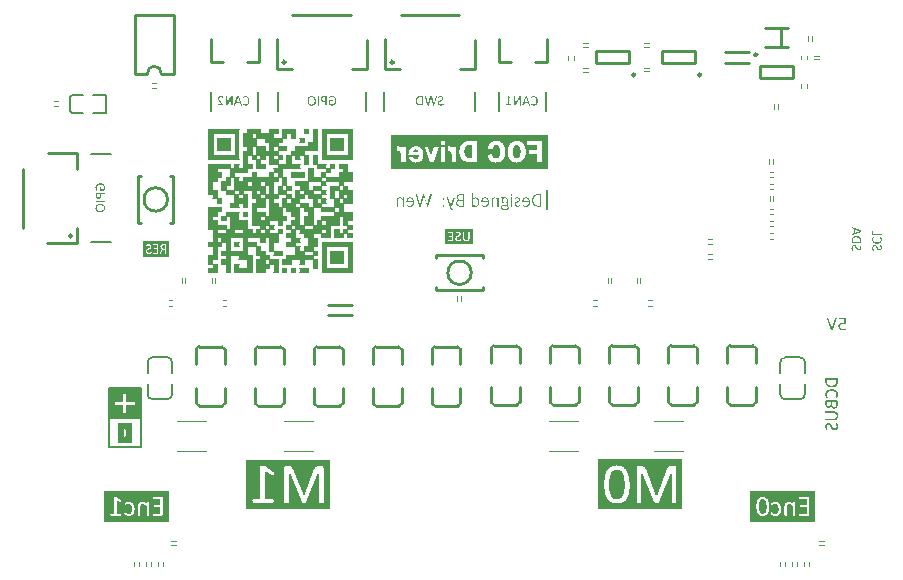
<source format=gbo>
G04 Layer_Color=32896*
%FSLAX25Y25*%
%MOIN*%
G70*
G01*
G75*
%ADD30C,0.00800*%
%ADD31C,0.01000*%
%ADD66C,0.00394*%
%ADD68C,0.00787*%
%ADD113C,0.00984*%
%ADD114C,0.00500*%
%ADD115C,0.00100*%
G36*
X91869Y-16411D02*
X91986Y-16422D01*
X92091Y-16444D01*
X92185Y-16461D01*
X92263Y-16483D01*
X92319Y-16505D01*
X92341Y-16511D01*
X92357Y-16516D01*
X92363Y-16522D01*
X92369D01*
X92468Y-16572D01*
X92563Y-16622D01*
X92646Y-16677D01*
X92718Y-16733D01*
X92779Y-16783D01*
X92818Y-16821D01*
X92846Y-16844D01*
X92857Y-16855D01*
X92929Y-16938D01*
X92990Y-17021D01*
X93046Y-17110D01*
X93085Y-17188D01*
X93123Y-17260D01*
X93146Y-17315D01*
X93157Y-17338D01*
X93162Y-17354D01*
X93168Y-17360D01*
Y-17365D01*
X93207Y-17482D01*
X93234Y-17593D01*
X93251Y-17709D01*
X93262Y-17809D01*
X93273Y-17898D01*
Y-17937D01*
X93279Y-17970D01*
Y-17998D01*
Y-18015D01*
Y-18026D01*
Y-18031D01*
X93273Y-18159D01*
X93262Y-18281D01*
X93245Y-18392D01*
X93229Y-18486D01*
X93212Y-18564D01*
X93195Y-18625D01*
X93190Y-18647D01*
X93184Y-18664D01*
X93179Y-18670D01*
Y-18675D01*
X93134Y-18781D01*
X93090Y-18875D01*
X93040Y-18958D01*
X92990Y-19030D01*
X92946Y-19091D01*
X92912Y-19130D01*
X92890Y-19158D01*
X92879Y-19169D01*
X92801Y-19241D01*
X92724Y-19302D01*
X92641Y-19358D01*
X92568Y-19402D01*
X92502Y-19441D01*
X92446Y-19463D01*
X92413Y-19480D01*
X92407Y-19485D01*
X92402D01*
X92291Y-19524D01*
X92180Y-19552D01*
X92074Y-19569D01*
X91975Y-19580D01*
X91886Y-19591D01*
X91852D01*
X91819Y-19596D01*
X91758D01*
X91675Y-19591D01*
X91597Y-19585D01*
X91569D01*
X91547Y-19580D01*
X91525D01*
X91436Y-19569D01*
X91397Y-19558D01*
X91358Y-19552D01*
X91331Y-19546D01*
X91308D01*
X91292Y-19541D01*
X91286D01*
X91198Y-19519D01*
X91159Y-19508D01*
X91125Y-19497D01*
X91092Y-19485D01*
X91070Y-19480D01*
X91059Y-19474D01*
X91053D01*
X90981Y-19441D01*
X90920Y-19419D01*
X90903Y-19408D01*
X90887Y-19402D01*
X90881Y-19397D01*
X90876D01*
X90831Y-19369D01*
X90803Y-19347D01*
X90787Y-19324D01*
X90781Y-19319D01*
X90770Y-19280D01*
X90759Y-19247D01*
Y-19219D01*
Y-19208D01*
Y-18026D01*
Y-17992D01*
X90765Y-17970D01*
X90770Y-17954D01*
X90776Y-17948D01*
X90787Y-17926D01*
X90798Y-17909D01*
X90803Y-17904D01*
X90809Y-17898D01*
X90842Y-17870D01*
X90853Y-17865D01*
X90859D01*
X90892Y-17854D01*
X91897D01*
X91925Y-17859D01*
X91930Y-17865D01*
X91936D01*
X91952Y-17887D01*
X91958Y-17893D01*
Y-17898D01*
X91963Y-17915D01*
X91969Y-17931D01*
X91975Y-17943D01*
Y-17948D01*
Y-17976D01*
Y-17998D01*
Y-18020D01*
Y-18026D01*
X91969Y-18081D01*
X91963Y-18120D01*
X91958Y-18148D01*
Y-18153D01*
X91941Y-18176D01*
X91919Y-18187D01*
X91902Y-18192D01*
X91170D01*
Y-19097D01*
X91264Y-19141D01*
X91314Y-19163D01*
X91358Y-19175D01*
X91392Y-19186D01*
X91420Y-19197D01*
X91442Y-19202D01*
X91447D01*
X91558Y-19219D01*
X91608Y-19230D01*
X91653D01*
X91686Y-19236D01*
X91741D01*
X91830Y-19230D01*
X91913Y-19225D01*
X91991Y-19214D01*
X92058Y-19197D01*
X92113Y-19180D01*
X92152Y-19169D01*
X92180Y-19163D01*
X92191Y-19158D01*
X92263Y-19125D01*
X92330Y-19086D01*
X92391Y-19047D01*
X92441Y-19008D01*
X92485Y-18975D01*
X92513Y-18947D01*
X92535Y-18925D01*
X92541Y-18919D01*
X92590Y-18858D01*
X92635Y-18792D01*
X92674Y-18725D01*
X92707Y-18664D01*
X92735Y-18609D01*
X92751Y-18570D01*
X92763Y-18542D01*
X92768Y-18531D01*
X92796Y-18442D01*
X92813Y-18348D01*
X92829Y-18259D01*
X92835Y-18181D01*
X92840Y-18109D01*
X92846Y-18054D01*
Y-18031D01*
Y-18015D01*
Y-18009D01*
Y-18004D01*
X92840Y-17904D01*
X92835Y-17815D01*
X92824Y-17732D01*
X92807Y-17654D01*
X92796Y-17593D01*
X92785Y-17549D01*
X92779Y-17521D01*
X92774Y-17510D01*
X92740Y-17426D01*
X92707Y-17354D01*
X92668Y-17282D01*
X92635Y-17227D01*
X92607Y-17182D01*
X92579Y-17143D01*
X92563Y-17121D01*
X92557Y-17116D01*
X92502Y-17054D01*
X92441Y-17005D01*
X92385Y-16960D01*
X92330Y-16921D01*
X92285Y-16894D01*
X92246Y-16871D01*
X92224Y-16860D01*
X92213Y-16855D01*
X92135Y-16821D01*
X92052Y-16799D01*
X91975Y-16783D01*
X91902Y-16771D01*
X91841Y-16766D01*
X91791Y-16760D01*
X91669D01*
X91603Y-16766D01*
X91536Y-16777D01*
X91486Y-16783D01*
X91442Y-16794D01*
X91408Y-16805D01*
X91386Y-16810D01*
X91381D01*
X91325Y-16827D01*
X91270Y-16844D01*
X91225Y-16860D01*
X91186Y-16877D01*
X91153Y-16888D01*
X91131Y-16899D01*
X91114Y-16910D01*
X91109D01*
X91031Y-16949D01*
X90975Y-16982D01*
X90953Y-16994D01*
X90937Y-17005D01*
X90931Y-17010D01*
X90926D01*
X90881Y-17038D01*
X90853Y-17049D01*
X90837Y-17054D01*
X90831D01*
X90809Y-17049D01*
X90803D01*
X90781Y-17027D01*
X90776Y-17021D01*
Y-17016D01*
X90765Y-16977D01*
X90759Y-16966D01*
Y-16960D01*
X90754Y-16932D01*
Y-16905D01*
Y-16883D01*
Y-16877D01*
Y-16827D01*
X90759Y-16788D01*
X90765Y-16766D01*
X90770Y-16760D01*
X90781Y-16733D01*
X90798Y-16705D01*
X90809Y-16694D01*
X90815Y-16688D01*
X90842Y-16660D01*
X90881Y-16633D01*
X90914Y-16611D01*
X90920Y-16605D01*
X90926D01*
X90992Y-16572D01*
X91059Y-16544D01*
X91087Y-16533D01*
X91109Y-16522D01*
X91125Y-16516D01*
X91131D01*
X91225Y-16483D01*
X91270Y-16472D01*
X91314Y-16461D01*
X91353Y-16450D01*
X91381Y-16444D01*
X91403Y-16439D01*
X91408D01*
X91525Y-16416D01*
X91580Y-16411D01*
X91630D01*
X91675Y-16405D01*
X91741D01*
X91869Y-16411D01*
D02*
G37*
G36*
X37379Y-158340D02*
X15913D01*
Y-148098D01*
X37379D01*
Y-158340D01*
D02*
G37*
G36*
X28109Y-124052D02*
X17362D01*
Y-113721D01*
X28109D01*
Y-124052D01*
D02*
G37*
G36*
X89871Y-16455D02*
X89904Y-16472D01*
X89926Y-16488D01*
X89938Y-16494D01*
X89965Y-16533D01*
X89982Y-16577D01*
X89988Y-16611D01*
Y-16622D01*
Y-16627D01*
Y-19497D01*
X89982Y-19519D01*
Y-19524D01*
Y-19530D01*
X89960Y-19541D01*
X89954Y-19546D01*
X89949D01*
X89904Y-19552D01*
X89888Y-19558D01*
X89882D01*
X89849Y-19563D01*
X89815Y-19569D01*
X89743D01*
X89716Y-19563D01*
X89693Y-19558D01*
X89688D01*
X89660Y-19552D01*
X89644D01*
X89632Y-19546D01*
X89627D01*
X89610Y-19541D01*
X89599Y-19535D01*
X89588Y-19530D01*
X89577Y-19508D01*
Y-19497D01*
Y-18375D01*
X89227D01*
X89122Y-18370D01*
X89027Y-18364D01*
X88944Y-18353D01*
X88872Y-18342D01*
X88811Y-18331D01*
X88772Y-18320D01*
X88744Y-18309D01*
X88733D01*
X88656Y-18281D01*
X88589Y-18248D01*
X88528Y-18214D01*
X88478Y-18181D01*
X88434Y-18148D01*
X88406Y-18126D01*
X88384Y-18109D01*
X88378Y-18103D01*
X88328Y-18054D01*
X88284Y-17998D01*
X88245Y-17943D01*
X88212Y-17893D01*
X88189Y-17848D01*
X88173Y-17815D01*
X88162Y-17787D01*
X88156Y-17782D01*
X88128Y-17709D01*
X88112Y-17637D01*
X88095Y-17565D01*
X88090Y-17499D01*
X88084Y-17443D01*
X88078Y-17399D01*
Y-17371D01*
Y-17360D01*
X88084Y-17238D01*
X88095Y-17182D01*
X88101Y-17138D01*
X88112Y-17099D01*
X88123Y-17071D01*
X88128Y-17049D01*
Y-17043D01*
X88173Y-16943D01*
X88195Y-16899D01*
X88217Y-16860D01*
X88239Y-16833D01*
X88256Y-16805D01*
X88267Y-16794D01*
X88273Y-16788D01*
X88345Y-16710D01*
X88417Y-16649D01*
X88450Y-16627D01*
X88472Y-16611D01*
X88489Y-16605D01*
X88495Y-16599D01*
X88589Y-16549D01*
X88633Y-16533D01*
X88672Y-16522D01*
X88700Y-16511D01*
X88728Y-16505D01*
X88744Y-16499D01*
X88750D01*
X88839Y-16483D01*
X88878Y-16477D01*
X88911Y-16472D01*
X88933Y-16466D01*
X88955Y-16461D01*
X88972D01*
X89038Y-16455D01*
X89100Y-16450D01*
X89827D01*
X89871Y-16455D01*
D02*
G37*
G36*
X16045Y-48749D02*
X16057D01*
X16068Y-48771D01*
X16073Y-48777D01*
Y-48782D01*
X16079Y-48826D01*
X16084Y-48843D01*
Y-48849D01*
X16090Y-48882D01*
X16095Y-48915D01*
Y-48937D01*
Y-48948D01*
Y-48987D01*
X16090Y-49015D01*
X16084Y-49037D01*
Y-49043D01*
X16079Y-49071D01*
Y-49087D01*
X16073Y-49098D01*
Y-49104D01*
X16068Y-49121D01*
X16062Y-49132D01*
X16057Y-49143D01*
X16034Y-49154D01*
X14902D01*
Y-49503D01*
X14897Y-49609D01*
X14891Y-49703D01*
X14880Y-49787D01*
X14869Y-49859D01*
X14858Y-49920D01*
X14847Y-49959D01*
X14836Y-49986D01*
Y-49997D01*
X14808Y-50075D01*
X14774Y-50142D01*
X14741Y-50203D01*
X14708Y-50253D01*
X14675Y-50297D01*
X14652Y-50325D01*
X14636Y-50347D01*
X14630Y-50353D01*
X14580Y-50403D01*
X14525Y-50447D01*
X14469Y-50486D01*
X14419Y-50519D01*
X14375Y-50541D01*
X14342Y-50558D01*
X14314Y-50569D01*
X14308Y-50575D01*
X14236Y-50602D01*
X14164Y-50619D01*
X14092Y-50636D01*
X14025Y-50641D01*
X13970Y-50647D01*
X13925Y-50652D01*
X13886D01*
X13764Y-50647D01*
X13709Y-50636D01*
X13665Y-50630D01*
X13626Y-50619D01*
X13598Y-50608D01*
X13576Y-50602D01*
X13570D01*
X13470Y-50558D01*
X13426Y-50536D01*
X13387Y-50514D01*
X13359Y-50491D01*
X13331Y-50475D01*
X13320Y-50464D01*
X13315Y-50458D01*
X13237Y-50386D01*
X13176Y-50314D01*
X13154Y-50280D01*
X13137Y-50258D01*
X13132Y-50242D01*
X13126Y-50236D01*
X13076Y-50142D01*
X13059Y-50097D01*
X13048Y-50059D01*
X13037Y-50031D01*
X13032Y-50003D01*
X13026Y-49986D01*
Y-49981D01*
X13010Y-49892D01*
X13004Y-49853D01*
X12999Y-49820D01*
X12993Y-49798D01*
X12987Y-49775D01*
Y-49764D01*
Y-49759D01*
X12982Y-49692D01*
X12976Y-49631D01*
Y-49609D01*
Y-49587D01*
Y-49576D01*
Y-49570D01*
Y-48904D01*
X12982Y-48860D01*
X12999Y-48826D01*
X13015Y-48804D01*
X13021Y-48793D01*
X13059Y-48765D01*
X13104Y-48749D01*
X13137Y-48743D01*
X16023D01*
X16045Y-48749D01*
D02*
G37*
G36*
X252879Y-158340D02*
X231227D01*
Y-148055D01*
X252879D01*
Y-158340D01*
D02*
G37*
G36*
X14686Y-52351D02*
X14813Y-52356D01*
X14930Y-52367D01*
X15030Y-52384D01*
X15113Y-52401D01*
X15146Y-52406D01*
X15174Y-52412D01*
X15196Y-52417D01*
X15213D01*
X15218Y-52423D01*
X15224D01*
X15329Y-52456D01*
X15424Y-52495D01*
X15507Y-52539D01*
X15579Y-52578D01*
X15640Y-52617D01*
X15685Y-52645D01*
X15707Y-52667D01*
X15718Y-52673D01*
X15790Y-52739D01*
X15851Y-52811D01*
X15901Y-52878D01*
X15946Y-52944D01*
X15979Y-53006D01*
X16001Y-53050D01*
X16018Y-53083D01*
X16023Y-53094D01*
X16057Y-53194D01*
X16079Y-53294D01*
X16101Y-53400D01*
X16112Y-53494D01*
X16118Y-53577D01*
Y-53610D01*
X16123Y-53638D01*
Y-53666D01*
Y-53683D01*
Y-53694D01*
Y-53699D01*
X16118Y-53827D01*
X16106Y-53949D01*
X16090Y-54054D01*
X16068Y-54143D01*
X16045Y-54216D01*
X16029Y-54277D01*
X16023Y-54293D01*
X16018Y-54310D01*
X16012Y-54315D01*
Y-54321D01*
X15962Y-54415D01*
X15912Y-54504D01*
X15857Y-54576D01*
X15807Y-54643D01*
X15757Y-54693D01*
X15718Y-54732D01*
X15696Y-54759D01*
X15685Y-54765D01*
X15601Y-54826D01*
X15518Y-54882D01*
X15429Y-54926D01*
X15352Y-54965D01*
X15280Y-54993D01*
X15224Y-55015D01*
X15202Y-55020D01*
X15185Y-55026D01*
X15180Y-55031D01*
X15174D01*
X15057Y-55059D01*
X14941Y-55081D01*
X14824Y-55098D01*
X14719Y-55109D01*
X14630Y-55115D01*
X14591Y-55120D01*
X14497D01*
X14358Y-55115D01*
X14236Y-55109D01*
X14120Y-55092D01*
X14020Y-55081D01*
X13942Y-55065D01*
X13909Y-55059D01*
X13881Y-55048D01*
X13859Y-55042D01*
X13842D01*
X13837Y-55037D01*
X13831D01*
X13725Y-55004D01*
X13631Y-54965D01*
X13548Y-54920D01*
X13476Y-54876D01*
X13420Y-54843D01*
X13376Y-54809D01*
X13354Y-54787D01*
X13343Y-54782D01*
X13270Y-54715D01*
X13209Y-54648D01*
X13159Y-54576D01*
X13115Y-54510D01*
X13082Y-54449D01*
X13054Y-54404D01*
X13043Y-54371D01*
X13037Y-54365D01*
Y-54360D01*
X13004Y-54260D01*
X12976Y-54160D01*
X12960Y-54060D01*
X12943Y-53966D01*
X12937Y-53882D01*
X12932Y-53816D01*
Y-53794D01*
Y-53777D01*
Y-53766D01*
Y-53760D01*
X12937Y-53633D01*
X12948Y-53516D01*
X12971Y-53405D01*
X12987Y-53316D01*
X13010Y-53244D01*
X13032Y-53189D01*
X13037Y-53167D01*
X13043Y-53150D01*
X13048Y-53144D01*
Y-53139D01*
X13098Y-53044D01*
X13148Y-52956D01*
X13204Y-52883D01*
X13254Y-52817D01*
X13304Y-52767D01*
X13343Y-52728D01*
X13365Y-52706D01*
X13376Y-52695D01*
X13459Y-52634D01*
X13542Y-52578D01*
X13626Y-52534D01*
X13703Y-52495D01*
X13776Y-52467D01*
X13831Y-52445D01*
X13853Y-52439D01*
X13870Y-52434D01*
X13875Y-52428D01*
X13881D01*
X13997Y-52401D01*
X14108Y-52378D01*
X14225Y-52367D01*
X14325Y-52356D01*
X14414Y-52351D01*
X14453Y-52345D01*
X14547D01*
X14686Y-52351D01*
D02*
G37*
G36*
X16045Y-51285D02*
X16057D01*
X16068Y-51307D01*
X16073Y-51313D01*
Y-51318D01*
X16079Y-51363D01*
X16084Y-51379D01*
Y-51385D01*
X16090Y-51418D01*
X16095Y-51452D01*
Y-51474D01*
Y-51485D01*
Y-51524D01*
X16090Y-51552D01*
X16084Y-51574D01*
Y-51579D01*
X16079Y-51607D01*
Y-51624D01*
X16073Y-51635D01*
Y-51640D01*
X16068Y-51657D01*
X16062Y-51668D01*
X16057Y-51679D01*
X16034Y-51690D01*
X13037D01*
X13015Y-51685D01*
X13010Y-51679D01*
X12999Y-51668D01*
X12993Y-51657D01*
X12987Y-51646D01*
Y-51640D01*
X12982Y-51624D01*
X12976Y-51601D01*
X12971Y-51585D01*
Y-51579D01*
X12965Y-51546D01*
X12960Y-51518D01*
Y-51496D01*
Y-51485D01*
Y-51446D01*
X12965Y-51413D01*
X12971Y-51390D01*
Y-51385D01*
X12976Y-51357D01*
X12982Y-51335D01*
X12987Y-51324D01*
Y-51318D01*
X12999Y-51296D01*
X13004Y-51285D01*
X13010D01*
X13026Y-51279D01*
X16023D01*
X16045Y-51285D01*
D02*
G37*
G36*
X122002Y-16455D02*
X122036Y-16466D01*
X122058Y-16483D01*
X122069Y-16488D01*
X122097Y-16527D01*
X122108Y-16572D01*
X122113Y-16605D01*
Y-16616D01*
Y-16622D01*
Y-19386D01*
X122108Y-19447D01*
X122091Y-19485D01*
X122074Y-19513D01*
X122069Y-19519D01*
X122030Y-19535D01*
X121997Y-19546D01*
X121975Y-19552D01*
X121303D01*
X121159Y-19546D01*
X121031Y-19535D01*
X120915Y-19524D01*
X120815Y-19502D01*
X120731Y-19485D01*
X120698Y-19480D01*
X120670Y-19474D01*
X120648Y-19469D01*
X120632Y-19463D01*
X120626Y-19458D01*
X120620D01*
X120515Y-19419D01*
X120421Y-19369D01*
X120343Y-19319D01*
X120271Y-19275D01*
X120215Y-19230D01*
X120171Y-19197D01*
X120149Y-19175D01*
X120138Y-19163D01*
X120065Y-19086D01*
X120004Y-19003D01*
X119954Y-18919D01*
X119910Y-18836D01*
X119877Y-18769D01*
X119849Y-18714D01*
X119843Y-18692D01*
X119838Y-18675D01*
X119832Y-18670D01*
Y-18664D01*
X119799Y-18548D01*
X119771Y-18425D01*
X119755Y-18309D01*
X119738Y-18198D01*
X119732Y-18103D01*
Y-18059D01*
X119727Y-18026D01*
Y-17998D01*
Y-17976D01*
Y-17965D01*
Y-17959D01*
X119732Y-17831D01*
X119744Y-17715D01*
X119760Y-17609D01*
X119777Y-17515D01*
X119793Y-17437D01*
X119810Y-17382D01*
X119816Y-17360D01*
X119821Y-17343D01*
X119827Y-17338D01*
Y-17332D01*
X119866Y-17232D01*
X119910Y-17138D01*
X119960Y-17054D01*
X120004Y-16988D01*
X120043Y-16932D01*
X120077Y-16888D01*
X120099Y-16866D01*
X120110Y-16855D01*
X120182Y-16788D01*
X120265Y-16727D01*
X120343Y-16677D01*
X120415Y-16633D01*
X120482Y-16599D01*
X120532Y-16572D01*
X120571Y-16561D01*
X120576Y-16555D01*
X120582D01*
X120693Y-16522D01*
X120804Y-16494D01*
X120920Y-16477D01*
X121026Y-16461D01*
X121120Y-16455D01*
X121159D01*
X121192Y-16450D01*
X121964D01*
X122002Y-16455D01*
D02*
G37*
G36*
X126653Y-16439D02*
X126664D01*
X126692Y-16444D01*
X126714Y-16450D01*
X126725Y-16455D01*
X126731Y-16461D01*
X126742Y-16477D01*
X126748Y-16494D01*
Y-16505D01*
Y-16511D01*
X126742Y-16538D01*
X126736Y-16566D01*
X126731Y-16583D01*
Y-16594D01*
X125910Y-19463D01*
X125904Y-19491D01*
X125899Y-19508D01*
X125887Y-19519D01*
Y-19524D01*
X125871Y-19535D01*
X125854Y-19546D01*
X125843Y-19552D01*
X125837D01*
X125810Y-19558D01*
X125776D01*
X125754Y-19563D01*
X125749D01*
X125704Y-19569D01*
X125566D01*
X125527Y-19563D01*
X125493D01*
X125460Y-19558D01*
X125432D01*
X125416Y-19552D01*
X125410D01*
X125388Y-19541D01*
X125371Y-19535D01*
X125366Y-19524D01*
X125360D01*
X125349Y-19508D01*
X125344Y-19485D01*
X125338Y-19469D01*
Y-19463D01*
X124739Y-17121D01*
X124733D01*
X124084Y-19463D01*
X124073Y-19491D01*
X124067Y-19508D01*
X124056Y-19519D01*
Y-19524D01*
X124039Y-19535D01*
X124023Y-19546D01*
X124012Y-19552D01*
X124006D01*
X123978Y-19558D01*
X123950D01*
X123928Y-19563D01*
X123923D01*
X123884Y-19569D01*
X123745D01*
X123712Y-19563D01*
X123679D01*
X123645Y-19558D01*
X123617D01*
X123601Y-19552D01*
X123595D01*
X123567Y-19541D01*
X123551Y-19535D01*
X123545Y-19524D01*
X123540D01*
X123523Y-19508D01*
X123518Y-19485D01*
X123512Y-19469D01*
Y-19463D01*
X122691Y-16599D01*
X122679Y-16561D01*
X122674Y-16538D01*
Y-16522D01*
Y-16516D01*
X122679Y-16494D01*
X122685Y-16477D01*
X122691Y-16472D01*
X122696Y-16466D01*
X122713Y-16455D01*
X122735Y-16450D01*
X122752Y-16444D01*
X122757D01*
X122791Y-16439D01*
X122829Y-16433D01*
X122946D01*
X122974Y-16439D01*
X122979D01*
X123007Y-16444D01*
X123029Y-16450D01*
X123040Y-16455D01*
X123046D01*
X123057Y-16466D01*
X123068Y-16472D01*
X123073Y-16477D01*
Y-16483D01*
X123085Y-16511D01*
X123090Y-16516D01*
Y-16522D01*
X123773Y-19125D01*
X123778D01*
X124489Y-16527D01*
X124500Y-16494D01*
X124505Y-16488D01*
Y-16483D01*
X124516Y-16472D01*
X124528Y-16461D01*
X124539Y-16455D01*
X124544D01*
X124561Y-16450D01*
X124583Y-16444D01*
X124600Y-16439D01*
X124605D01*
X124639Y-16433D01*
X124794D01*
X124822Y-16439D01*
X124827D01*
X124855Y-16444D01*
X124877Y-16450D01*
X124894Y-16455D01*
X124899D01*
X124922Y-16472D01*
X124933Y-16477D01*
Y-16483D01*
X124944Y-16511D01*
X124949Y-16522D01*
Y-16527D01*
X125610Y-19125D01*
X125615D01*
X126309Y-16522D01*
X126320Y-16488D01*
X126326Y-16483D01*
Y-16477D01*
X126331Y-16466D01*
X126342Y-16461D01*
X126354Y-16455D01*
X126359D01*
X126381Y-16450D01*
X126398Y-16444D01*
X126420Y-16439D01*
X126426D01*
X126459Y-16433D01*
X126631D01*
X126653Y-16439D01*
D02*
G37*
G36*
X54810Y-16411D02*
X54855Y-16416D01*
X54894Y-16422D01*
X54927Y-16427D01*
X54955Y-16433D01*
X54971Y-16439D01*
X54977D01*
X55066Y-16461D01*
X55110Y-16472D01*
X55143Y-16483D01*
X55171Y-16494D01*
X55193Y-16505D01*
X55210Y-16511D01*
X55216D01*
X55288Y-16538D01*
X55343Y-16566D01*
X55365Y-16577D01*
X55382Y-16588D01*
X55388Y-16594D01*
X55393D01*
X55438Y-16622D01*
X55471Y-16644D01*
X55488Y-16660D01*
X55493Y-16666D01*
X55510Y-16683D01*
X55521Y-16694D01*
X55532Y-16699D01*
Y-16705D01*
X55543Y-16733D01*
X55549Y-16738D01*
Y-16744D01*
X55554Y-16771D01*
Y-16783D01*
Y-16788D01*
Y-16827D01*
Y-16844D01*
Y-16849D01*
Y-16883D01*
Y-16910D01*
Y-16932D01*
Y-16938D01*
X55549Y-16960D01*
Y-16977D01*
X55543Y-16988D01*
Y-16994D01*
X55526Y-17016D01*
X55521Y-17027D01*
X55499Y-17032D01*
X55488D01*
X55460Y-17027D01*
X55427Y-17010D01*
X55404Y-16999D01*
X55393Y-16994D01*
X55343Y-16966D01*
X55293Y-16932D01*
X55277Y-16921D01*
X55260Y-16910D01*
X55249Y-16905D01*
X55243D01*
X55171Y-16871D01*
X55105Y-16844D01*
X55077Y-16833D01*
X55055Y-16821D01*
X55038Y-16816D01*
X55032D01*
X54938Y-16788D01*
X54894Y-16783D01*
X54849Y-16777D01*
X54816Y-16771D01*
X54760D01*
X54672Y-16777D01*
X54633Y-16783D01*
X54599Y-16794D01*
X54572Y-16799D01*
X54550Y-16810D01*
X54539Y-16816D01*
X54533D01*
X54466Y-16849D01*
X54411Y-16888D01*
X54378Y-16916D01*
X54372Y-16921D01*
X54366Y-16927D01*
X54322Y-16982D01*
X54289Y-17032D01*
X54278Y-17054D01*
X54272Y-17071D01*
X54267Y-17082D01*
Y-17088D01*
X54244Y-17154D01*
X54233Y-17215D01*
X54228Y-17243D01*
Y-17265D01*
Y-17277D01*
Y-17282D01*
X54233Y-17360D01*
X54239Y-17432D01*
X54244Y-17460D01*
X54250Y-17482D01*
X54255Y-17499D01*
Y-17504D01*
X54278Y-17593D01*
X54311Y-17676D01*
X54328Y-17715D01*
X54339Y-17743D01*
X54344Y-17759D01*
X54350Y-17765D01*
X54378Y-17820D01*
X54411Y-17876D01*
X54444Y-17931D01*
X54472Y-17981D01*
X54505Y-18020D01*
X54527Y-18059D01*
X54544Y-18081D01*
X54550Y-18087D01*
X54599Y-18153D01*
X54655Y-18220D01*
X54716Y-18287D01*
X54772Y-18348D01*
X54816Y-18398D01*
X54860Y-18437D01*
X54883Y-18464D01*
X54894Y-18475D01*
X55515Y-19114D01*
X55532Y-19136D01*
X55549Y-19158D01*
X55560Y-19169D01*
X55565Y-19175D01*
X55587Y-19214D01*
X55593Y-19225D01*
Y-19230D01*
X55604Y-19269D01*
X55610Y-19286D01*
Y-19291D01*
Y-19319D01*
Y-19347D01*
Y-19363D01*
Y-19374D01*
Y-19413D01*
X55604Y-19441D01*
Y-19463D01*
Y-19469D01*
X55593Y-19491D01*
X55587Y-19508D01*
X55576Y-19513D01*
Y-19519D01*
X55549Y-19541D01*
X55543Y-19546D01*
X55537D01*
X55499Y-19552D01*
X53762D01*
X53734Y-19546D01*
X53723D01*
X53700Y-19524D01*
X53695Y-19519D01*
Y-19513D01*
X53684Y-19474D01*
X53678Y-19458D01*
Y-19452D01*
X53673Y-19424D01*
X53667Y-19402D01*
Y-19386D01*
Y-19380D01*
Y-19347D01*
X53673Y-19324D01*
X53678Y-19308D01*
Y-19302D01*
X53684Y-19280D01*
X53689Y-19263D01*
X53695Y-19252D01*
Y-19247D01*
X53717Y-19219D01*
X53723Y-19214D01*
X53728D01*
X53750Y-19202D01*
X55110D01*
X54622Y-18692D01*
X54527Y-18592D01*
X54444Y-18503D01*
X54372Y-18420D01*
X54305Y-18348D01*
X54261Y-18292D01*
X54222Y-18248D01*
X54200Y-18220D01*
X54194Y-18209D01*
X54139Y-18131D01*
X54089Y-18059D01*
X54045Y-17998D01*
X54011Y-17943D01*
X53983Y-17893D01*
X53967Y-17859D01*
X53956Y-17837D01*
X53950Y-17831D01*
X53917Y-17771D01*
X53895Y-17709D01*
X53873Y-17654D01*
X53856Y-17604D01*
X53845Y-17565D01*
X53839Y-17537D01*
X53834Y-17515D01*
Y-17510D01*
X53817Y-17399D01*
X53811Y-17349D01*
Y-17304D01*
X53806Y-17271D01*
Y-17238D01*
Y-17221D01*
Y-17215D01*
X53817Y-17099D01*
X53822Y-17043D01*
X53834Y-16999D01*
X53845Y-16960D01*
X53850Y-16927D01*
X53861Y-16910D01*
Y-16905D01*
X53884Y-16849D01*
X53911Y-16799D01*
X53939Y-16755D01*
X53967Y-16716D01*
X53995Y-16688D01*
X54017Y-16666D01*
X54028Y-16649D01*
X54033Y-16644D01*
X54078Y-16605D01*
X54122Y-16572D01*
X54217Y-16516D01*
X54255Y-16499D01*
X54289Y-16483D01*
X54311Y-16472D01*
X54317D01*
X54383Y-16450D01*
X54450Y-16433D01*
X54516Y-16422D01*
X54577Y-16411D01*
X54627D01*
X54672Y-16405D01*
X54711D01*
X54810Y-16411D01*
D02*
G37*
G36*
X128107Y-16416D02*
X128168Y-16422D01*
X128224Y-16433D01*
X128274Y-16444D01*
X128307Y-16450D01*
X128335Y-16461D01*
X128340D01*
X128402Y-16483D01*
X128457Y-16511D01*
X128513Y-16538D01*
X128557Y-16561D01*
X128590Y-16583D01*
X128618Y-16605D01*
X128635Y-16616D01*
X128640Y-16622D01*
X128723Y-16705D01*
X128757Y-16744D01*
X128785Y-16788D01*
X128807Y-16821D01*
X128823Y-16849D01*
X128829Y-16871D01*
X128834Y-16877D01*
X128857Y-16932D01*
X128873Y-16994D01*
X128884Y-17049D01*
X128890Y-17105D01*
X128895Y-17149D01*
X128901Y-17188D01*
Y-17210D01*
Y-17221D01*
X128895Y-17288D01*
X128890Y-17354D01*
X128879Y-17410D01*
X128868Y-17454D01*
X128857Y-17493D01*
X128851Y-17526D01*
X128840Y-17543D01*
Y-17549D01*
X128790Y-17643D01*
X128762Y-17682D01*
X128740Y-17715D01*
X128718Y-17743D01*
X128701Y-17765D01*
X128690Y-17776D01*
X128685Y-17782D01*
X128607Y-17854D01*
X128535Y-17909D01*
X128507Y-17931D01*
X128485Y-17943D01*
X128468Y-17954D01*
X128463Y-17959D01*
X128368Y-18009D01*
X128324Y-18031D01*
X128285Y-18054D01*
X128252Y-18070D01*
X128229Y-18081D01*
X128213Y-18087D01*
X128207Y-18092D01*
X128107Y-18137D01*
X128068Y-18159D01*
X128024Y-18176D01*
X127996Y-18192D01*
X127969Y-18203D01*
X127952Y-18209D01*
X127946Y-18214D01*
X127858Y-18259D01*
X127819Y-18281D01*
X127786Y-18298D01*
X127763Y-18314D01*
X127741Y-18331D01*
X127730Y-18337D01*
X127724Y-18342D01*
X127658Y-18398D01*
X127608Y-18448D01*
X127586Y-18470D01*
X127575Y-18486D01*
X127564Y-18497D01*
Y-18503D01*
X127541Y-18542D01*
X127530Y-18581D01*
X127508Y-18653D01*
Y-18681D01*
X127502Y-18708D01*
Y-18725D01*
Y-18731D01*
X127508Y-18814D01*
X127514Y-18853D01*
X127525Y-18886D01*
X127530Y-18908D01*
X127541Y-18930D01*
X127547Y-18941D01*
Y-18947D01*
X127586Y-19014D01*
X127624Y-19064D01*
X127658Y-19097D01*
X127669Y-19103D01*
X127674Y-19108D01*
X127735Y-19152D01*
X127797Y-19180D01*
X127824Y-19191D01*
X127847Y-19202D01*
X127858Y-19208D01*
X127863D01*
X127946Y-19225D01*
X128024Y-19236D01*
X128057Y-19241D01*
X128174D01*
X128229Y-19236D01*
X128285Y-19230D01*
X128329Y-19219D01*
X128368Y-19214D01*
X128402Y-19208D01*
X128418Y-19202D01*
X128424D01*
X128518Y-19169D01*
X128557Y-19152D01*
X128590Y-19141D01*
X128618Y-19130D01*
X128640Y-19119D01*
X128651Y-19114D01*
X128657D01*
X128723Y-19080D01*
X128768Y-19052D01*
X128801Y-19030D01*
X128807Y-19025D01*
X128812D01*
X128851Y-18997D01*
X128884Y-18986D01*
X128901Y-18980D01*
X128907D01*
X128929Y-18986D01*
X128934Y-18992D01*
X128940D01*
X128956Y-19014D01*
X128962Y-19019D01*
Y-19025D01*
X128968Y-19041D01*
X128973Y-19058D01*
X128979Y-19075D01*
Y-19080D01*
Y-19108D01*
Y-19136D01*
Y-19152D01*
Y-19163D01*
Y-19214D01*
X128973Y-19252D01*
X128968Y-19275D01*
Y-19286D01*
X128956Y-19313D01*
X128945Y-19336D01*
X128934Y-19352D01*
X128929Y-19358D01*
X128901Y-19380D01*
X128868Y-19402D01*
X128840Y-19424D01*
X128834Y-19430D01*
X128829D01*
X128773Y-19458D01*
X128718Y-19485D01*
X128690Y-19491D01*
X128674Y-19502D01*
X128662Y-19508D01*
X128657D01*
X128574Y-19535D01*
X128496Y-19552D01*
X128468Y-19558D01*
X128440Y-19563D01*
X128424Y-19569D01*
X128418D01*
X128318Y-19585D01*
X128268Y-19591D01*
X128224D01*
X128185Y-19596D01*
X128046D01*
X127969Y-19585D01*
X127896Y-19580D01*
X127835Y-19569D01*
X127786Y-19558D01*
X127747Y-19552D01*
X127724Y-19541D01*
X127713D01*
X127641Y-19513D01*
X127580Y-19485D01*
X127519Y-19458D01*
X127469Y-19430D01*
X127430Y-19402D01*
X127402Y-19380D01*
X127380Y-19369D01*
X127375Y-19363D01*
X127325Y-19313D01*
X127280Y-19269D01*
X127242Y-19219D01*
X127208Y-19175D01*
X127186Y-19136D01*
X127169Y-19103D01*
X127158Y-19080D01*
X127153Y-19075D01*
X127125Y-19008D01*
X127103Y-18941D01*
X127092Y-18875D01*
X127081Y-18814D01*
X127075Y-18764D01*
X127069Y-18725D01*
Y-18697D01*
Y-18686D01*
Y-18620D01*
X127081Y-18559D01*
X127086Y-18503D01*
X127097Y-18453D01*
X127108Y-18414D01*
X127120Y-18386D01*
X127125Y-18370D01*
X127131Y-18364D01*
X127181Y-18270D01*
X127208Y-18231D01*
X127236Y-18198D01*
X127258Y-18170D01*
X127275Y-18148D01*
X127286Y-18137D01*
X127292Y-18131D01*
X127369Y-18065D01*
X127441Y-18009D01*
X127475Y-17987D01*
X127497Y-17970D01*
X127514Y-17965D01*
X127519Y-17959D01*
X127613Y-17904D01*
X127658Y-17882D01*
X127697Y-17859D01*
X127730Y-17843D01*
X127758Y-17831D01*
X127774Y-17820D01*
X127780D01*
X127874Y-17776D01*
X127919Y-17754D01*
X127957Y-17737D01*
X127985Y-17726D01*
X128013Y-17715D01*
X128030Y-17704D01*
X128035D01*
X128124Y-17660D01*
X128163Y-17637D01*
X128196Y-17615D01*
X128224Y-17598D01*
X128246Y-17582D01*
X128257Y-17576D01*
X128263Y-17571D01*
X128329Y-17515D01*
X128379Y-17460D01*
X128402Y-17437D01*
X128413Y-17421D01*
X128418Y-17410D01*
X128424Y-17404D01*
X128457Y-17332D01*
X128474Y-17260D01*
Y-17227D01*
X128479Y-17204D01*
Y-17188D01*
Y-17182D01*
X128474Y-17121D01*
X128463Y-17066D01*
Y-17043D01*
X128457Y-17027D01*
X128452Y-17021D01*
Y-17016D01*
X128424Y-16960D01*
X128390Y-16921D01*
X128368Y-16894D01*
X128357Y-16883D01*
X128307Y-16844D01*
X128257Y-16810D01*
X128235Y-16799D01*
X128218Y-16794D01*
X128207Y-16788D01*
X128202D01*
X128124Y-16766D01*
X128052Y-16755D01*
X128019Y-16749D01*
X127974D01*
X127874Y-16755D01*
X127835Y-16760D01*
X127797Y-16766D01*
X127769Y-16777D01*
X127741Y-16783D01*
X127730Y-16788D01*
X127724D01*
X127647Y-16816D01*
X127586Y-16838D01*
X127564Y-16849D01*
X127547Y-16860D01*
X127541Y-16866D01*
X127536D01*
X127480Y-16894D01*
X127436Y-16916D01*
X127408Y-16932D01*
X127397Y-16938D01*
X127358Y-16955D01*
X127336Y-16966D01*
X127319Y-16971D01*
X127314D01*
X127292Y-16966D01*
X127286D01*
X127269Y-16943D01*
X127264Y-16938D01*
Y-16932D01*
X127258Y-16894D01*
X127253Y-16877D01*
Y-16871D01*
X127247Y-16844D01*
Y-16821D01*
Y-16799D01*
Y-16794D01*
Y-16766D01*
Y-16738D01*
X127253Y-16727D01*
Y-16722D01*
Y-16688D01*
X127258Y-16677D01*
Y-16672D01*
X127269Y-16644D01*
X127275Y-16638D01*
X127280Y-16627D01*
X127292Y-16611D01*
X127297Y-16605D01*
X127303Y-16599D01*
X127325Y-16583D01*
X127358Y-16561D01*
X127386Y-16549D01*
X127391Y-16544D01*
X127397D01*
X127453Y-16516D01*
X127508Y-16494D01*
X127530Y-16488D01*
X127547Y-16483D01*
X127558Y-16477D01*
X127564D01*
X127630Y-16455D01*
X127691Y-16439D01*
X127719Y-16433D01*
X127741D01*
X127752Y-16427D01*
X127758D01*
X127830Y-16416D01*
X127896Y-16405D01*
X128035D01*
X128107Y-16416D01*
D02*
G37*
G36*
X24990Y-131896D02*
X20335D01*
Y-125552D01*
X24990D01*
Y-131896D01*
D02*
G37*
G36*
X87318Y-16439D02*
X87340Y-16444D01*
X87346D01*
X87374Y-16450D01*
X87396Y-16455D01*
X87407Y-16461D01*
X87412D01*
X87435Y-16472D01*
X87446Y-16477D01*
Y-16483D01*
X87451Y-16499D01*
Y-16505D01*
Y-16511D01*
Y-19497D01*
X87446Y-19519D01*
Y-19524D01*
Y-19530D01*
X87423Y-19541D01*
X87418Y-19546D01*
X87412D01*
X87368Y-19552D01*
X87351Y-19558D01*
X87346D01*
X87313Y-19563D01*
X87279Y-19569D01*
X87207D01*
X87179Y-19563D01*
X87157Y-19558D01*
X87151D01*
X87124Y-19552D01*
X87107D01*
X87096Y-19546D01*
X87090D01*
X87074Y-19541D01*
X87063Y-19535D01*
X87052Y-19530D01*
X87041Y-19508D01*
Y-19497D01*
Y-16511D01*
X87046Y-16488D01*
X87052Y-16483D01*
X87063Y-16472D01*
X87074Y-16466D01*
X87085Y-16461D01*
X87090D01*
X87107Y-16455D01*
X87129Y-16450D01*
X87146Y-16444D01*
X87151D01*
X87185Y-16439D01*
X87213Y-16433D01*
X87285D01*
X87318Y-16439D01*
D02*
G37*
G36*
X163879Y-40563D02*
X111484D01*
Y-29264D01*
X163879D01*
Y-40563D01*
D02*
G37*
G36*
X85098Y-16411D02*
X85215Y-16422D01*
X85326Y-16444D01*
X85414Y-16461D01*
X85487Y-16483D01*
X85542Y-16505D01*
X85564Y-16511D01*
X85581Y-16516D01*
X85586Y-16522D01*
X85592D01*
X85686Y-16572D01*
X85775Y-16622D01*
X85847Y-16677D01*
X85914Y-16727D01*
X85964Y-16777D01*
X86003Y-16816D01*
X86025Y-16838D01*
X86036Y-16849D01*
X86097Y-16932D01*
X86152Y-17016D01*
X86197Y-17099D01*
X86236Y-17177D01*
X86264Y-17249D01*
X86286Y-17304D01*
X86291Y-17326D01*
X86297Y-17343D01*
X86302Y-17349D01*
Y-17354D01*
X86330Y-17471D01*
X86352Y-17582D01*
X86363Y-17698D01*
X86374Y-17798D01*
X86380Y-17887D01*
X86386Y-17926D01*
Y-17959D01*
Y-17987D01*
Y-18004D01*
Y-18015D01*
Y-18020D01*
X86380Y-18159D01*
X86374Y-18287D01*
X86363Y-18403D01*
X86347Y-18503D01*
X86330Y-18586D01*
X86325Y-18620D01*
X86319Y-18647D01*
X86313Y-18670D01*
Y-18686D01*
X86308Y-18692D01*
Y-18697D01*
X86275Y-18803D01*
X86236Y-18897D01*
X86191Y-18980D01*
X86152Y-19052D01*
X86114Y-19114D01*
X86086Y-19158D01*
X86064Y-19180D01*
X86058Y-19191D01*
X85992Y-19263D01*
X85919Y-19324D01*
X85853Y-19374D01*
X85786Y-19419D01*
X85725Y-19452D01*
X85681Y-19474D01*
X85647Y-19491D01*
X85636Y-19497D01*
X85536Y-19530D01*
X85437Y-19552D01*
X85331Y-19574D01*
X85237Y-19585D01*
X85154Y-19591D01*
X85120D01*
X85093Y-19596D01*
X85031D01*
X84904Y-19591D01*
X84782Y-19580D01*
X84676Y-19563D01*
X84587Y-19541D01*
X84515Y-19519D01*
X84454Y-19502D01*
X84438Y-19497D01*
X84421Y-19491D01*
X84415Y-19485D01*
X84410D01*
X84316Y-19435D01*
X84227Y-19386D01*
X84154Y-19330D01*
X84088Y-19280D01*
X84038Y-19230D01*
X83999Y-19191D01*
X83971Y-19169D01*
X83966Y-19158D01*
X83905Y-19075D01*
X83849Y-18992D01*
X83805Y-18903D01*
X83766Y-18825D01*
X83738Y-18753D01*
X83716Y-18697D01*
X83710Y-18675D01*
X83705Y-18658D01*
X83699Y-18653D01*
Y-18647D01*
X83672Y-18531D01*
X83649Y-18414D01*
X83633Y-18298D01*
X83622Y-18192D01*
X83616Y-18103D01*
X83611Y-18065D01*
Y-18031D01*
Y-18009D01*
Y-17987D01*
Y-17976D01*
Y-17970D01*
X83616Y-17831D01*
X83622Y-17709D01*
X83638Y-17593D01*
X83649Y-17493D01*
X83666Y-17415D01*
X83672Y-17382D01*
X83683Y-17354D01*
X83688Y-17332D01*
Y-17315D01*
X83694Y-17310D01*
Y-17304D01*
X83727Y-17199D01*
X83766Y-17105D01*
X83810Y-17021D01*
X83855Y-16949D01*
X83888Y-16894D01*
X83921Y-16849D01*
X83944Y-16827D01*
X83949Y-16816D01*
X84016Y-16744D01*
X84082Y-16683D01*
X84154Y-16633D01*
X84221Y-16588D01*
X84282Y-16555D01*
X84327Y-16527D01*
X84360Y-16516D01*
X84365Y-16511D01*
X84371D01*
X84471Y-16477D01*
X84571Y-16450D01*
X84671Y-16433D01*
X84765Y-16416D01*
X84848Y-16411D01*
X84915Y-16405D01*
X84970D01*
X85098Y-16411D01*
D02*
G37*
G36*
X260238Y-110359D02*
X260290Y-110382D01*
X260327Y-110404D01*
X260334Y-110411D01*
X260356Y-110463D01*
X260371Y-110507D01*
X260379Y-110537D01*
Y-110552D01*
Y-111432D01*
X260371Y-111625D01*
X260356Y-111795D01*
X260342Y-111950D01*
X260312Y-112084D01*
X260290Y-112195D01*
X260282Y-112239D01*
X260275Y-112276D01*
X260268Y-112306D01*
X260260Y-112328D01*
X260253Y-112335D01*
Y-112343D01*
X260201Y-112483D01*
X260135Y-112609D01*
X260068Y-112713D01*
X260009Y-112809D01*
X259949Y-112883D01*
X259905Y-112942D01*
X259875Y-112972D01*
X259861Y-112986D01*
X259757Y-113083D01*
X259646Y-113164D01*
X259535Y-113231D01*
X259424Y-113290D01*
X259335Y-113334D01*
X259261Y-113371D01*
X259232Y-113379D01*
X259209Y-113386D01*
X259202Y-113393D01*
X259195D01*
X259039Y-113438D01*
X258876Y-113475D01*
X258721Y-113497D01*
X258573Y-113519D01*
X258447Y-113527D01*
X258388D01*
X258344Y-113534D01*
X258255D01*
X258085Y-113527D01*
X257929Y-113512D01*
X257789Y-113490D01*
X257663Y-113467D01*
X257559Y-113445D01*
X257485Y-113423D01*
X257456Y-113416D01*
X257434Y-113408D01*
X257426Y-113401D01*
X257419D01*
X257285Y-113349D01*
X257160Y-113290D01*
X257049Y-113223D01*
X256960Y-113164D01*
X256886Y-113112D01*
X256827Y-113068D01*
X256797Y-113038D01*
X256782Y-113023D01*
X256694Y-112927D01*
X256612Y-112816D01*
X256545Y-112713D01*
X256486Y-112616D01*
X256442Y-112528D01*
X256405Y-112461D01*
X256390Y-112409D01*
X256383Y-112402D01*
Y-112394D01*
X256338Y-112246D01*
X256301Y-112098D01*
X256279Y-111943D01*
X256257Y-111802D01*
X256249Y-111677D01*
Y-111625D01*
X256242Y-111580D01*
Y-111543D01*
Y-111514D01*
Y-111499D01*
Y-111492D01*
Y-110552D01*
X256249Y-110500D01*
X256264Y-110456D01*
X256287Y-110426D01*
X256294Y-110411D01*
X256346Y-110374D01*
X256405Y-110359D01*
X256449Y-110352D01*
X260157D01*
X260238Y-110359D01*
D02*
G37*
G36*
X258551Y-114148D02*
X258714Y-114163D01*
X258869Y-114178D01*
X258995Y-114200D01*
X259106Y-114222D01*
X259150Y-114230D01*
X259187Y-114244D01*
X259217Y-114252D01*
X259239D01*
X259246Y-114259D01*
X259254D01*
X259395Y-114311D01*
X259520Y-114370D01*
X259631Y-114429D01*
X259720Y-114481D01*
X259802Y-114533D01*
X259861Y-114577D01*
X259890Y-114607D01*
X259905Y-114614D01*
X259994Y-114703D01*
X260075Y-114799D01*
X260142Y-114888D01*
X260201Y-114977D01*
X260238Y-115051D01*
X260275Y-115110D01*
X260290Y-115147D01*
X260297Y-115162D01*
X260342Y-115288D01*
X260371Y-115414D01*
X260401Y-115539D01*
X260416Y-115650D01*
X260423Y-115747D01*
X260431Y-115828D01*
Y-115858D01*
Y-115880D01*
Y-115887D01*
Y-115895D01*
X260423Y-116057D01*
X260416Y-116131D01*
X260408Y-116198D01*
X260401Y-116250D01*
X260394Y-116287D01*
X260386Y-116316D01*
Y-116324D01*
X260356Y-116464D01*
X260342Y-116524D01*
X260327Y-116575D01*
X260312Y-116612D01*
X260297Y-116642D01*
X260290Y-116664D01*
Y-116672D01*
X260238Y-116775D01*
X260201Y-116857D01*
X260179Y-116886D01*
X260172Y-116908D01*
X260157Y-116916D01*
Y-116923D01*
X260112Y-116990D01*
X260083Y-117027D01*
X260068Y-117049D01*
X260061Y-117056D01*
X260038Y-117079D01*
X260016Y-117093D01*
X260009Y-117101D01*
X260001D01*
X259972Y-117116D01*
X259957Y-117123D01*
X259912Y-117138D01*
X259890D01*
X259853Y-117145D01*
X259705D01*
X259683Y-117138D01*
X259676D01*
X259639Y-117130D01*
X259616D01*
X259609Y-117123D01*
X259602D01*
X259579Y-117116D01*
X259572Y-117108D01*
X259565Y-117101D01*
Y-117093D01*
X259550Y-117071D01*
Y-117064D01*
Y-117056D01*
X259557Y-117019D01*
X259579Y-116975D01*
X259609Y-116938D01*
X259616Y-116931D01*
Y-116923D01*
X259661Y-116857D01*
X259705Y-116783D01*
X259720Y-116753D01*
X259735Y-116731D01*
X259750Y-116716D01*
Y-116709D01*
X259802Y-116605D01*
X259846Y-116509D01*
X259861Y-116464D01*
X259875Y-116427D01*
X259883Y-116405D01*
Y-116398D01*
X259920Y-116250D01*
X259927Y-116183D01*
X259935Y-116117D01*
X259942Y-116057D01*
Y-116013D01*
Y-115976D01*
Y-115969D01*
X259935Y-115858D01*
X259927Y-115761D01*
X259912Y-115673D01*
X259890Y-115599D01*
X259868Y-115532D01*
X259853Y-115488D01*
X259846Y-115451D01*
X259839Y-115443D01*
X259794Y-115362D01*
X259750Y-115288D01*
X259698Y-115221D01*
X259646Y-115162D01*
X259602Y-115118D01*
X259565Y-115081D01*
X259542Y-115058D01*
X259535Y-115051D01*
X259454Y-114999D01*
X259372Y-114947D01*
X259291Y-114903D01*
X259209Y-114873D01*
X259136Y-114844D01*
X259084Y-114822D01*
X259047Y-114814D01*
X259032Y-114807D01*
X258913Y-114777D01*
X258795Y-114762D01*
X258677Y-114748D01*
X258573Y-114733D01*
X258477D01*
X258403Y-114725D01*
X258336D01*
X258188Y-114733D01*
X258055Y-114740D01*
X257937Y-114755D01*
X257833Y-114770D01*
X257752Y-114785D01*
X257685Y-114792D01*
X257648Y-114807D01*
X257633D01*
X257522Y-114844D01*
X257419Y-114881D01*
X257330Y-114925D01*
X257256Y-114970D01*
X257189Y-114999D01*
X257145Y-115029D01*
X257115Y-115051D01*
X257108Y-115058D01*
X257034Y-115125D01*
X256967Y-115184D01*
X256908Y-115251D01*
X256864Y-115310D01*
X256827Y-115362D01*
X256804Y-115406D01*
X256790Y-115436D01*
X256782Y-115443D01*
X256745Y-115532D01*
X256716Y-115621D01*
X256701Y-115702D01*
X256686Y-115784D01*
X256679Y-115850D01*
X256671Y-115902D01*
Y-115932D01*
Y-115946D01*
Y-116043D01*
X256679Y-116124D01*
X256694Y-116198D01*
X256701Y-116265D01*
X256716Y-116316D01*
X256731Y-116353D01*
X256738Y-116376D01*
Y-116383D01*
X256782Y-116509D01*
X256804Y-116561D01*
X256827Y-116605D01*
X256849Y-116642D01*
X256864Y-116672D01*
X256871Y-116686D01*
X256878Y-116694D01*
X256930Y-116783D01*
X256975Y-116842D01*
X257004Y-116886D01*
X257012Y-116901D01*
X257049Y-116953D01*
X257064Y-116997D01*
X257071Y-117019D01*
Y-117027D01*
X257064Y-117064D01*
Y-117071D01*
X257034Y-117093D01*
X257027Y-117101D01*
X257019D01*
X256967Y-117116D01*
X256945Y-117123D01*
X256938D01*
X256901Y-117130D01*
X256760D01*
X256745Y-117123D01*
X256738D01*
X256708Y-117116D01*
X256686D01*
X256671Y-117108D01*
X256664D01*
X256627Y-117093D01*
X256612Y-117086D01*
X256590Y-117079D01*
X256568Y-117056D01*
X256553Y-117042D01*
X256545Y-117034D01*
X256508Y-116990D01*
X256471Y-116938D01*
X256442Y-116894D01*
X256434Y-116886D01*
Y-116879D01*
X256390Y-116790D01*
X256353Y-116709D01*
X256338Y-116672D01*
X256324Y-116642D01*
X256316Y-116627D01*
Y-116620D01*
X256279Y-116509D01*
X256249Y-116413D01*
X256242Y-116368D01*
X256235Y-116339D01*
X256227Y-116316D01*
Y-116309D01*
X256205Y-116183D01*
X256198Y-116124D01*
Y-116072D01*
X256190Y-116028D01*
Y-115991D01*
Y-115969D01*
Y-115961D01*
X256198Y-115813D01*
X256212Y-115673D01*
X256235Y-115547D01*
X256264Y-115436D01*
X256294Y-115340D01*
X256316Y-115273D01*
X256331Y-115229D01*
X256338Y-115221D01*
Y-115214D01*
X256398Y-115095D01*
X256464Y-114984D01*
X256538Y-114888D01*
X256605Y-114799D01*
X256671Y-114733D01*
X256723Y-114681D01*
X256753Y-114651D01*
X256768Y-114637D01*
X256878Y-114555D01*
X256997Y-114481D01*
X257108Y-114415D01*
X257219Y-114363D01*
X257315Y-114318D01*
X257389Y-114289D01*
X257419Y-114281D01*
X257441Y-114274D01*
X257448Y-114267D01*
X257456D01*
X257611Y-114222D01*
X257767Y-114193D01*
X257922Y-114170D01*
X258063Y-114156D01*
X258181Y-114148D01*
X258233D01*
X258277Y-114141D01*
X258366D01*
X258551Y-114148D01*
D02*
G37*
G36*
X259945Y-90301D02*
X259960D01*
X260004Y-90308D01*
X260034Y-90315D01*
X260049Y-90323D01*
X260056Y-90330D01*
X260071Y-90352D01*
X260078Y-90375D01*
Y-90389D01*
Y-90397D01*
X260071Y-90434D01*
X260063Y-90471D01*
X260056Y-90493D01*
X260049Y-90508D01*
X258702Y-94356D01*
X258687Y-94393D01*
X258680Y-94400D01*
Y-94408D01*
X258657Y-94430D01*
X258650Y-94437D01*
X258620Y-94445D01*
X258606Y-94452D01*
X258561D01*
X258546Y-94459D01*
X258539D01*
X258502Y-94467D01*
X258443D01*
X258406Y-94474D01*
X258258D01*
X258213Y-94467D01*
X258169D01*
X258124Y-94459D01*
X258095D01*
X258073Y-94452D01*
X258065D01*
X258036Y-94445D01*
X258014Y-94437D01*
X258006Y-94422D01*
X257999D01*
X257969Y-94385D01*
X257962Y-94371D01*
Y-94363D01*
X256615Y-90515D01*
X256600Y-90463D01*
X256585Y-90434D01*
Y-90412D01*
Y-90404D01*
Y-90375D01*
X256593Y-90352D01*
X256600Y-90345D01*
Y-90338D01*
X256622Y-90323D01*
X256652Y-90315D01*
X256674Y-90308D01*
X256681D01*
X256726Y-90301D01*
X256778Y-90293D01*
X256948D01*
X256985Y-90301D01*
X256992D01*
X257029Y-90308D01*
X257059Y-90315D01*
X257074Y-90323D01*
X257081D01*
X257111Y-90338D01*
X257125Y-90345D01*
Y-90352D01*
X257133Y-90389D01*
X257140Y-90404D01*
Y-90412D01*
X258295Y-93890D01*
X258302D01*
X259493Y-90404D01*
X259516Y-90367D01*
X259523Y-90352D01*
X259530Y-90338D01*
X259545Y-90330D01*
X259553Y-90323D01*
X259560D01*
X259582Y-90315D01*
X259612Y-90308D01*
X259634Y-90301D01*
X259642D01*
X259686Y-90293D01*
X259915D01*
X259945Y-90301D01*
D02*
G37*
G36*
X266699Y-63074D02*
X266816Y-63085D01*
X266921Y-63101D01*
X267016Y-63118D01*
X267093Y-63135D01*
X267149Y-63151D01*
X267171Y-63157D01*
X267188Y-63162D01*
X267193Y-63168D01*
X267199D01*
X267299Y-63207D01*
X267393Y-63251D01*
X267476Y-63301D01*
X267543Y-63345D01*
X267598Y-63384D01*
X267643Y-63418D01*
X267665Y-63440D01*
X267676Y-63451D01*
X267743Y-63523D01*
X267804Y-63606D01*
X267854Y-63684D01*
X267898Y-63756D01*
X267931Y-63823D01*
X267959Y-63873D01*
X267970Y-63912D01*
X267976Y-63917D01*
Y-63923D01*
X268009Y-64034D01*
X268037Y-64145D01*
X268053Y-64261D01*
X268070Y-64367D01*
X268076Y-64461D01*
Y-64500D01*
X268081Y-64533D01*
Y-64561D01*
Y-64583D01*
Y-64594D01*
Y-64600D01*
Y-65305D01*
X268076Y-65343D01*
X268064Y-65377D01*
X268048Y-65399D01*
X268042Y-65410D01*
X268004Y-65438D01*
X267959Y-65449D01*
X267926Y-65455D01*
X265145D01*
X265084Y-65449D01*
X265045Y-65432D01*
X265018Y-65416D01*
X265012Y-65410D01*
X264995Y-65371D01*
X264984Y-65338D01*
X264979Y-65316D01*
Y-65305D01*
Y-64644D01*
X264984Y-64500D01*
X264995Y-64372D01*
X265006Y-64256D01*
X265029Y-64156D01*
X265045Y-64073D01*
X265051Y-64039D01*
X265056Y-64012D01*
X265062Y-63989D01*
X265068Y-63973D01*
X265073Y-63967D01*
Y-63962D01*
X265112Y-63856D01*
X265162Y-63762D01*
X265212Y-63684D01*
X265256Y-63612D01*
X265301Y-63556D01*
X265334Y-63512D01*
X265356Y-63490D01*
X265367Y-63479D01*
X265445Y-63407D01*
X265528Y-63345D01*
X265611Y-63296D01*
X265695Y-63251D01*
X265761Y-63218D01*
X265817Y-63190D01*
X265839Y-63185D01*
X265856Y-63179D01*
X265861Y-63174D01*
X265867D01*
X265983Y-63140D01*
X266105Y-63112D01*
X266222Y-63096D01*
X266333Y-63079D01*
X266427Y-63074D01*
X266472D01*
X266505Y-63068D01*
X266572D01*
X266699Y-63074D01*
D02*
G37*
G36*
X259032Y-121430D02*
X259158Y-121437D01*
X259276Y-121452D01*
X259372Y-121474D01*
X259454Y-121496D01*
X259513Y-121511D01*
X259550Y-121519D01*
X259565Y-121526D01*
X259668Y-121570D01*
X259765Y-121622D01*
X259846Y-121674D01*
X259920Y-121726D01*
X259972Y-121770D01*
X260016Y-121807D01*
X260046Y-121829D01*
X260053Y-121837D01*
X260120Y-121918D01*
X260179Y-122000D01*
X260231Y-122074D01*
X260268Y-122155D01*
X260297Y-122222D01*
X260327Y-122273D01*
X260334Y-122303D01*
X260342Y-122318D01*
X260371Y-122429D01*
X260394Y-122532D01*
X260416Y-122636D01*
X260423Y-122732D01*
X260431Y-122814D01*
X260438Y-122880D01*
Y-122925D01*
Y-122939D01*
X260431Y-123080D01*
X260423Y-123206D01*
X260408Y-123317D01*
X260386Y-123413D01*
X260364Y-123494D01*
X260349Y-123554D01*
X260342Y-123591D01*
X260334Y-123605D01*
X260290Y-123709D01*
X260245Y-123813D01*
X260194Y-123894D01*
X260142Y-123968D01*
X260098Y-124027D01*
X260061Y-124072D01*
X260038Y-124101D01*
X260031Y-124109D01*
X259949Y-124183D01*
X259868Y-124249D01*
X259779Y-124301D01*
X259698Y-124345D01*
X259631Y-124382D01*
X259579Y-124405D01*
X259542Y-124419D01*
X259528Y-124427D01*
X259417Y-124464D01*
X259298Y-124493D01*
X259187Y-124508D01*
X259076Y-124523D01*
X258987Y-124530D01*
X258921Y-124538D01*
X256324D01*
X256294Y-124530D01*
X256287Y-124523D01*
X256272Y-124508D01*
X256264Y-124493D01*
X256257Y-124479D01*
Y-124471D01*
X256249Y-124449D01*
X256242Y-124419D01*
X256235Y-124397D01*
Y-124390D01*
X256227Y-124345D01*
X256220Y-124308D01*
Y-124279D01*
Y-124264D01*
Y-124212D01*
X256227Y-124168D01*
X256235Y-124138D01*
Y-124131D01*
X256242Y-124094D01*
X256249Y-124064D01*
X256257Y-124049D01*
Y-124042D01*
X256272Y-124012D01*
X256279Y-123998D01*
X256287D01*
X256309Y-123990D01*
X258950D01*
X259047Y-123975D01*
X259128Y-123968D01*
X259202Y-123953D01*
X259261Y-123938D01*
X259306Y-123931D01*
X259335Y-123916D01*
X259343D01*
X259417Y-123887D01*
X259483Y-123857D01*
X259542Y-123827D01*
X259594Y-123790D01*
X259631Y-123761D01*
X259668Y-123739D01*
X259683Y-123724D01*
X259690Y-123716D01*
X259779Y-123613D01*
X259846Y-123517D01*
X259868Y-123472D01*
X259883Y-123435D01*
X259898Y-123413D01*
Y-123406D01*
X259935Y-123258D01*
X259949Y-123191D01*
X259957Y-123124D01*
Y-123065D01*
X259964Y-123021D01*
Y-122984D01*
Y-122976D01*
X259957Y-122814D01*
X259942Y-122740D01*
X259927Y-122680D01*
X259920Y-122629D01*
X259905Y-122592D01*
X259898Y-122562D01*
Y-122555D01*
X259831Y-122429D01*
X259794Y-122370D01*
X259765Y-122325D01*
X259735Y-122288D01*
X259705Y-122259D01*
X259690Y-122244D01*
X259683Y-122236D01*
X259565Y-122148D01*
X259454Y-122088D01*
X259402Y-122066D01*
X259365Y-122051D01*
X259335Y-122037D01*
X259328D01*
X259158Y-122000D01*
X259076Y-121985D01*
X258995Y-121977D01*
X258928D01*
X258876Y-121970D01*
X256324D01*
X256294Y-121963D01*
X256287Y-121955D01*
X256264Y-121926D01*
X256257Y-121918D01*
Y-121911D01*
X256249Y-121881D01*
X256242Y-121859D01*
X256235Y-121829D01*
Y-121822D01*
X256227Y-121778D01*
X256220Y-121741D01*
Y-121711D01*
Y-121696D01*
Y-121637D01*
X256227Y-121593D01*
X256235Y-121563D01*
Y-121556D01*
X256242Y-121526D01*
X256249Y-121496D01*
X256257Y-121482D01*
Y-121474D01*
X256272Y-121445D01*
X256279Y-121430D01*
X256287D01*
X256309Y-121422D01*
X258891D01*
X259032Y-121430D01*
D02*
G37*
G36*
X259979Y-125322D02*
X260009Y-125330D01*
X260023D01*
X260061Y-125344D01*
X260090Y-125359D01*
X260112Y-125374D01*
X260120Y-125381D01*
X260149Y-125418D01*
X260179Y-125463D01*
X260209Y-125500D01*
X260216Y-125507D01*
Y-125515D01*
X260253Y-125589D01*
X260290Y-125663D01*
X260297Y-125700D01*
X260312Y-125722D01*
X260319Y-125737D01*
Y-125744D01*
X260356Y-125855D01*
X260379Y-125959D01*
X260386Y-125996D01*
X260394Y-126033D01*
X260401Y-126055D01*
Y-126062D01*
X260423Y-126195D01*
X260431Y-126262D01*
Y-126321D01*
X260438Y-126373D01*
Y-126410D01*
Y-126440D01*
Y-126447D01*
Y-126558D01*
X260423Y-126662D01*
X260416Y-126758D01*
X260401Y-126839D01*
X260386Y-126906D01*
X260379Y-126958D01*
X260364Y-126987D01*
Y-127002D01*
X260327Y-127098D01*
X260290Y-127180D01*
X260253Y-127261D01*
X260216Y-127328D01*
X260179Y-127379D01*
X260149Y-127416D01*
X260135Y-127446D01*
X260127Y-127453D01*
X260061Y-127520D01*
X260001Y-127579D01*
X259935Y-127631D01*
X259875Y-127675D01*
X259824Y-127705D01*
X259779Y-127727D01*
X259750Y-127742D01*
X259742Y-127749D01*
X259653Y-127786D01*
X259565Y-127816D01*
X259476Y-127831D01*
X259395Y-127846D01*
X259328Y-127853D01*
X259276Y-127860D01*
X259136D01*
X259054Y-127846D01*
X258980Y-127838D01*
X258913Y-127823D01*
X258862Y-127809D01*
X258825Y-127794D01*
X258803Y-127786D01*
X258795Y-127779D01*
X258669Y-127712D01*
X258617Y-127675D01*
X258573Y-127638D01*
X258536Y-127609D01*
X258506Y-127587D01*
X258492Y-127572D01*
X258484Y-127564D01*
X258396Y-127461D01*
X258321Y-127365D01*
X258292Y-127320D01*
X258270Y-127291D01*
X258262Y-127268D01*
X258255Y-127261D01*
X258181Y-127135D01*
X258151Y-127076D01*
X258122Y-127024D01*
X258100Y-126980D01*
X258085Y-126943D01*
X258070Y-126921D01*
Y-126913D01*
X258011Y-126787D01*
X257981Y-126728D01*
X257959Y-126676D01*
X257944Y-126639D01*
X257929Y-126602D01*
X257914Y-126580D01*
Y-126573D01*
X257855Y-126454D01*
X257826Y-126403D01*
X257796Y-126358D01*
X257774Y-126321D01*
X257752Y-126292D01*
X257744Y-126277D01*
X257737Y-126269D01*
X257663Y-126181D01*
X257589Y-126114D01*
X257559Y-126084D01*
X257537Y-126070D01*
X257522Y-126062D01*
X257515Y-126055D01*
X257419Y-126010D01*
X257323Y-125988D01*
X257278D01*
X257248Y-125981D01*
X257219D01*
X257137Y-125988D01*
X257064Y-126003D01*
X257034D01*
X257012Y-126010D01*
X257004Y-126018D01*
X256997D01*
X256923Y-126055D01*
X256871Y-126099D01*
X256834Y-126129D01*
X256819Y-126144D01*
X256768Y-126210D01*
X256723Y-126277D01*
X256708Y-126306D01*
X256701Y-126329D01*
X256694Y-126343D01*
Y-126351D01*
X256664Y-126454D01*
X256649Y-126551D01*
X256642Y-126595D01*
Y-126625D01*
Y-126647D01*
Y-126654D01*
X256649Y-126787D01*
X256657Y-126839D01*
X256664Y-126891D01*
X256679Y-126928D01*
X256686Y-126965D01*
X256694Y-126980D01*
Y-126987D01*
X256731Y-127091D01*
X256760Y-127172D01*
X256775Y-127202D01*
X256790Y-127224D01*
X256797Y-127231D01*
Y-127239D01*
X256834Y-127313D01*
X256864Y-127372D01*
X256886Y-127409D01*
X256893Y-127424D01*
X256915Y-127476D01*
X256930Y-127505D01*
X256938Y-127527D01*
Y-127535D01*
X256930Y-127564D01*
Y-127572D01*
X256901Y-127594D01*
X256893Y-127601D01*
X256886D01*
X256834Y-127609D01*
X256812Y-127616D01*
X256804D01*
X256768Y-127624D01*
X256627D01*
X256612Y-127616D01*
X256560D01*
X256545Y-127609D01*
X256538D01*
X256501Y-127594D01*
X256494Y-127587D01*
X256479Y-127579D01*
X256457Y-127564D01*
X256449Y-127557D01*
X256442Y-127550D01*
X256420Y-127520D01*
X256390Y-127476D01*
X256375Y-127439D01*
X256368Y-127431D01*
Y-127424D01*
X256331Y-127350D01*
X256301Y-127276D01*
X256294Y-127246D01*
X256287Y-127224D01*
X256279Y-127209D01*
Y-127202D01*
X256249Y-127113D01*
X256227Y-127032D01*
X256220Y-126995D01*
Y-126965D01*
X256212Y-126950D01*
Y-126943D01*
X256198Y-126847D01*
X256183Y-126758D01*
Y-126721D01*
Y-126691D01*
Y-126676D01*
Y-126669D01*
Y-126573D01*
X256198Y-126477D01*
X256205Y-126395D01*
X256220Y-126321D01*
X256235Y-126255D01*
X256242Y-126210D01*
X256257Y-126173D01*
Y-126166D01*
X256287Y-126084D01*
X256324Y-126010D01*
X256361Y-125936D01*
X256390Y-125877D01*
X256420Y-125833D01*
X256449Y-125796D01*
X256464Y-125774D01*
X256471Y-125766D01*
X256582Y-125655D01*
X256634Y-125611D01*
X256694Y-125574D01*
X256738Y-125544D01*
X256775Y-125522D01*
X256804Y-125515D01*
X256812Y-125507D01*
X256886Y-125478D01*
X256967Y-125455D01*
X257041Y-125441D01*
X257115Y-125433D01*
X257174Y-125426D01*
X257226Y-125418D01*
X257271D01*
X257360Y-125426D01*
X257448Y-125433D01*
X257522Y-125448D01*
X257581Y-125463D01*
X257633Y-125478D01*
X257678Y-125485D01*
X257700Y-125500D01*
X257707D01*
X257833Y-125566D01*
X257885Y-125603D01*
X257929Y-125633D01*
X257966Y-125663D01*
X257996Y-125685D01*
X258011Y-125700D01*
X258018Y-125707D01*
X258114Y-125811D01*
X258188Y-125907D01*
X258218Y-125944D01*
X258233Y-125973D01*
X258247Y-125996D01*
X258255Y-126003D01*
X258321Y-126129D01*
X258351Y-126188D01*
X258381Y-126240D01*
X258403Y-126284D01*
X258418Y-126314D01*
X258425Y-126336D01*
X258433Y-126343D01*
X258492Y-126477D01*
X258521Y-126528D01*
X258543Y-126588D01*
X258566Y-126625D01*
X258580Y-126662D01*
X258588Y-126684D01*
X258595Y-126691D01*
X258654Y-126810D01*
X258684Y-126861D01*
X258706Y-126906D01*
X258729Y-126935D01*
X258751Y-126965D01*
X258758Y-126980D01*
X258766Y-126987D01*
X258840Y-127076D01*
X258906Y-127143D01*
X258936Y-127172D01*
X258958Y-127187D01*
X258973Y-127202D01*
X258980D01*
X259032Y-127231D01*
X259084Y-127246D01*
X259180Y-127276D01*
X259217D01*
X259254Y-127283D01*
X259283D01*
X259395Y-127276D01*
X259446Y-127268D01*
X259491Y-127254D01*
X259520Y-127246D01*
X259550Y-127231D01*
X259565Y-127224D01*
X259572D01*
X259661Y-127172D01*
X259728Y-127120D01*
X259772Y-127076D01*
X259779Y-127061D01*
X259787Y-127054D01*
X259846Y-126972D01*
X259883Y-126891D01*
X259898Y-126854D01*
X259912Y-126824D01*
X259920Y-126810D01*
Y-126802D01*
X259942Y-126691D01*
X259957Y-126588D01*
X259964Y-126543D01*
Y-126506D01*
Y-126484D01*
Y-126477D01*
Y-126388D01*
X259957Y-126314D01*
X259949Y-126240D01*
X259935Y-126181D01*
X259927Y-126129D01*
X259920Y-126084D01*
X259912Y-126062D01*
Y-126055D01*
X259868Y-125929D01*
X259846Y-125877D01*
X259831Y-125833D01*
X259816Y-125796D01*
X259802Y-125766D01*
X259794Y-125751D01*
Y-125744D01*
X259750Y-125655D01*
X259713Y-125596D01*
X259683Y-125552D01*
X259676Y-125544D01*
Y-125537D01*
X259639Y-125485D01*
X259624Y-125441D01*
X259616Y-125418D01*
Y-125411D01*
X259624Y-125381D01*
X259631Y-125374D01*
Y-125367D01*
X259661Y-125344D01*
X259668Y-125337D01*
X259676D01*
X259698Y-125330D01*
X259720Y-125322D01*
X259742Y-125315D01*
X259927D01*
X259979Y-125322D01*
D02*
G37*
G36*
X265090Y-60099D02*
X265112Y-60104D01*
X265123Y-60110D01*
X268009Y-61153D01*
X268037Y-61170D01*
X268048Y-61176D01*
Y-61181D01*
X268064Y-61198D01*
X268070Y-61214D01*
X268076Y-61225D01*
Y-61231D01*
X268081Y-61253D01*
X268087Y-61281D01*
X268092Y-61298D01*
Y-61309D01*
X268098Y-61348D01*
Y-61392D01*
Y-61425D01*
Y-61431D01*
Y-61436D01*
Y-61486D01*
Y-61525D01*
X268092Y-61547D01*
Y-61558D01*
X268087Y-61592D01*
X268081Y-61614D01*
X268076Y-61631D01*
Y-61636D01*
X268064Y-61669D01*
X268059Y-61675D01*
X268053Y-61681D01*
X268026Y-61697D01*
X268015Y-61703D01*
X268009D01*
X265123Y-62741D01*
X265084Y-62752D01*
X265056Y-62757D01*
X265040Y-62763D01*
X265034D01*
X265018Y-62757D01*
X265001Y-62752D01*
X264995Y-62746D01*
X264990D01*
X264984Y-62730D01*
X264979Y-62707D01*
X264973Y-62691D01*
Y-62685D01*
X264968Y-62646D01*
X264962Y-62607D01*
Y-62580D01*
Y-62574D01*
Y-62568D01*
Y-62524D01*
X264968Y-62491D01*
Y-62469D01*
Y-62463D01*
X264973Y-62435D01*
Y-62413D01*
X264979Y-62402D01*
Y-62397D01*
X264995Y-62369D01*
X265006Y-62363D01*
X265034Y-62347D01*
X265040Y-62341D01*
X265045D01*
X265795Y-62091D01*
Y-60798D01*
X265034Y-60532D01*
X265006Y-60515D01*
X265001Y-60510D01*
X264995D01*
X264984Y-60487D01*
X264979Y-60482D01*
Y-60476D01*
X264973Y-60454D01*
Y-60432D01*
X264968Y-60415D01*
Y-60410D01*
X264962Y-60371D01*
Y-60332D01*
Y-60304D01*
Y-60299D01*
Y-60293D01*
Y-60243D01*
X264968Y-60204D01*
Y-60176D01*
Y-60171D01*
X264973Y-60143D01*
X264979Y-60121D01*
X264984Y-60115D01*
Y-60110D01*
X265001Y-60099D01*
X265018Y-60093D01*
X265062D01*
X265090Y-60099D01*
D02*
G37*
G36*
X260238Y-117878D02*
X260290Y-117900D01*
X260327Y-117922D01*
X260334Y-117930D01*
X260356Y-117981D01*
X260371Y-118026D01*
X260379Y-118055D01*
Y-118070D01*
Y-119151D01*
Y-119239D01*
X260371Y-119313D01*
Y-119387D01*
X260364Y-119447D01*
X260356Y-119498D01*
Y-119535D01*
X260349Y-119558D01*
Y-119565D01*
X260319Y-119698D01*
X260297Y-119757D01*
X260282Y-119802D01*
X260268Y-119846D01*
X260253Y-119876D01*
X260245Y-119898D01*
Y-119905D01*
X260194Y-120016D01*
X260164Y-120068D01*
X260142Y-120113D01*
X260120Y-120142D01*
X260098Y-120172D01*
X260090Y-120187D01*
X260083Y-120194D01*
X260009Y-120283D01*
X259935Y-120349D01*
X259898Y-120372D01*
X259875Y-120394D01*
X259861Y-120401D01*
X259853Y-120409D01*
X259750Y-120468D01*
X259653Y-120512D01*
X259616Y-120527D01*
X259587Y-120542D01*
X259565Y-120549D01*
X259557D01*
X259432Y-120579D01*
X259372Y-120586D01*
X259313Y-120594D01*
X259269Y-120601D01*
X259195D01*
X259047Y-120594D01*
X258987Y-120579D01*
X258928Y-120571D01*
X258884Y-120557D01*
X258847Y-120542D01*
X258825Y-120534D01*
X258817D01*
X258692Y-120475D01*
X258640Y-120446D01*
X258595Y-120423D01*
X258558Y-120394D01*
X258529Y-120379D01*
X258514Y-120364D01*
X258506Y-120357D01*
X258418Y-120275D01*
X258351Y-120194D01*
X258321Y-120157D01*
X258307Y-120127D01*
X258292Y-120113D01*
Y-120105D01*
X258233Y-119994D01*
X258196Y-119891D01*
X258188Y-119846D01*
X258181Y-119817D01*
X258173Y-119794D01*
Y-119787D01*
X258122Y-119883D01*
X258077Y-119957D01*
X258055Y-119987D01*
X258040Y-120009D01*
X258026Y-120016D01*
Y-120024D01*
X257959Y-120098D01*
X257892Y-120150D01*
X257840Y-120179D01*
X257833Y-120194D01*
X257826D01*
X257737Y-120246D01*
X257656Y-120275D01*
X257626Y-120290D01*
X257596Y-120298D01*
X257581Y-120305D01*
X257574D01*
X257470Y-120327D01*
X257382Y-120335D01*
X257345Y-120342D01*
X257204D01*
X257123Y-120327D01*
X257049Y-120320D01*
X256982Y-120305D01*
X256930Y-120290D01*
X256893Y-120275D01*
X256864Y-120268D01*
X256856Y-120261D01*
X256782Y-120224D01*
X256723Y-120187D01*
X256664Y-120150D01*
X256612Y-120105D01*
X256575Y-120076D01*
X256545Y-120046D01*
X256531Y-120024D01*
X256523Y-120016D01*
X256479Y-119957D01*
X256434Y-119891D01*
X256368Y-119765D01*
X256346Y-119706D01*
X256331Y-119661D01*
X256316Y-119632D01*
Y-119624D01*
X256294Y-119528D01*
X256272Y-119432D01*
X256257Y-119328D01*
X256249Y-119232D01*
X256242Y-119151D01*
Y-119077D01*
Y-119032D01*
Y-119025D01*
Y-119017D01*
Y-118070D01*
X256249Y-118018D01*
X256264Y-117974D01*
X256287Y-117944D01*
X256294Y-117930D01*
X256346Y-117893D01*
X256405Y-117878D01*
X256449Y-117870D01*
X260157D01*
X260238Y-117878D01*
D02*
G37*
G36*
X272400Y-63384D02*
X272406D01*
X272434Y-63390D01*
X272450D01*
X272456Y-63396D01*
X272462D01*
X272478Y-63401D01*
X272484Y-63407D01*
X272489Y-63412D01*
Y-63418D01*
X272500Y-63434D01*
Y-63440D01*
Y-63445D01*
X272495Y-63473D01*
X272478Y-63507D01*
X272456Y-63534D01*
X272450Y-63540D01*
Y-63545D01*
X272417Y-63595D01*
X272384Y-63651D01*
X272373Y-63673D01*
X272362Y-63690D01*
X272351Y-63701D01*
Y-63706D01*
X272312Y-63784D01*
X272278Y-63856D01*
X272267Y-63889D01*
X272256Y-63917D01*
X272251Y-63934D01*
Y-63939D01*
X272223Y-64050D01*
X272217Y-64100D01*
X272212Y-64150D01*
X272206Y-64195D01*
Y-64228D01*
Y-64256D01*
Y-64261D01*
X272212Y-64345D01*
X272217Y-64417D01*
X272228Y-64483D01*
X272245Y-64539D01*
X272262Y-64589D01*
X272273Y-64622D01*
X272278Y-64650D01*
X272284Y-64655D01*
X272317Y-64716D01*
X272351Y-64772D01*
X272389Y-64822D01*
X272428Y-64866D01*
X272462Y-64899D01*
X272489Y-64927D01*
X272506Y-64944D01*
X272511Y-64950D01*
X272572Y-64988D01*
X272634Y-65027D01*
X272695Y-65061D01*
X272756Y-65083D01*
X272811Y-65105D01*
X272850Y-65122D01*
X272878Y-65127D01*
X272889Y-65133D01*
X272978Y-65155D01*
X273066Y-65166D01*
X273155Y-65177D01*
X273233Y-65188D01*
X273305D01*
X273361Y-65194D01*
X273411D01*
X273521Y-65188D01*
X273621Y-65183D01*
X273710Y-65171D01*
X273788Y-65160D01*
X273849Y-65149D01*
X273899Y-65144D01*
X273927Y-65133D01*
X273938D01*
X274021Y-65105D01*
X274099Y-65077D01*
X274165Y-65044D01*
X274221Y-65010D01*
X274271Y-64988D01*
X274304Y-64966D01*
X274326Y-64950D01*
X274332Y-64944D01*
X274387Y-64894D01*
X274437Y-64850D01*
X274482Y-64800D01*
X274515Y-64755D01*
X274543Y-64716D01*
X274559Y-64683D01*
X274570Y-64661D01*
X274576Y-64655D01*
X274604Y-64589D01*
X274626Y-64522D01*
X274637Y-64461D01*
X274648Y-64400D01*
X274654Y-64350D01*
X274659Y-64311D01*
Y-64289D01*
Y-64278D01*
Y-64206D01*
X274654Y-64145D01*
X274643Y-64089D01*
X274637Y-64039D01*
X274626Y-64000D01*
X274615Y-63973D01*
X274609Y-63956D01*
Y-63951D01*
X274576Y-63856D01*
X274559Y-63817D01*
X274543Y-63784D01*
X274526Y-63756D01*
X274515Y-63734D01*
X274509Y-63723D01*
X274504Y-63717D01*
X274465Y-63651D01*
X274432Y-63606D01*
X274410Y-63573D01*
X274404Y-63562D01*
X274376Y-63523D01*
X274365Y-63490D01*
X274360Y-63473D01*
Y-63468D01*
X274365Y-63440D01*
Y-63434D01*
X274387Y-63418D01*
X274393Y-63412D01*
X274398D01*
X274437Y-63401D01*
X274454Y-63396D01*
X274460D01*
X274487Y-63390D01*
X274593D01*
X274604Y-63396D01*
X274609D01*
X274632Y-63401D01*
X274648D01*
X274659Y-63407D01*
X274665D01*
X274693Y-63418D01*
X274704Y-63423D01*
X274720Y-63429D01*
X274737Y-63445D01*
X274748Y-63456D01*
X274754Y-63462D01*
X274781Y-63495D01*
X274809Y-63534D01*
X274831Y-63568D01*
X274837Y-63573D01*
Y-63579D01*
X274870Y-63645D01*
X274898Y-63706D01*
X274909Y-63734D01*
X274920Y-63756D01*
X274926Y-63767D01*
Y-63773D01*
X274953Y-63856D01*
X274976Y-63928D01*
X274981Y-63962D01*
X274987Y-63984D01*
X274992Y-64000D01*
Y-64006D01*
X275009Y-64100D01*
X275014Y-64145D01*
Y-64184D01*
X275020Y-64217D01*
Y-64245D01*
Y-64261D01*
Y-64267D01*
X275014Y-64378D01*
X275003Y-64483D01*
X274987Y-64578D01*
X274964Y-64661D01*
X274942Y-64733D01*
X274926Y-64783D01*
X274915Y-64816D01*
X274909Y-64822D01*
Y-64827D01*
X274865Y-64916D01*
X274815Y-64999D01*
X274759Y-65072D01*
X274709Y-65138D01*
X274659Y-65188D01*
X274620Y-65227D01*
X274598Y-65249D01*
X274587Y-65260D01*
X274504Y-65321D01*
X274415Y-65377D01*
X274332Y-65427D01*
X274249Y-65466D01*
X274176Y-65499D01*
X274121Y-65521D01*
X274099Y-65527D01*
X274082Y-65532D01*
X274077Y-65538D01*
X274071D01*
X273954Y-65571D01*
X273838Y-65593D01*
X273721Y-65610D01*
X273616Y-65621D01*
X273527Y-65627D01*
X273488D01*
X273455Y-65632D01*
X273388D01*
X273250Y-65627D01*
X273128Y-65615D01*
X273011Y-65604D01*
X272917Y-65588D01*
X272833Y-65571D01*
X272800Y-65566D01*
X272772Y-65554D01*
X272750Y-65549D01*
X272733D01*
X272728Y-65543D01*
X272722D01*
X272617Y-65504D01*
X272522Y-65460D01*
X272439Y-65416D01*
X272373Y-65377D01*
X272312Y-65338D01*
X272267Y-65305D01*
X272245Y-65282D01*
X272234Y-65277D01*
X272167Y-65210D01*
X272106Y-65138D01*
X272056Y-65072D01*
X272012Y-65005D01*
X271984Y-64950D01*
X271956Y-64905D01*
X271945Y-64877D01*
X271940Y-64866D01*
X271906Y-64772D01*
X271884Y-64678D01*
X271862Y-64583D01*
X271851Y-64500D01*
X271845Y-64428D01*
X271840Y-64367D01*
Y-64345D01*
Y-64328D01*
Y-64322D01*
Y-64317D01*
X271845Y-64195D01*
X271851Y-64139D01*
X271856Y-64089D01*
X271862Y-64050D01*
X271868Y-64023D01*
X271873Y-64000D01*
Y-63995D01*
X271895Y-63889D01*
X271906Y-63845D01*
X271918Y-63806D01*
X271929Y-63778D01*
X271940Y-63756D01*
X271945Y-63740D01*
Y-63734D01*
X271984Y-63656D01*
X272012Y-63595D01*
X272029Y-63573D01*
X272034Y-63556D01*
X272045Y-63551D01*
Y-63545D01*
X272078Y-63495D01*
X272101Y-63468D01*
X272112Y-63451D01*
X272117Y-63445D01*
X272134Y-63429D01*
X272151Y-63418D01*
X272156Y-63412D01*
X272162D01*
X272184Y-63401D01*
X272195Y-63396D01*
X272228Y-63384D01*
X272245D01*
X272273Y-63379D01*
X272384D01*
X272400Y-63384D01*
D02*
G37*
G36*
X208579Y-154127D02*
X180500D01*
Y-137552D01*
X208579D01*
Y-154127D01*
D02*
G37*
G36*
X14686Y-45458D02*
X14808Y-45469D01*
X14919Y-45485D01*
X15013Y-45502D01*
X15091Y-45519D01*
X15152Y-45535D01*
X15174Y-45541D01*
X15191Y-45546D01*
X15196Y-45552D01*
X15202D01*
X15307Y-45596D01*
X15402Y-45641D01*
X15485Y-45691D01*
X15557Y-45741D01*
X15618Y-45785D01*
X15657Y-45818D01*
X15685Y-45840D01*
X15696Y-45852D01*
X15768Y-45929D01*
X15829Y-46007D01*
X15885Y-46090D01*
X15929Y-46162D01*
X15968Y-46229D01*
X15990Y-46284D01*
X16007Y-46318D01*
X16012Y-46323D01*
Y-46329D01*
X16051Y-46440D01*
X16079Y-46551D01*
X16095Y-46656D01*
X16106Y-46756D01*
X16118Y-46845D01*
Y-46878D01*
X16123Y-46912D01*
Y-46939D01*
Y-46956D01*
Y-46967D01*
Y-46973D01*
X16118Y-47056D01*
X16112Y-47134D01*
Y-47161D01*
X16106Y-47184D01*
Y-47200D01*
Y-47206D01*
X16095Y-47295D01*
X16084Y-47333D01*
X16079Y-47372D01*
X16073Y-47400D01*
Y-47422D01*
X16068Y-47439D01*
Y-47444D01*
X16045Y-47533D01*
X16034Y-47572D01*
X16023Y-47605D01*
X16012Y-47639D01*
X16007Y-47661D01*
X16001Y-47672D01*
Y-47678D01*
X15968Y-47750D01*
X15946Y-47811D01*
X15934Y-47827D01*
X15929Y-47844D01*
X15923Y-47850D01*
Y-47855D01*
X15896Y-47900D01*
X15873Y-47927D01*
X15851Y-47944D01*
X15846Y-47949D01*
X15807Y-47961D01*
X15774Y-47972D01*
X14519D01*
X14497Y-47966D01*
X14480Y-47961D01*
X14475Y-47955D01*
X14453Y-47944D01*
X14436Y-47933D01*
X14430Y-47927D01*
X14425Y-47922D01*
X14397Y-47888D01*
X14391Y-47877D01*
Y-47872D01*
X14380Y-47839D01*
Y-47827D01*
Y-47822D01*
Y-46834D01*
X14386Y-46806D01*
X14391Y-46801D01*
Y-46795D01*
X14414Y-46779D01*
X14419Y-46773D01*
X14425D01*
X14442Y-46767D01*
X14458Y-46762D01*
X14469Y-46756D01*
X14552D01*
X14608Y-46762D01*
X14647Y-46767D01*
X14675Y-46773D01*
X14680D01*
X14702Y-46790D01*
X14713Y-46812D01*
X14719Y-46828D01*
Y-46834D01*
Y-47561D01*
X15624D01*
X15668Y-47467D01*
X15690Y-47417D01*
X15701Y-47372D01*
X15712Y-47339D01*
X15723Y-47311D01*
X15729Y-47289D01*
Y-47284D01*
X15746Y-47172D01*
X15757Y-47123D01*
Y-47078D01*
X15762Y-47045D01*
Y-47017D01*
Y-46995D01*
Y-46989D01*
X15757Y-46901D01*
X15751Y-46817D01*
X15740Y-46740D01*
X15723Y-46673D01*
X15707Y-46617D01*
X15696Y-46579D01*
X15690Y-46551D01*
X15685Y-46540D01*
X15651Y-46468D01*
X15612Y-46401D01*
X15574Y-46340D01*
X15535Y-46290D01*
X15502Y-46246D01*
X15474Y-46218D01*
X15452Y-46196D01*
X15446Y-46190D01*
X15385Y-46140D01*
X15318Y-46096D01*
X15252Y-46057D01*
X15191Y-46024D01*
X15135Y-45996D01*
X15096Y-45979D01*
X15069Y-45968D01*
X15057Y-45963D01*
X14969Y-45935D01*
X14874Y-45918D01*
X14786Y-45902D01*
X14708Y-45896D01*
X14636Y-45891D01*
X14580Y-45885D01*
X14530D01*
X14430Y-45891D01*
X14342Y-45896D01*
X14258Y-45907D01*
X14181Y-45924D01*
X14120Y-45935D01*
X14075Y-45946D01*
X14047Y-45952D01*
X14036Y-45957D01*
X13953Y-45990D01*
X13881Y-46024D01*
X13809Y-46062D01*
X13753Y-46096D01*
X13709Y-46124D01*
X13670Y-46151D01*
X13648Y-46168D01*
X13642Y-46174D01*
X13581Y-46229D01*
X13531Y-46290D01*
X13487Y-46346D01*
X13448Y-46401D01*
X13420Y-46446D01*
X13398Y-46484D01*
X13387Y-46507D01*
X13381Y-46518D01*
X13348Y-46595D01*
X13326Y-46679D01*
X13309Y-46756D01*
X13298Y-46828D01*
X13293Y-46889D01*
X13287Y-46939D01*
Y-46973D01*
Y-46978D01*
Y-46984D01*
Y-47061D01*
X13293Y-47128D01*
X13304Y-47195D01*
X13309Y-47245D01*
X13320Y-47289D01*
X13331Y-47322D01*
X13337Y-47345D01*
Y-47350D01*
X13354Y-47406D01*
X13370Y-47461D01*
X13387Y-47506D01*
X13404Y-47544D01*
X13415Y-47578D01*
X13426Y-47600D01*
X13437Y-47616D01*
Y-47622D01*
X13476Y-47700D01*
X13509Y-47755D01*
X13520Y-47778D01*
X13531Y-47794D01*
X13537Y-47800D01*
Y-47805D01*
X13565Y-47850D01*
X13576Y-47877D01*
X13581Y-47894D01*
Y-47900D01*
X13576Y-47922D01*
Y-47927D01*
X13554Y-47949D01*
X13548Y-47955D01*
X13542D01*
X13503Y-47966D01*
X13492Y-47972D01*
X13487D01*
X13459Y-47977D01*
X13354D01*
X13315Y-47972D01*
X13293Y-47966D01*
X13287Y-47961D01*
X13259Y-47949D01*
X13232Y-47933D01*
X13220Y-47922D01*
X13215Y-47916D01*
X13187Y-47888D01*
X13159Y-47850D01*
X13137Y-47816D01*
X13132Y-47811D01*
Y-47805D01*
X13098Y-47739D01*
X13071Y-47672D01*
X13059Y-47644D01*
X13048Y-47622D01*
X13043Y-47605D01*
Y-47600D01*
X13010Y-47506D01*
X12999Y-47461D01*
X12987Y-47417D01*
X12976Y-47378D01*
X12971Y-47350D01*
X12965Y-47328D01*
Y-47322D01*
X12943Y-47206D01*
X12937Y-47150D01*
Y-47100D01*
X12932Y-47056D01*
Y-47017D01*
Y-46995D01*
Y-46989D01*
X12937Y-46862D01*
X12948Y-46745D01*
X12971Y-46640D01*
X12987Y-46545D01*
X13010Y-46468D01*
X13032Y-46412D01*
X13037Y-46390D01*
X13043Y-46373D01*
X13048Y-46368D01*
Y-46362D01*
X13098Y-46262D01*
X13148Y-46168D01*
X13204Y-46085D01*
X13259Y-46013D01*
X13309Y-45952D01*
X13348Y-45913D01*
X13370Y-45885D01*
X13381Y-45874D01*
X13465Y-45802D01*
X13548Y-45741D01*
X13637Y-45685D01*
X13714Y-45646D01*
X13787Y-45607D01*
X13842Y-45585D01*
X13864Y-45574D01*
X13881Y-45569D01*
X13886Y-45563D01*
X13892D01*
X14009Y-45524D01*
X14120Y-45496D01*
X14236Y-45480D01*
X14336Y-45469D01*
X14425Y-45458D01*
X14464D01*
X14497Y-45452D01*
X14558D01*
X14686Y-45458D01*
D02*
G37*
G36*
X272872Y-66054D02*
X272928Y-66059D01*
X272978Y-66071D01*
X273017Y-66082D01*
X273044Y-66093D01*
X273061Y-66098D01*
X273066Y-66104D01*
X273161Y-66154D01*
X273200Y-66182D01*
X273233Y-66209D01*
X273261Y-66232D01*
X273283Y-66248D01*
X273294Y-66259D01*
X273300Y-66265D01*
X273366Y-66343D01*
X273422Y-66415D01*
X273444Y-66448D01*
X273461Y-66470D01*
X273466Y-66487D01*
X273472Y-66492D01*
X273527Y-66587D01*
X273549Y-66631D01*
X273571Y-66670D01*
X273588Y-66703D01*
X273599Y-66731D01*
X273610Y-66748D01*
Y-66753D01*
X273655Y-66848D01*
X273677Y-66892D01*
X273694Y-66931D01*
X273705Y-66959D01*
X273716Y-66986D01*
X273727Y-67003D01*
Y-67009D01*
X273771Y-67097D01*
X273794Y-67136D01*
X273816Y-67169D01*
X273832Y-67197D01*
X273849Y-67219D01*
X273854Y-67230D01*
X273860Y-67236D01*
X273916Y-67303D01*
X273971Y-67353D01*
X273993Y-67375D01*
X274010Y-67386D01*
X274021Y-67392D01*
X274027Y-67397D01*
X274099Y-67430D01*
X274171Y-67447D01*
X274204D01*
X274226Y-67453D01*
X274249D01*
X274310Y-67447D01*
X274365Y-67436D01*
X274387D01*
X274404Y-67430D01*
X274410Y-67425D01*
X274415D01*
X274471Y-67397D01*
X274509Y-67364D01*
X274537Y-67342D01*
X274548Y-67330D01*
X274587Y-67281D01*
X274620Y-67230D01*
X274632Y-67208D01*
X274637Y-67192D01*
X274643Y-67181D01*
Y-67175D01*
X274665Y-67097D01*
X274676Y-67025D01*
X274681Y-66992D01*
Y-66970D01*
Y-66953D01*
Y-66948D01*
X274676Y-66848D01*
X274670Y-66809D01*
X274665Y-66770D01*
X274654Y-66742D01*
X274648Y-66714D01*
X274643Y-66703D01*
Y-66698D01*
X274615Y-66620D01*
X274593Y-66559D01*
X274582Y-66537D01*
X274570Y-66520D01*
X274565Y-66515D01*
Y-66509D01*
X274537Y-66453D01*
X274515Y-66409D01*
X274498Y-66381D01*
X274493Y-66370D01*
X274476Y-66331D01*
X274465Y-66309D01*
X274460Y-66293D01*
Y-66287D01*
X274465Y-66265D01*
Y-66259D01*
X274487Y-66243D01*
X274493Y-66237D01*
X274498D01*
X274537Y-66232D01*
X274554Y-66226D01*
X274559D01*
X274587Y-66220D01*
X274693D01*
X274704Y-66226D01*
X274743D01*
X274754Y-66232D01*
X274759D01*
X274787Y-66243D01*
X274793Y-66248D01*
X274804Y-66254D01*
X274820Y-66265D01*
X274826Y-66270D01*
X274831Y-66276D01*
X274848Y-66298D01*
X274870Y-66331D01*
X274881Y-66359D01*
X274887Y-66365D01*
Y-66370D01*
X274915Y-66426D01*
X274937Y-66481D01*
X274942Y-66504D01*
X274948Y-66520D01*
X274953Y-66531D01*
Y-66537D01*
X274976Y-66603D01*
X274992Y-66664D01*
X274998Y-66692D01*
Y-66714D01*
X275003Y-66725D01*
Y-66731D01*
X275014Y-66803D01*
X275026Y-66870D01*
Y-66897D01*
Y-66920D01*
Y-66931D01*
Y-66936D01*
Y-67009D01*
X275014Y-67081D01*
X275009Y-67142D01*
X274998Y-67197D01*
X274987Y-67247D01*
X274981Y-67281D01*
X274970Y-67308D01*
Y-67314D01*
X274948Y-67375D01*
X274920Y-67430D01*
X274892Y-67486D01*
X274870Y-67530D01*
X274848Y-67563D01*
X274826Y-67591D01*
X274815Y-67608D01*
X274809Y-67614D01*
X274726Y-67697D01*
X274687Y-67730D01*
X274643Y-67758D01*
X274609Y-67780D01*
X274582Y-67797D01*
X274559Y-67802D01*
X274554Y-67808D01*
X274498Y-67830D01*
X274437Y-67847D01*
X274382Y-67858D01*
X274326Y-67863D01*
X274282Y-67869D01*
X274243Y-67874D01*
X274210D01*
X274143Y-67869D01*
X274077Y-67863D01*
X274021Y-67852D01*
X273977Y-67841D01*
X273938Y-67830D01*
X273904Y-67824D01*
X273888Y-67813D01*
X273882D01*
X273788Y-67763D01*
X273749Y-67736D01*
X273716Y-67713D01*
X273688Y-67691D01*
X273666Y-67674D01*
X273655Y-67663D01*
X273649Y-67658D01*
X273577Y-67580D01*
X273521Y-67508D01*
X273499Y-67480D01*
X273488Y-67458D01*
X273477Y-67441D01*
X273472Y-67436D01*
X273422Y-67342D01*
X273399Y-67297D01*
X273377Y-67258D01*
X273361Y-67225D01*
X273349Y-67203D01*
X273344Y-67186D01*
X273338Y-67181D01*
X273294Y-67081D01*
X273272Y-67042D01*
X273255Y-66997D01*
X273238Y-66970D01*
X273227Y-66942D01*
X273222Y-66925D01*
X273216Y-66920D01*
X273172Y-66831D01*
X273150Y-66792D01*
X273133Y-66759D01*
X273116Y-66737D01*
X273100Y-66714D01*
X273094Y-66703D01*
X273089Y-66698D01*
X273033Y-66631D01*
X272983Y-66581D01*
X272961Y-66559D01*
X272944Y-66548D01*
X272933Y-66537D01*
X272928D01*
X272889Y-66515D01*
X272850Y-66504D01*
X272778Y-66481D01*
X272750D01*
X272722Y-66476D01*
X272700D01*
X272617Y-66481D01*
X272578Y-66487D01*
X272545Y-66498D01*
X272522Y-66504D01*
X272500Y-66515D01*
X272489Y-66520D01*
X272484D01*
X272417Y-66559D01*
X272367Y-66598D01*
X272334Y-66631D01*
X272328Y-66642D01*
X272323Y-66648D01*
X272278Y-66709D01*
X272251Y-66770D01*
X272239Y-66798D01*
X272228Y-66820D01*
X272223Y-66831D01*
Y-66837D01*
X272206Y-66920D01*
X272195Y-66997D01*
X272189Y-67031D01*
Y-67058D01*
Y-67075D01*
Y-67081D01*
Y-67147D01*
X272195Y-67203D01*
X272201Y-67258D01*
X272212Y-67303D01*
X272217Y-67342D01*
X272223Y-67375D01*
X272228Y-67392D01*
Y-67397D01*
X272262Y-67491D01*
X272278Y-67530D01*
X272289Y-67563D01*
X272301Y-67591D01*
X272312Y-67614D01*
X272317Y-67625D01*
Y-67630D01*
X272351Y-67697D01*
X272378Y-67741D01*
X272400Y-67774D01*
X272406Y-67780D01*
Y-67786D01*
X272434Y-67824D01*
X272445Y-67858D01*
X272450Y-67874D01*
Y-67880D01*
X272445Y-67902D01*
X272439Y-67908D01*
Y-67913D01*
X272417Y-67930D01*
X272411Y-67935D01*
X272406D01*
X272389Y-67941D01*
X272373Y-67946D01*
X272356Y-67952D01*
X272217D01*
X272178Y-67946D01*
X272156Y-67941D01*
X272145D01*
X272117Y-67930D01*
X272095Y-67919D01*
X272078Y-67908D01*
X272073Y-67902D01*
X272051Y-67874D01*
X272029Y-67841D01*
X272006Y-67813D01*
X272001Y-67808D01*
Y-67802D01*
X271973Y-67747D01*
X271945Y-67691D01*
X271940Y-67663D01*
X271929Y-67647D01*
X271923Y-67636D01*
Y-67630D01*
X271895Y-67547D01*
X271879Y-67469D01*
X271873Y-67441D01*
X271868Y-67414D01*
X271862Y-67397D01*
Y-67392D01*
X271845Y-67292D01*
X271840Y-67242D01*
Y-67197D01*
X271834Y-67158D01*
Y-67131D01*
Y-67108D01*
Y-67103D01*
Y-67020D01*
X271845Y-66942D01*
X271851Y-66870D01*
X271862Y-66809D01*
X271873Y-66759D01*
X271879Y-66720D01*
X271890Y-66698D01*
Y-66687D01*
X271918Y-66615D01*
X271945Y-66553D01*
X271973Y-66492D01*
X272001Y-66442D01*
X272029Y-66404D01*
X272051Y-66376D01*
X272062Y-66354D01*
X272067Y-66348D01*
X272117Y-66298D01*
X272162Y-66254D01*
X272212Y-66215D01*
X272256Y-66182D01*
X272295Y-66159D01*
X272328Y-66143D01*
X272351Y-66132D01*
X272356Y-66126D01*
X272423Y-66098D01*
X272489Y-66076D01*
X272556Y-66065D01*
X272617Y-66054D01*
X272667Y-66048D01*
X272706Y-66043D01*
X272811D01*
X272872Y-66054D01*
D02*
G37*
G36*
X90979Y-154018D02*
X63272D01*
Y-137639D01*
X90979D01*
Y-154018D01*
D02*
G37*
G36*
X262838Y-90323D02*
X262883Y-90338D01*
X262912Y-90360D01*
X262920Y-90367D01*
X262942Y-90412D01*
X262957Y-90471D01*
X262964Y-90515D01*
Y-90523D01*
Y-90530D01*
Y-92210D01*
X262957Y-92284D01*
X262942Y-92336D01*
X262934Y-92365D01*
X262927Y-92373D01*
X262890Y-92395D01*
X262853Y-92410D01*
X262816Y-92417D01*
X262801D01*
X262713Y-92410D01*
X262624Y-92402D01*
X262594D01*
X262564Y-92395D01*
X262542D01*
X262431Y-92380D01*
X262320Y-92373D01*
X262113D01*
X262017Y-92380D01*
X261935Y-92387D01*
X261869Y-92395D01*
X261810Y-92410D01*
X261773Y-92417D01*
X261743Y-92424D01*
X261736D01*
X261662Y-92447D01*
X261602Y-92469D01*
X261543Y-92498D01*
X261499Y-92521D01*
X261462Y-92543D01*
X261432Y-92565D01*
X261418Y-92572D01*
X261410Y-92580D01*
X261321Y-92661D01*
X261262Y-92743D01*
X261240Y-92780D01*
X261225Y-92802D01*
X261218Y-92824D01*
Y-92831D01*
X261181Y-92950D01*
X261158Y-93061D01*
X261151Y-93105D01*
Y-93142D01*
Y-93172D01*
Y-93179D01*
Y-93261D01*
X261166Y-93342D01*
X261173Y-93409D01*
X261188Y-93468D01*
X261203Y-93512D01*
X261210Y-93549D01*
X261225Y-93571D01*
Y-93579D01*
X261292Y-93690D01*
X261321Y-93734D01*
X261358Y-93779D01*
X261388Y-93808D01*
X261410Y-93830D01*
X261425Y-93845D01*
X261432Y-93853D01*
X261536Y-93927D01*
X261632Y-93978D01*
X261677Y-93993D01*
X261714Y-94008D01*
X261736Y-94015D01*
X261743D01*
X261876Y-94038D01*
X261943Y-94052D01*
X262002D01*
X262061Y-94060D01*
X262217D01*
X262291Y-94052D01*
X262365Y-94045D01*
X262424Y-94038D01*
X262468D01*
X262505Y-94030D01*
X262527Y-94023D01*
X262535D01*
X262646Y-93993D01*
X262698Y-93978D01*
X262735Y-93964D01*
X262772Y-93949D01*
X262794Y-93941D01*
X262809Y-93934D01*
X262816D01*
X262890Y-93897D01*
X262949Y-93867D01*
X262979Y-93853D01*
X262994Y-93845D01*
X263038Y-93816D01*
X263068Y-93808D01*
X263083Y-93801D01*
X263090D01*
X263120Y-93808D01*
X263127Y-93816D01*
X263134D01*
X263157Y-93845D01*
X263164Y-93853D01*
Y-93860D01*
X263171Y-93882D01*
Y-93904D01*
X263179Y-93919D01*
Y-93927D01*
Y-93964D01*
Y-93993D01*
Y-94015D01*
Y-94023D01*
Y-94067D01*
Y-94097D01*
Y-94119D01*
Y-94126D01*
X263171Y-94171D01*
Y-94186D01*
Y-94193D01*
X263157Y-94230D01*
X263149Y-94237D01*
Y-94245D01*
X263134Y-94267D01*
X263120Y-94274D01*
Y-94282D01*
X263090Y-94297D01*
X263053Y-94319D01*
X263023Y-94334D01*
X263008Y-94341D01*
X262934Y-94371D01*
X262860Y-94393D01*
X262831Y-94400D01*
X262809Y-94408D01*
X262794Y-94415D01*
X262787D01*
X262683Y-94437D01*
X262587Y-94459D01*
X262542Y-94467D01*
X262513Y-94474D01*
X262491Y-94482D01*
X262483D01*
X262350Y-94496D01*
X262291Y-94504D01*
X262231D01*
X262180Y-94511D01*
X262113D01*
X261987Y-94504D01*
X261869Y-94496D01*
X261765Y-94482D01*
X261677Y-94467D01*
X261595Y-94452D01*
X261543Y-94437D01*
X261506Y-94422D01*
X261491D01*
X261388Y-94385D01*
X261292Y-94341D01*
X261210Y-94297D01*
X261136Y-94252D01*
X261085Y-94215D01*
X261040Y-94186D01*
X261011Y-94163D01*
X261003Y-94156D01*
X260929Y-94089D01*
X260862Y-94015D01*
X260811Y-93941D01*
X260766Y-93867D01*
X260729Y-93808D01*
X260707Y-93764D01*
X260692Y-93734D01*
X260685Y-93719D01*
X260648Y-93616D01*
X260618Y-93520D01*
X260596Y-93416D01*
X260581Y-93327D01*
X260574Y-93246D01*
X260566Y-93187D01*
Y-93142D01*
Y-93127D01*
Y-93031D01*
X260581Y-92935D01*
X260596Y-92854D01*
X260611Y-92780D01*
X260626Y-92720D01*
X260641Y-92676D01*
X260648Y-92646D01*
X260655Y-92639D01*
X260692Y-92558D01*
X260729Y-92484D01*
X260774Y-92424D01*
X260818Y-92365D01*
X260855Y-92321D01*
X260885Y-92291D01*
X260907Y-92269D01*
X260914Y-92262D01*
X260981Y-92210D01*
X261055Y-92158D01*
X261122Y-92121D01*
X261195Y-92084D01*
X261255Y-92062D01*
X261299Y-92040D01*
X261329Y-92025D01*
X261344D01*
X261440Y-91995D01*
X261543Y-91973D01*
X261647Y-91958D01*
X261736Y-91943D01*
X261817D01*
X261884Y-91936D01*
X262128D01*
X262158Y-91943D01*
X262283D01*
X262350Y-91951D01*
X262380Y-91958D01*
X262402D01*
X262409Y-91966D01*
X262417D01*
Y-90796D01*
X260944D01*
X260907Y-90789D01*
X260885Y-90767D01*
X260870Y-90745D01*
X260862Y-90737D01*
X260840Y-90678D01*
X260833Y-90626D01*
X260825Y-90574D01*
Y-90567D01*
Y-90560D01*
Y-90515D01*
X260833Y-90478D01*
X260840Y-90456D01*
Y-90449D01*
X260848Y-90419D01*
X260855Y-90397D01*
X260862Y-90382D01*
Y-90375D01*
X260885Y-90338D01*
X260892Y-90330D01*
X260899D01*
X260936Y-90315D01*
X262779D01*
X262838Y-90323D01*
D02*
G37*
G36*
X272129Y-61231D02*
X272134D01*
X272156Y-61237D01*
X272173Y-61242D01*
X272184Y-61248D01*
X272189D01*
X272217Y-61264D01*
X272223Y-61270D01*
Y-61275D01*
X272234Y-61303D01*
Y-61309D01*
Y-61314D01*
Y-62424D01*
X274920D01*
X274942Y-62430D01*
X274948Y-62435D01*
X274959Y-62446D01*
X274964Y-62458D01*
X274970Y-62469D01*
Y-62474D01*
X274976Y-62491D01*
X274981Y-62513D01*
X274987Y-62530D01*
Y-62535D01*
X274992Y-62568D01*
X274998Y-62596D01*
Y-62618D01*
Y-62630D01*
Y-62668D01*
X274992Y-62702D01*
X274987Y-62724D01*
Y-62730D01*
X274981Y-62757D01*
X274976Y-62779D01*
X274970Y-62791D01*
Y-62796D01*
X274959Y-62818D01*
X274953Y-62829D01*
X274948D01*
X274931Y-62835D01*
X272045D01*
X271984Y-62829D01*
X271945Y-62813D01*
X271918Y-62796D01*
X271912Y-62791D01*
X271895Y-62752D01*
X271884Y-62718D01*
X271879Y-62696D01*
Y-62685D01*
Y-61314D01*
X271884Y-61286D01*
Y-61275D01*
X271906Y-61253D01*
X271912Y-61248D01*
X271918D01*
X271956Y-61237D01*
X271968Y-61231D01*
X271973D01*
X272001Y-61225D01*
X272112D01*
X272129Y-61231D01*
D02*
G37*
G36*
X265972Y-66054D02*
X266028Y-66059D01*
X266078Y-66071D01*
X266116Y-66082D01*
X266144Y-66093D01*
X266161Y-66098D01*
X266166Y-66104D01*
X266261Y-66154D01*
X266300Y-66182D01*
X266333Y-66209D01*
X266361Y-66232D01*
X266383Y-66248D01*
X266394Y-66259D01*
X266400Y-66265D01*
X266466Y-66343D01*
X266522Y-66415D01*
X266544Y-66448D01*
X266561Y-66470D01*
X266566Y-66487D01*
X266572Y-66492D01*
X266627Y-66587D01*
X266649Y-66631D01*
X266671Y-66670D01*
X266688Y-66703D01*
X266699Y-66731D01*
X266710Y-66748D01*
Y-66753D01*
X266755Y-66848D01*
X266777Y-66892D01*
X266794Y-66931D01*
X266805Y-66959D01*
X266816Y-66986D01*
X266827Y-67003D01*
Y-67009D01*
X266871Y-67097D01*
X266894Y-67136D01*
X266916Y-67169D01*
X266932Y-67197D01*
X266949Y-67219D01*
X266954Y-67230D01*
X266960Y-67236D01*
X267016Y-67303D01*
X267071Y-67353D01*
X267093Y-67375D01*
X267110Y-67386D01*
X267121Y-67392D01*
X267127Y-67397D01*
X267199Y-67430D01*
X267271Y-67447D01*
X267304D01*
X267326Y-67453D01*
X267349D01*
X267410Y-67447D01*
X267465Y-67436D01*
X267487D01*
X267504Y-67430D01*
X267510Y-67425D01*
X267515D01*
X267571Y-67397D01*
X267609Y-67364D01*
X267637Y-67342D01*
X267648Y-67330D01*
X267687Y-67281D01*
X267720Y-67230D01*
X267731Y-67208D01*
X267737Y-67192D01*
X267743Y-67181D01*
Y-67175D01*
X267765Y-67097D01*
X267776Y-67025D01*
X267781Y-66992D01*
Y-66970D01*
Y-66953D01*
Y-66948D01*
X267776Y-66848D01*
X267770Y-66809D01*
X267765Y-66770D01*
X267754Y-66742D01*
X267748Y-66714D01*
X267743Y-66703D01*
Y-66698D01*
X267715Y-66620D01*
X267693Y-66559D01*
X267682Y-66537D01*
X267670Y-66520D01*
X267665Y-66515D01*
Y-66509D01*
X267637Y-66453D01*
X267615Y-66409D01*
X267598Y-66381D01*
X267593Y-66370D01*
X267576Y-66331D01*
X267565Y-66309D01*
X267560Y-66293D01*
Y-66287D01*
X267565Y-66265D01*
Y-66259D01*
X267587Y-66243D01*
X267593Y-66237D01*
X267598D01*
X267637Y-66232D01*
X267654Y-66226D01*
X267659D01*
X267687Y-66220D01*
X267793D01*
X267804Y-66226D01*
X267843D01*
X267854Y-66232D01*
X267859D01*
X267887Y-66243D01*
X267893Y-66248D01*
X267904Y-66254D01*
X267920Y-66265D01*
X267926Y-66270D01*
X267931Y-66276D01*
X267948Y-66298D01*
X267970Y-66331D01*
X267981Y-66359D01*
X267987Y-66365D01*
Y-66370D01*
X268015Y-66426D01*
X268037Y-66481D01*
X268042Y-66504D01*
X268048Y-66520D01*
X268053Y-66531D01*
Y-66537D01*
X268076Y-66603D01*
X268092Y-66664D01*
X268098Y-66692D01*
Y-66714D01*
X268103Y-66725D01*
Y-66731D01*
X268114Y-66803D01*
X268126Y-66870D01*
Y-66897D01*
Y-66920D01*
Y-66931D01*
Y-66936D01*
Y-67009D01*
X268114Y-67081D01*
X268109Y-67142D01*
X268098Y-67197D01*
X268087Y-67247D01*
X268081Y-67281D01*
X268070Y-67308D01*
Y-67314D01*
X268048Y-67375D01*
X268020Y-67430D01*
X267992Y-67486D01*
X267970Y-67530D01*
X267948Y-67563D01*
X267926Y-67591D01*
X267915Y-67608D01*
X267909Y-67614D01*
X267826Y-67697D01*
X267787Y-67730D01*
X267743Y-67758D01*
X267709Y-67780D01*
X267682Y-67797D01*
X267659Y-67802D01*
X267654Y-67808D01*
X267598Y-67830D01*
X267537Y-67847D01*
X267482Y-67858D01*
X267426Y-67863D01*
X267382Y-67869D01*
X267343Y-67874D01*
X267310D01*
X267243Y-67869D01*
X267177Y-67863D01*
X267121Y-67852D01*
X267077Y-67841D01*
X267038Y-67830D01*
X267004Y-67824D01*
X266988Y-67813D01*
X266982D01*
X266888Y-67763D01*
X266849Y-67736D01*
X266816Y-67713D01*
X266788Y-67691D01*
X266766Y-67674D01*
X266755Y-67663D01*
X266749Y-67658D01*
X266677Y-67580D01*
X266621Y-67508D01*
X266599Y-67480D01*
X266588Y-67458D01*
X266577Y-67441D01*
X266572Y-67436D01*
X266522Y-67342D01*
X266499Y-67297D01*
X266477Y-67258D01*
X266461Y-67225D01*
X266449Y-67203D01*
X266444Y-67186D01*
X266438Y-67181D01*
X266394Y-67081D01*
X266372Y-67042D01*
X266355Y-66997D01*
X266338Y-66970D01*
X266327Y-66942D01*
X266322Y-66925D01*
X266316Y-66920D01*
X266272Y-66831D01*
X266250Y-66792D01*
X266233Y-66759D01*
X266216Y-66737D01*
X266200Y-66714D01*
X266194Y-66703D01*
X266189Y-66698D01*
X266133Y-66631D01*
X266083Y-66581D01*
X266061Y-66559D01*
X266044Y-66548D01*
X266033Y-66537D01*
X266028D01*
X265989Y-66515D01*
X265950Y-66504D01*
X265878Y-66481D01*
X265850D01*
X265822Y-66476D01*
X265800D01*
X265717Y-66481D01*
X265678Y-66487D01*
X265645Y-66498D01*
X265622Y-66504D01*
X265600Y-66515D01*
X265589Y-66520D01*
X265584D01*
X265517Y-66559D01*
X265467Y-66598D01*
X265434Y-66631D01*
X265428Y-66642D01*
X265423Y-66648D01*
X265378Y-66709D01*
X265351Y-66770D01*
X265339Y-66798D01*
X265328Y-66820D01*
X265323Y-66831D01*
Y-66837D01*
X265306Y-66920D01*
X265295Y-66997D01*
X265289Y-67031D01*
Y-67058D01*
Y-67075D01*
Y-67081D01*
Y-67147D01*
X265295Y-67203D01*
X265301Y-67258D01*
X265312Y-67303D01*
X265317Y-67342D01*
X265323Y-67375D01*
X265328Y-67392D01*
Y-67397D01*
X265362Y-67491D01*
X265378Y-67530D01*
X265389Y-67563D01*
X265401Y-67591D01*
X265412Y-67614D01*
X265417Y-67625D01*
Y-67630D01*
X265451Y-67697D01*
X265478Y-67741D01*
X265500Y-67774D01*
X265506Y-67780D01*
Y-67786D01*
X265534Y-67824D01*
X265545Y-67858D01*
X265550Y-67874D01*
Y-67880D01*
X265545Y-67902D01*
X265539Y-67908D01*
Y-67913D01*
X265517Y-67930D01*
X265511Y-67935D01*
X265506D01*
X265489Y-67941D01*
X265473Y-67946D01*
X265456Y-67952D01*
X265317D01*
X265278Y-67946D01*
X265256Y-67941D01*
X265245D01*
X265217Y-67930D01*
X265195Y-67919D01*
X265178Y-67908D01*
X265173Y-67902D01*
X265151Y-67874D01*
X265129Y-67841D01*
X265106Y-67813D01*
X265101Y-67808D01*
Y-67802D01*
X265073Y-67747D01*
X265045Y-67691D01*
X265040Y-67663D01*
X265029Y-67647D01*
X265023Y-67636D01*
Y-67630D01*
X264995Y-67547D01*
X264979Y-67469D01*
X264973Y-67441D01*
X264968Y-67414D01*
X264962Y-67397D01*
Y-67392D01*
X264945Y-67292D01*
X264940Y-67242D01*
Y-67197D01*
X264934Y-67158D01*
Y-67131D01*
Y-67108D01*
Y-67103D01*
Y-67020D01*
X264945Y-66942D01*
X264951Y-66870D01*
X264962Y-66809D01*
X264973Y-66759D01*
X264979Y-66720D01*
X264990Y-66698D01*
Y-66687D01*
X265018Y-66615D01*
X265045Y-66553D01*
X265073Y-66492D01*
X265101Y-66442D01*
X265129Y-66404D01*
X265151Y-66376D01*
X265162Y-66354D01*
X265167Y-66348D01*
X265217Y-66298D01*
X265262Y-66254D01*
X265312Y-66215D01*
X265356Y-66182D01*
X265395Y-66159D01*
X265428Y-66143D01*
X265451Y-66132D01*
X265456Y-66126D01*
X265523Y-66098D01*
X265589Y-66076D01*
X265656Y-66065D01*
X265717Y-66054D01*
X265767Y-66048D01*
X265806Y-66043D01*
X265911D01*
X265972Y-66054D01*
D02*
G37*
G36*
X135571Y-49123D02*
X135608Y-49138D01*
X135638Y-49152D01*
X135645Y-49160D01*
X135682Y-49204D01*
X135697Y-49256D01*
X135705Y-49300D01*
Y-49315D01*
Y-49323D01*
Y-53052D01*
X135697Y-53126D01*
X135675Y-53178D01*
X135653Y-53208D01*
X135645Y-53215D01*
X135601Y-53237D01*
X135564Y-53245D01*
X135534Y-53252D01*
X134372D01*
X134299Y-53245D01*
X134232D01*
X134173Y-53237D01*
X134128Y-53230D01*
X134091D01*
X134069Y-53222D01*
X134062D01*
X133943Y-53193D01*
X133891Y-53171D01*
X133840Y-53156D01*
X133803Y-53141D01*
X133773Y-53126D01*
X133758Y-53119D01*
X133751D01*
X133647Y-53060D01*
X133566Y-53008D01*
X133536Y-52986D01*
X133514Y-52963D01*
X133499Y-52956D01*
X133492Y-52949D01*
X133411Y-52875D01*
X133344Y-52801D01*
X133322Y-52771D01*
X133307Y-52749D01*
X133292Y-52734D01*
Y-52727D01*
X133240Y-52623D01*
X133196Y-52534D01*
X133181Y-52497D01*
X133174Y-52468D01*
X133166Y-52445D01*
Y-52438D01*
X133137Y-52320D01*
X133129Y-52209D01*
X133122Y-52164D01*
Y-52127D01*
Y-52105D01*
Y-52098D01*
X133129Y-51950D01*
X133144Y-51883D01*
X133151Y-51824D01*
X133166Y-51779D01*
X133181Y-51742D01*
X133188Y-51720D01*
Y-51713D01*
X133248Y-51587D01*
X133277Y-51535D01*
X133300Y-51491D01*
X133329Y-51454D01*
X133344Y-51424D01*
X133359Y-51409D01*
X133366Y-51402D01*
X133455Y-51313D01*
X133536Y-51239D01*
X133573Y-51217D01*
X133603Y-51195D01*
X133618Y-51187D01*
X133625Y-51180D01*
X133736Y-51121D01*
X133832Y-51084D01*
X133877Y-51076D01*
X133906Y-51069D01*
X133929Y-51062D01*
X133936D01*
X133840Y-51010D01*
X133766Y-50958D01*
X133736Y-50936D01*
X133714Y-50921D01*
X133706Y-50914D01*
X133699Y-50906D01*
X133625Y-50832D01*
X133573Y-50766D01*
X133558Y-50736D01*
X133544Y-50721D01*
X133529Y-50706D01*
Y-50699D01*
X133484Y-50610D01*
X133455Y-50529D01*
X133440Y-50499D01*
X133433Y-50470D01*
X133425Y-50455D01*
Y-50447D01*
X133403Y-50344D01*
X133396Y-50255D01*
X133388Y-50218D01*
Y-50188D01*
Y-50174D01*
Y-50166D01*
Y-50077D01*
X133403Y-49996D01*
X133411Y-49929D01*
X133425Y-49863D01*
X133440Y-49811D01*
X133448Y-49774D01*
X133462Y-49744D01*
Y-49737D01*
X133492Y-49663D01*
X133529Y-49604D01*
X133566Y-49545D01*
X133603Y-49493D01*
X133633Y-49456D01*
X133662Y-49426D01*
X133677Y-49411D01*
X133684Y-49404D01*
X133744Y-49352D01*
X133803Y-49308D01*
X133921Y-49241D01*
X133973Y-49219D01*
X134017Y-49204D01*
X134047Y-49189D01*
X134054D01*
X134143Y-49167D01*
X134239Y-49145D01*
X134335Y-49130D01*
X134432Y-49123D01*
X134513Y-49115D01*
X135527D01*
X135571Y-49123D01*
D02*
G37*
G36*
X161346D02*
X161382Y-49138D01*
X161412Y-49152D01*
X161419Y-49160D01*
X161457Y-49204D01*
X161471Y-49256D01*
X161479Y-49300D01*
Y-49315D01*
Y-49323D01*
Y-53052D01*
X161471Y-53126D01*
X161449Y-53178D01*
X161427Y-53208D01*
X161419Y-53215D01*
X161375Y-53237D01*
X161338Y-53245D01*
X161309Y-53252D01*
X160487D01*
X160302Y-53245D01*
X160132Y-53230D01*
X159976Y-53208D01*
X159843Y-53185D01*
X159740Y-53163D01*
X159695Y-53148D01*
X159658Y-53141D01*
X159629Y-53134D01*
X159607Y-53126D01*
X159599Y-53119D01*
X159592D01*
X159458Y-53060D01*
X159333Y-52993D01*
X159229Y-52926D01*
X159133Y-52860D01*
X159059Y-52801D01*
X159007Y-52756D01*
X158977Y-52727D01*
X158963Y-52712D01*
X158874Y-52608D01*
X158792Y-52497D01*
X158726Y-52386D01*
X158667Y-52275D01*
X158630Y-52186D01*
X158593Y-52112D01*
X158585Y-52083D01*
X158578Y-52061D01*
X158571Y-52053D01*
Y-52046D01*
X158526Y-51890D01*
X158496Y-51735D01*
X158467Y-51580D01*
X158452Y-51439D01*
X158445Y-51313D01*
Y-51261D01*
X158437Y-51217D01*
Y-51180D01*
Y-51150D01*
Y-51136D01*
Y-51128D01*
X158445Y-50958D01*
X158459Y-50803D01*
X158474Y-50669D01*
X158496Y-50544D01*
X158526Y-50447D01*
X158541Y-50373D01*
X158548Y-50344D01*
X158556Y-50322D01*
X158563Y-50314D01*
Y-50307D01*
X158615Y-50174D01*
X158674Y-50048D01*
X158733Y-49944D01*
X158792Y-49848D01*
X158852Y-49774D01*
X158896Y-49715D01*
X158926Y-49685D01*
X158933Y-49670D01*
X159029Y-49574D01*
X159133Y-49493D01*
X159229Y-49426D01*
X159325Y-49367D01*
X159414Y-49323D01*
X159481Y-49286D01*
X159525Y-49271D01*
X159532Y-49263D01*
X159540D01*
X159680Y-49212D01*
X159836Y-49175D01*
X159984Y-49152D01*
X160125Y-49130D01*
X160250Y-49123D01*
X160302D01*
X160346Y-49115D01*
X161301D01*
X161346Y-49123D01*
D02*
G37*
G36*
X117915Y-50181D02*
X118018Y-50188D01*
X118107Y-50211D01*
X118189Y-50225D01*
X118255Y-50248D01*
X118307Y-50270D01*
X118337Y-50277D01*
X118351Y-50285D01*
X118440Y-50329D01*
X118522Y-50373D01*
X118596Y-50425D01*
X118655Y-50477D01*
X118707Y-50521D01*
X118744Y-50558D01*
X118766Y-50588D01*
X118773Y-50595D01*
X118833Y-50677D01*
X118892Y-50758D01*
X118936Y-50840D01*
X118973Y-50921D01*
X119010Y-50988D01*
X119032Y-51039D01*
X119040Y-51076D01*
X119047Y-51091D01*
X119077Y-51202D01*
X119099Y-51313D01*
X119114Y-51424D01*
X119121Y-51528D01*
X119129Y-51617D01*
X119136Y-51691D01*
Y-51735D01*
Y-51742D01*
Y-51750D01*
X119129Y-51890D01*
X119121Y-52016D01*
X119106Y-52127D01*
X119091Y-52231D01*
X119077Y-52312D01*
X119062Y-52371D01*
X119047Y-52408D01*
Y-52423D01*
X119010Y-52527D01*
X118966Y-52623D01*
X118921Y-52704D01*
X118877Y-52778D01*
X118840Y-52830D01*
X118810Y-52875D01*
X118788Y-52904D01*
X118781Y-52912D01*
X118714Y-52978D01*
X118640Y-53037D01*
X118566Y-53089D01*
X118492Y-53134D01*
X118433Y-53163D01*
X118388Y-53185D01*
X118359Y-53200D01*
X118344Y-53208D01*
X118240Y-53237D01*
X118144Y-53259D01*
X118041Y-53282D01*
X117952Y-53289D01*
X117870Y-53296D01*
X117811Y-53304D01*
X117752D01*
X117604Y-53296D01*
X117537D01*
X117478Y-53289D01*
X117434Y-53282D01*
X117397D01*
X117375Y-53274D01*
X117367D01*
X117242Y-53252D01*
X117190Y-53237D01*
X117145Y-53230D01*
X117108Y-53222D01*
X117079Y-53215D01*
X117064Y-53208D01*
X117057D01*
X116968Y-53178D01*
X116901Y-53148D01*
X116857Y-53126D01*
X116842Y-53119D01*
X116790Y-53089D01*
X116761Y-53074D01*
X116746Y-53060D01*
X116724Y-53037D01*
X116716Y-53030D01*
X116709Y-53008D01*
X116701Y-53000D01*
X116694Y-52971D01*
Y-52963D01*
X116686Y-52934D01*
Y-52919D01*
Y-52882D01*
Y-52860D01*
X116694Y-52845D01*
Y-52838D01*
X116701Y-52801D01*
X116709Y-52786D01*
X116724Y-52764D01*
X116731Y-52756D01*
X116738D01*
X116761Y-52741D01*
X116768D01*
X116797Y-52749D01*
X116834Y-52756D01*
X116864Y-52771D01*
X116879Y-52778D01*
X116938Y-52808D01*
X117005Y-52830D01*
X117049Y-52852D01*
X117064Y-52860D01*
X117071D01*
X117167Y-52889D01*
X117256Y-52919D01*
X117293Y-52926D01*
X117323Y-52934D01*
X117345Y-52941D01*
X117352D01*
X117471Y-52956D01*
X117589Y-52963D01*
X117634Y-52971D01*
X117708D01*
X117811Y-52963D01*
X117908Y-52956D01*
X117989Y-52941D01*
X118055Y-52926D01*
X118115Y-52912D01*
X118152Y-52904D01*
X118181Y-52889D01*
X118189D01*
X118255Y-52852D01*
X118322Y-52815D01*
X118374Y-52778D01*
X118418Y-52741D01*
X118455Y-52704D01*
X118485Y-52675D01*
X118500Y-52660D01*
X118507Y-52653D01*
X118581Y-52527D01*
X118633Y-52408D01*
X118655Y-52357D01*
X118670Y-52320D01*
X118677Y-52290D01*
Y-52283D01*
X118707Y-52112D01*
X118714Y-52031D01*
X118721Y-51957D01*
X118729Y-51890D01*
Y-51839D01*
Y-51809D01*
Y-51794D01*
X116761D01*
X116716Y-51787D01*
X116679Y-51772D01*
X116649Y-51765D01*
X116642Y-51757D01*
X116605Y-51713D01*
X116583Y-51661D01*
X116576Y-51617D01*
Y-51602D01*
Y-51594D01*
Y-51520D01*
Y-51417D01*
X116590Y-51328D01*
X116598Y-51239D01*
X116613Y-51165D01*
X116627Y-51099D01*
X116635Y-51054D01*
X116649Y-51017D01*
Y-51010D01*
X116679Y-50921D01*
X116709Y-50840D01*
X116746Y-50766D01*
X116783Y-50706D01*
X116812Y-50655D01*
X116842Y-50610D01*
X116857Y-50588D01*
X116864Y-50581D01*
X116923Y-50514D01*
X116982Y-50455D01*
X117049Y-50403D01*
X117108Y-50366D01*
X117160Y-50329D01*
X117204Y-50307D01*
X117234Y-50292D01*
X117242Y-50285D01*
X117330Y-50248D01*
X117427Y-50218D01*
X117523Y-50203D01*
X117612Y-50188D01*
X117685Y-50181D01*
X117745Y-50174D01*
X117804D01*
X117915Y-50181D01*
D02*
G37*
G36*
X151711Y-50218D02*
X151718D01*
X151762Y-50233D01*
X151770Y-50240D01*
X151777D01*
X151799Y-50255D01*
X151807Y-50262D01*
X151814Y-50285D01*
Y-50292D01*
Y-50299D01*
Y-53193D01*
X151807Y-53222D01*
Y-53230D01*
X151792Y-53245D01*
X151777Y-53252D01*
X151740Y-53259D01*
X151725Y-53267D01*
X151718D01*
X151659Y-53274D01*
X151592D01*
X151563Y-53267D01*
X151541D01*
X151496Y-53259D01*
X151489Y-53252D01*
X151481D01*
X151459Y-53237D01*
X151452Y-53230D01*
X151437Y-53208D01*
Y-53193D01*
Y-50299D01*
X151444Y-50270D01*
X151452Y-50262D01*
X151467Y-50248D01*
X151474Y-50240D01*
X151481D01*
X151518Y-50225D01*
X151533Y-50218D01*
X151541D01*
X151570Y-50211D01*
X151696D01*
X151711Y-50218D01*
D02*
G37*
G36*
X114467Y-50181D02*
X114555Y-50196D01*
X114637Y-50211D01*
X114703Y-50233D01*
X114770Y-50262D01*
X114814Y-50277D01*
X114844Y-50292D01*
X114859Y-50299D01*
X114947Y-50351D01*
X115036Y-50418D01*
X115118Y-50484D01*
X115192Y-50551D01*
X115258Y-50610D01*
X115303Y-50662D01*
X115332Y-50692D01*
X115347Y-50706D01*
Y-50299D01*
Y-50270D01*
X115355Y-50262D01*
X115369Y-50248D01*
X115377Y-50240D01*
X115384D01*
X115399Y-50233D01*
X115414Y-50225D01*
X115428Y-50218D01*
X115436D01*
X115495Y-50211D01*
X115591D01*
X115606Y-50218D01*
X115613D01*
X115650Y-50233D01*
X115658Y-50240D01*
X115665D01*
X115688Y-50255D01*
X115695Y-50262D01*
X115702Y-50285D01*
Y-50292D01*
Y-50299D01*
Y-53193D01*
X115695Y-53222D01*
Y-53230D01*
X115680Y-53245D01*
X115665Y-53252D01*
X115628Y-53259D01*
X115613Y-53267D01*
X115606D01*
X115547Y-53274D01*
X115480D01*
X115451Y-53267D01*
X115428D01*
X115384Y-53259D01*
X115377Y-53252D01*
X115369D01*
X115347Y-53237D01*
X115340Y-53230D01*
X115325Y-53208D01*
Y-53193D01*
Y-51113D01*
X115236Y-51010D01*
X115155Y-50914D01*
X115073Y-50832D01*
X115007Y-50773D01*
X114947Y-50721D01*
X114903Y-50684D01*
X114874Y-50662D01*
X114866Y-50655D01*
X114785Y-50603D01*
X114703Y-50558D01*
X114629Y-50529D01*
X114563Y-50514D01*
X114504Y-50499D01*
X114459Y-50492D01*
X114422D01*
X114296Y-50499D01*
X114244Y-50514D01*
X114200Y-50521D01*
X114171Y-50536D01*
X114141Y-50551D01*
X114126Y-50558D01*
X114119D01*
X114030Y-50618D01*
X113963Y-50677D01*
X113934Y-50706D01*
X113919Y-50729D01*
X113904Y-50743D01*
Y-50751D01*
X113852Y-50847D01*
X113808Y-50936D01*
X113793Y-50980D01*
X113786Y-51010D01*
X113778Y-51032D01*
Y-51039D01*
X113763Y-51106D01*
X113749Y-51173D01*
X113741Y-51247D01*
Y-51321D01*
X113734Y-51380D01*
Y-51432D01*
Y-51461D01*
Y-51476D01*
Y-53193D01*
X113726Y-53222D01*
Y-53230D01*
X113712Y-53245D01*
X113697Y-53252D01*
X113660Y-53259D01*
X113645Y-53267D01*
X113638D01*
X113578Y-53274D01*
X113512D01*
X113482Y-53267D01*
X113460D01*
X113416Y-53259D01*
X113408Y-53252D01*
X113401D01*
X113379Y-53237D01*
X113371Y-53230D01*
X113356Y-53208D01*
Y-53193D01*
Y-51439D01*
Y-51328D01*
X113364Y-51224D01*
X113371Y-51136D01*
X113386Y-51062D01*
X113393Y-50995D01*
X113408Y-50951D01*
X113416Y-50921D01*
Y-50914D01*
X113438Y-50832D01*
X113468Y-50766D01*
X113490Y-50699D01*
X113519Y-50647D01*
X113549Y-50595D01*
X113564Y-50566D01*
X113578Y-50544D01*
X113586Y-50536D01*
X113630Y-50477D01*
X113682Y-50425D01*
X113741Y-50373D01*
X113786Y-50336D01*
X113838Y-50307D01*
X113867Y-50285D01*
X113897Y-50277D01*
X113904Y-50270D01*
X113978Y-50240D01*
X114059Y-50211D01*
X114141Y-50196D01*
X114215Y-50188D01*
X114281Y-50181D01*
X114333Y-50174D01*
X114378D01*
X114467Y-50181D01*
D02*
G37*
G36*
X129104Y-52667D02*
X129133Y-52675D01*
X129141D01*
X129178Y-52690D01*
X129200Y-52704D01*
X129215Y-52719D01*
X129222Y-52727D01*
X129244Y-52756D01*
X129252Y-52786D01*
X129267Y-52808D01*
Y-52823D01*
X129274Y-52867D01*
Y-52919D01*
Y-52956D01*
Y-52963D01*
Y-52971D01*
Y-53030D01*
X129267Y-53074D01*
Y-53111D01*
Y-53119D01*
X129252Y-53156D01*
X129237Y-53185D01*
X129229Y-53208D01*
X129222Y-53215D01*
X129200Y-53237D01*
X129170Y-53252D01*
X129148Y-53259D01*
X129141D01*
X129096Y-53267D01*
X129052Y-53274D01*
X128948D01*
X128904Y-53267D01*
X128874Y-53259D01*
X128867D01*
X128830Y-53252D01*
X128808Y-53237D01*
X128793Y-53222D01*
X128786Y-53215D01*
X128763Y-53185D01*
X128749Y-53156D01*
X128741Y-53126D01*
Y-53119D01*
X128734Y-53067D01*
X128726Y-53023D01*
Y-52986D01*
Y-52971D01*
Y-52912D01*
X128734Y-52860D01*
X128741Y-52830D01*
Y-52823D01*
X128756Y-52778D01*
X128771Y-52749D01*
X128778Y-52734D01*
X128786Y-52727D01*
X128808Y-52704D01*
X128837Y-52690D01*
X128859Y-52675D01*
X128867D01*
X128911Y-52667D01*
X128956Y-52660D01*
X129059D01*
X129104Y-52667D01*
D02*
G37*
G36*
X146064Y-50181D02*
X146153Y-50196D01*
X146235Y-50211D01*
X146301Y-50233D01*
X146368Y-50262D01*
X146412Y-50277D01*
X146442Y-50292D01*
X146457Y-50299D01*
X146546Y-50351D01*
X146634Y-50418D01*
X146716Y-50484D01*
X146790Y-50551D01*
X146856Y-50610D01*
X146901Y-50662D01*
X146930Y-50692D01*
X146945Y-50706D01*
Y-50299D01*
Y-50270D01*
X146952Y-50262D01*
X146967Y-50248D01*
X146975Y-50240D01*
X146982D01*
X146997Y-50233D01*
X147012Y-50225D01*
X147027Y-50218D01*
X147034D01*
X147093Y-50211D01*
X147189D01*
X147204Y-50218D01*
X147212D01*
X147248Y-50233D01*
X147256Y-50240D01*
X147263D01*
X147285Y-50255D01*
X147293Y-50262D01*
X147300Y-50285D01*
Y-50292D01*
Y-50299D01*
Y-53193D01*
X147293Y-53222D01*
Y-53230D01*
X147278Y-53245D01*
X147263Y-53252D01*
X147226Y-53259D01*
X147212Y-53267D01*
X147204D01*
X147145Y-53274D01*
X147078D01*
X147049Y-53267D01*
X147027D01*
X146982Y-53259D01*
X146975Y-53252D01*
X146967D01*
X146945Y-53237D01*
X146938Y-53230D01*
X146923Y-53208D01*
Y-53193D01*
Y-51113D01*
X146834Y-51010D01*
X146753Y-50914D01*
X146671Y-50832D01*
X146605Y-50773D01*
X146546Y-50721D01*
X146501Y-50684D01*
X146472Y-50662D01*
X146464Y-50655D01*
X146383Y-50603D01*
X146301Y-50558D01*
X146227Y-50529D01*
X146161Y-50514D01*
X146101Y-50499D01*
X146057Y-50492D01*
X146020D01*
X145894Y-50499D01*
X145843Y-50514D01*
X145798Y-50521D01*
X145768Y-50536D01*
X145739Y-50551D01*
X145724Y-50558D01*
X145717D01*
X145628Y-50618D01*
X145561Y-50677D01*
X145532Y-50706D01*
X145517Y-50729D01*
X145502Y-50743D01*
Y-50751D01*
X145450Y-50847D01*
X145406Y-50936D01*
X145391Y-50980D01*
X145384Y-51010D01*
X145376Y-51032D01*
Y-51039D01*
X145361Y-51106D01*
X145347Y-51173D01*
X145339Y-51247D01*
Y-51321D01*
X145332Y-51380D01*
Y-51432D01*
Y-51461D01*
Y-51476D01*
Y-53193D01*
X145325Y-53222D01*
Y-53230D01*
X145310Y-53245D01*
X145295Y-53252D01*
X145258Y-53259D01*
X145243Y-53267D01*
X145236D01*
X145176Y-53274D01*
X145110D01*
X145080Y-53267D01*
X145058D01*
X145014Y-53259D01*
X145006Y-53252D01*
X144999D01*
X144977Y-53237D01*
X144969Y-53230D01*
X144955Y-53208D01*
Y-53193D01*
Y-51439D01*
Y-51328D01*
X144962Y-51224D01*
X144969Y-51136D01*
X144984Y-51062D01*
X144992Y-50995D01*
X145006Y-50951D01*
X145014Y-50921D01*
Y-50914D01*
X145036Y-50832D01*
X145065Y-50766D01*
X145088Y-50699D01*
X145117Y-50647D01*
X145147Y-50595D01*
X145162Y-50566D01*
X145176Y-50544D01*
X145184Y-50536D01*
X145228Y-50477D01*
X145280Y-50425D01*
X145339Y-50373D01*
X145384Y-50336D01*
X145436Y-50307D01*
X145465Y-50285D01*
X145495Y-50277D01*
X145502Y-50270D01*
X145576Y-50240D01*
X145658Y-50211D01*
X145739Y-50196D01*
X145813Y-50188D01*
X145879Y-50181D01*
X145931Y-50174D01*
X145976D01*
X146064Y-50181D01*
D02*
G37*
G36*
X142875D02*
X142979Y-50188D01*
X143068Y-50211D01*
X143149Y-50225D01*
X143216Y-50248D01*
X143267Y-50270D01*
X143297Y-50277D01*
X143312Y-50285D01*
X143401Y-50329D01*
X143482Y-50373D01*
X143556Y-50425D01*
X143615Y-50477D01*
X143667Y-50521D01*
X143704Y-50558D01*
X143726Y-50588D01*
X143734Y-50595D01*
X143793Y-50677D01*
X143852Y-50758D01*
X143896Y-50840D01*
X143933Y-50921D01*
X143970Y-50988D01*
X143992Y-51039D01*
X144000Y-51076D01*
X144007Y-51091D01*
X144037Y-51202D01*
X144059Y-51313D01*
X144074Y-51424D01*
X144081Y-51528D01*
X144089Y-51617D01*
X144096Y-51691D01*
Y-51735D01*
Y-51742D01*
Y-51750D01*
X144089Y-51890D01*
X144081Y-52016D01*
X144067Y-52127D01*
X144052Y-52231D01*
X144037Y-52312D01*
X144022Y-52371D01*
X144007Y-52408D01*
Y-52423D01*
X143970Y-52527D01*
X143926Y-52623D01*
X143881Y-52704D01*
X143837Y-52778D01*
X143800Y-52830D01*
X143771Y-52875D01*
X143748Y-52904D01*
X143741Y-52912D01*
X143674Y-52978D01*
X143600Y-53037D01*
X143526Y-53089D01*
X143452Y-53134D01*
X143393Y-53163D01*
X143349Y-53185D01*
X143319Y-53200D01*
X143304Y-53208D01*
X143201Y-53237D01*
X143105Y-53259D01*
X143001Y-53282D01*
X142912Y-53289D01*
X142831Y-53296D01*
X142771Y-53304D01*
X142712D01*
X142564Y-53296D01*
X142498D01*
X142438Y-53289D01*
X142394Y-53282D01*
X142357D01*
X142335Y-53274D01*
X142327D01*
X142202Y-53252D01*
X142150Y-53237D01*
X142105Y-53230D01*
X142069Y-53222D01*
X142039Y-53215D01*
X142024Y-53208D01*
X142017D01*
X141928Y-53178D01*
X141861Y-53148D01*
X141817Y-53126D01*
X141802Y-53119D01*
X141750Y-53089D01*
X141721Y-53074D01*
X141706Y-53060D01*
X141684Y-53037D01*
X141676Y-53030D01*
X141669Y-53008D01*
X141662Y-53000D01*
X141654Y-52971D01*
Y-52963D01*
X141647Y-52934D01*
Y-52919D01*
Y-52882D01*
Y-52860D01*
X141654Y-52845D01*
Y-52838D01*
X141662Y-52801D01*
X141669Y-52786D01*
X141684Y-52764D01*
X141691Y-52756D01*
X141699D01*
X141721Y-52741D01*
X141728D01*
X141758Y-52749D01*
X141795Y-52756D01*
X141824Y-52771D01*
X141839Y-52778D01*
X141898Y-52808D01*
X141965Y-52830D01*
X142009Y-52852D01*
X142024Y-52860D01*
X142032D01*
X142128Y-52889D01*
X142217Y-52919D01*
X142253Y-52926D01*
X142283Y-52934D01*
X142305Y-52941D01*
X142313D01*
X142431Y-52956D01*
X142550Y-52963D01*
X142594Y-52971D01*
X142668D01*
X142771Y-52963D01*
X142868Y-52956D01*
X142949Y-52941D01*
X143016Y-52926D01*
X143075Y-52912D01*
X143112Y-52904D01*
X143141Y-52889D01*
X143149D01*
X143216Y-52852D01*
X143282Y-52815D01*
X143334Y-52778D01*
X143378Y-52741D01*
X143415Y-52704D01*
X143445Y-52675D01*
X143460Y-52660D01*
X143467Y-52653D01*
X143541Y-52527D01*
X143593Y-52408D01*
X143615Y-52357D01*
X143630Y-52320D01*
X143637Y-52290D01*
Y-52283D01*
X143667Y-52112D01*
X143674Y-52031D01*
X143682Y-51957D01*
X143689Y-51890D01*
Y-51839D01*
Y-51809D01*
Y-51794D01*
X141721D01*
X141676Y-51787D01*
X141639Y-51772D01*
X141610Y-51765D01*
X141602Y-51757D01*
X141565Y-51713D01*
X141543Y-51661D01*
X141536Y-51617D01*
Y-51602D01*
Y-51594D01*
Y-51520D01*
Y-51417D01*
X141551Y-51328D01*
X141558Y-51239D01*
X141573Y-51165D01*
X141587Y-51099D01*
X141595Y-51054D01*
X141610Y-51017D01*
Y-51010D01*
X141639Y-50921D01*
X141669Y-50840D01*
X141706Y-50766D01*
X141743Y-50706D01*
X141772Y-50655D01*
X141802Y-50610D01*
X141817Y-50588D01*
X141824Y-50581D01*
X141884Y-50514D01*
X141943Y-50455D01*
X142009Y-50403D01*
X142069Y-50366D01*
X142120Y-50329D01*
X142165Y-50307D01*
X142194Y-50292D01*
X142202Y-50285D01*
X142290Y-50248D01*
X142387Y-50218D01*
X142483Y-50203D01*
X142572Y-50188D01*
X142646Y-50181D01*
X142705Y-50174D01*
X142764D01*
X142875Y-50181D01*
D02*
G37*
G36*
X129104Y-50373D02*
X129133Y-50381D01*
X129141D01*
X129178Y-50396D01*
X129200Y-50410D01*
X129215Y-50425D01*
X129222Y-50433D01*
X129244Y-50462D01*
X129252Y-50492D01*
X129267Y-50521D01*
Y-50529D01*
X129274Y-50573D01*
Y-50625D01*
Y-50662D01*
Y-50669D01*
Y-50677D01*
Y-50736D01*
X129267Y-50780D01*
Y-50817D01*
Y-50825D01*
X129252Y-50862D01*
X129237Y-50891D01*
X129229Y-50914D01*
X129222Y-50921D01*
X129200Y-50943D01*
X129170Y-50958D01*
X129148Y-50973D01*
X129141D01*
X129096Y-50980D01*
X128948D01*
X128904Y-50973D01*
X128867D01*
X128830Y-50958D01*
X128808Y-50943D01*
X128793Y-50928D01*
X128786Y-50921D01*
X128763Y-50891D01*
X128749Y-50862D01*
X128741Y-50832D01*
Y-50825D01*
X128734Y-50773D01*
X128726Y-50729D01*
Y-50692D01*
Y-50677D01*
Y-50618D01*
X128734Y-50566D01*
X128741Y-50536D01*
Y-50529D01*
X128756Y-50492D01*
X128771Y-50455D01*
X128778Y-50440D01*
X128786Y-50433D01*
X128808Y-50410D01*
X128837Y-50396D01*
X128859Y-50381D01*
X128867D01*
X128911Y-50373D01*
X128956Y-50366D01*
X129059D01*
X129104Y-50373D01*
D02*
G37*
G36*
X138679Y-65796D02*
X129536D01*
Y-60605D01*
X138679D01*
Y-65796D01*
D02*
G37*
G36*
X151718Y-49071D02*
X151755Y-49078D01*
X151777Y-49093D01*
X151814Y-49115D01*
X151822Y-49123D01*
X151837Y-49145D01*
X151851Y-49175D01*
X151866Y-49249D01*
X151874Y-49278D01*
Y-49308D01*
Y-49323D01*
Y-49330D01*
Y-49382D01*
X151866Y-49426D01*
X151859Y-49456D01*
X151844Y-49485D01*
X151829Y-49522D01*
X151822Y-49530D01*
X151799Y-49545D01*
X151770Y-49559D01*
X151703Y-49574D01*
X151674Y-49582D01*
X151577D01*
X151541Y-49574D01*
X151504Y-49567D01*
X151481Y-49552D01*
X151444Y-49537D01*
X151437Y-49530D01*
X151415Y-49508D01*
X151400Y-49478D01*
X151385Y-49404D01*
X151378Y-49374D01*
Y-49345D01*
Y-49330D01*
Y-49323D01*
Y-49271D01*
X151385Y-49226D01*
X151392Y-49197D01*
X151407Y-49167D01*
X151429Y-49130D01*
X151437Y-49123D01*
X151459Y-49101D01*
X151489Y-49086D01*
X151555Y-49071D01*
X151585Y-49064D01*
X151681D01*
X151718Y-49071D01*
D02*
G37*
G36*
X37479Y-69996D02*
X28741D01*
Y-64805D01*
X37479D01*
Y-69996D01*
D02*
G37*
G36*
X156558Y-50181D02*
X156661Y-50188D01*
X156750Y-50211D01*
X156832Y-50225D01*
X156898Y-50248D01*
X156950Y-50270D01*
X156980Y-50277D01*
X156994Y-50285D01*
X157083Y-50329D01*
X157165Y-50373D01*
X157238Y-50425D01*
X157298Y-50477D01*
X157350Y-50521D01*
X157387Y-50558D01*
X157409Y-50588D01*
X157416Y-50595D01*
X157475Y-50677D01*
X157535Y-50758D01*
X157579Y-50840D01*
X157616Y-50921D01*
X157653Y-50988D01*
X157675Y-51039D01*
X157683Y-51076D01*
X157690Y-51091D01*
X157720Y-51202D01*
X157742Y-51313D01*
X157756Y-51424D01*
X157764Y-51528D01*
X157771Y-51617D01*
X157779Y-51691D01*
Y-51735D01*
Y-51742D01*
Y-51750D01*
X157771Y-51890D01*
X157764Y-52016D01*
X157749Y-52127D01*
X157734Y-52231D01*
X157720Y-52312D01*
X157705Y-52371D01*
X157690Y-52408D01*
Y-52423D01*
X157653Y-52527D01*
X157608Y-52623D01*
X157564Y-52704D01*
X157520Y-52778D01*
X157483Y-52830D01*
X157453Y-52875D01*
X157431Y-52904D01*
X157423Y-52912D01*
X157357Y-52978D01*
X157283Y-53037D01*
X157209Y-53089D01*
X157135Y-53134D01*
X157076Y-53163D01*
X157031Y-53185D01*
X157002Y-53200D01*
X156987Y-53208D01*
X156883Y-53237D01*
X156787Y-53259D01*
X156684Y-53282D01*
X156595Y-53289D01*
X156513Y-53296D01*
X156454Y-53304D01*
X156395D01*
X156247Y-53296D01*
X156180D01*
X156121Y-53289D01*
X156077Y-53282D01*
X156040D01*
X156017Y-53274D01*
X156010D01*
X155884Y-53252D01*
X155833Y-53237D01*
X155788Y-53230D01*
X155751Y-53222D01*
X155721Y-53215D01*
X155707Y-53208D01*
X155699D01*
X155611Y-53178D01*
X155544Y-53148D01*
X155499Y-53126D01*
X155485Y-53119D01*
X155433Y-53089D01*
X155403Y-53074D01*
X155388Y-53060D01*
X155366Y-53037D01*
X155359Y-53030D01*
X155351Y-53008D01*
X155344Y-53000D01*
X155337Y-52971D01*
Y-52963D01*
X155329Y-52934D01*
Y-52919D01*
Y-52882D01*
Y-52860D01*
X155337Y-52845D01*
Y-52838D01*
X155344Y-52801D01*
X155351Y-52786D01*
X155366Y-52764D01*
X155374Y-52756D01*
X155381D01*
X155403Y-52741D01*
X155411D01*
X155440Y-52749D01*
X155477Y-52756D01*
X155507Y-52771D01*
X155522Y-52778D01*
X155581Y-52808D01*
X155648Y-52830D01*
X155692Y-52852D01*
X155707Y-52860D01*
X155714D01*
X155810Y-52889D01*
X155899Y-52919D01*
X155936Y-52926D01*
X155966Y-52934D01*
X155988Y-52941D01*
X155995D01*
X156114Y-52956D01*
X156232Y-52963D01*
X156277Y-52971D01*
X156351D01*
X156454Y-52963D01*
X156550Y-52956D01*
X156632Y-52941D01*
X156698Y-52926D01*
X156757Y-52912D01*
X156795Y-52904D01*
X156824Y-52889D01*
X156832D01*
X156898Y-52852D01*
X156965Y-52815D01*
X157017Y-52778D01*
X157061Y-52741D01*
X157098Y-52704D01*
X157127Y-52675D01*
X157142Y-52660D01*
X157150Y-52653D01*
X157224Y-52527D01*
X157275Y-52408D01*
X157298Y-52357D01*
X157313Y-52320D01*
X157320Y-52290D01*
Y-52283D01*
X157350Y-52112D01*
X157357Y-52031D01*
X157364Y-51957D01*
X157372Y-51890D01*
Y-51839D01*
Y-51809D01*
Y-51794D01*
X155403D01*
X155359Y-51787D01*
X155322Y-51772D01*
X155292Y-51765D01*
X155285Y-51757D01*
X155248Y-51713D01*
X155226Y-51661D01*
X155218Y-51617D01*
Y-51602D01*
Y-51594D01*
Y-51520D01*
Y-51417D01*
X155233Y-51328D01*
X155240Y-51239D01*
X155255Y-51165D01*
X155270Y-51099D01*
X155278Y-51054D01*
X155292Y-51017D01*
Y-51010D01*
X155322Y-50921D01*
X155351Y-50840D01*
X155388Y-50766D01*
X155426Y-50706D01*
X155455Y-50655D01*
X155485Y-50610D01*
X155499Y-50588D01*
X155507Y-50581D01*
X155566Y-50514D01*
X155625Y-50455D01*
X155692Y-50403D01*
X155751Y-50366D01*
X155803Y-50329D01*
X155847Y-50307D01*
X155877Y-50292D01*
X155884Y-50285D01*
X155973Y-50248D01*
X156069Y-50218D01*
X156166Y-50203D01*
X156254Y-50188D01*
X156328Y-50181D01*
X156387Y-50174D01*
X156447D01*
X156558Y-50181D01*
D02*
G37*
G36*
X132597Y-50218D02*
X132604D01*
X132648Y-50233D01*
X132656Y-50240D01*
X132663D01*
X132678Y-50270D01*
Y-50277D01*
Y-50285D01*
Y-50307D01*
X132670Y-50329D01*
X132663Y-50351D01*
Y-50359D01*
X131612Y-53178D01*
X131597Y-53208D01*
X131590Y-53215D01*
Y-53222D01*
X131553Y-53245D01*
X131546Y-53252D01*
X131538D01*
X131945Y-54273D01*
X131960Y-54303D01*
X131967Y-54325D01*
Y-54332D01*
Y-54340D01*
X131953Y-54369D01*
X131938Y-54384D01*
X131901Y-54406D01*
X131886Y-54414D01*
X131879D01*
X131849Y-54421D01*
X131782D01*
X131709Y-54414D01*
X131657Y-54406D01*
X131627Y-54399D01*
X131620Y-54392D01*
X131583Y-54369D01*
X131561Y-54355D01*
X131553Y-54340D01*
X131546Y-54332D01*
X131154Y-53252D01*
X130073Y-50359D01*
X130066Y-50329D01*
X130058Y-50307D01*
Y-50299D01*
Y-50292D01*
Y-50270D01*
X130066Y-50255D01*
X130073Y-50248D01*
X130080D01*
X130095Y-50233D01*
X130117Y-50225D01*
X130132Y-50218D01*
X130140D01*
X130169Y-50211D01*
X130317D01*
X130340Y-50218D01*
X130347D01*
X130377Y-50225D01*
X130399Y-50233D01*
X130413Y-50240D01*
X130421D01*
X130436Y-50255D01*
X130450Y-50277D01*
X130458Y-50292D01*
Y-50299D01*
X131346Y-52823D01*
X131361D01*
X132264Y-50299D01*
X132278Y-50270D01*
X132286Y-50262D01*
X132293Y-50248D01*
X132308Y-50240D01*
X132315Y-50233D01*
X132323D01*
X132345Y-50225D01*
X132367D01*
X132382Y-50218D01*
X132389D01*
X132419Y-50211D01*
X132574D01*
X132597Y-50218D01*
D02*
G37*
G36*
X124930Y-49101D02*
X124937D01*
X124967Y-49108D01*
X124989Y-49115D01*
X124997Y-49123D01*
X125004D01*
X125019Y-49152D01*
Y-49160D01*
Y-49167D01*
Y-49189D01*
X125012Y-49219D01*
X125004Y-49241D01*
Y-49249D01*
X123828Y-53185D01*
X123813Y-53222D01*
X123798Y-53230D01*
Y-53237D01*
X123761Y-53252D01*
X123746D01*
X123694Y-53259D01*
X123672Y-53267D01*
X123665D01*
X123628Y-53274D01*
X123509D01*
X123480Y-53267D01*
X123450D01*
X123421Y-53259D01*
X123398D01*
X123383Y-53252D01*
X123376D01*
X123339Y-53245D01*
X123332Y-53237D01*
X123310Y-53200D01*
X123302Y-53193D01*
Y-53185D01*
X122407Y-49789D01*
X122399D01*
X121423Y-53185D01*
X121400Y-53222D01*
X121393Y-53230D01*
Y-53237D01*
X121356Y-53252D01*
X121341D01*
X121289Y-53259D01*
X121267Y-53267D01*
X121260D01*
X121223Y-53274D01*
X121112D01*
X121082Y-53267D01*
X121053D01*
X121023Y-53259D01*
X121001D01*
X120986Y-53252D01*
X120956D01*
X120941Y-53245D01*
X120927Y-53237D01*
X120897Y-53200D01*
X120890Y-53193D01*
Y-53185D01*
X119720Y-49249D01*
X119713Y-49212D01*
Y-49189D01*
Y-49182D01*
Y-49175D01*
Y-49152D01*
X119720Y-49138D01*
X119728Y-49130D01*
X119735D01*
X119750Y-49115D01*
X119772Y-49108D01*
X119787Y-49101D01*
X119794D01*
X119832Y-49093D01*
X119987D01*
X120009Y-49101D01*
X120017D01*
X120061Y-49108D01*
X120068Y-49115D01*
X120076D01*
X120098Y-49130D01*
X120105Y-49138D01*
Y-49145D01*
X120113Y-49167D01*
X120120Y-49175D01*
Y-49182D01*
X121126Y-52815D01*
X121134D01*
X122177Y-49182D01*
X122192Y-49152D01*
X122199Y-49145D01*
X122214Y-49123D01*
X122222Y-49115D01*
X122229D01*
X122266Y-49108D01*
X122281Y-49101D01*
X122288D01*
X122310Y-49093D01*
X122459D01*
X122481Y-49101D01*
X122488D01*
X122532Y-49108D01*
X122547Y-49115D01*
X122555D01*
X122577Y-49130D01*
X122584Y-49138D01*
Y-49145D01*
X122592Y-49167D01*
X122599Y-49175D01*
Y-49182D01*
X123561Y-52815D01*
X124604Y-49182D01*
X124612Y-49152D01*
X124619Y-49145D01*
X124634Y-49123D01*
X124642Y-49115D01*
X124649D01*
X124671Y-49108D01*
X124693D01*
X124708Y-49101D01*
X124715D01*
X124745Y-49093D01*
X124908D01*
X124930Y-49101D01*
D02*
G37*
G36*
X156693Y-16439D02*
X156705D01*
X156738Y-16444D01*
X156760Y-16450D01*
X156777Y-16455D01*
X156782D01*
X156816Y-16466D01*
X156821Y-16472D01*
X156827Y-16477D01*
X156843Y-16505D01*
X156849Y-16516D01*
Y-16522D01*
X157887Y-19408D01*
X157898Y-19447D01*
X157903Y-19474D01*
X157909Y-19491D01*
Y-19497D01*
X157903Y-19513D01*
X157898Y-19530D01*
X157892Y-19535D01*
Y-19541D01*
X157876Y-19546D01*
X157853Y-19552D01*
X157837Y-19558D01*
X157831D01*
X157792Y-19563D01*
X157754Y-19569D01*
X157670D01*
X157637Y-19563D01*
X157609D01*
X157581Y-19558D01*
X157559D01*
X157548Y-19552D01*
X157543D01*
X157515Y-19535D01*
X157509Y-19524D01*
X157493Y-19497D01*
X157487Y-19491D01*
Y-19485D01*
X157237Y-18736D01*
X155944D01*
X155678Y-19497D01*
X155661Y-19524D01*
X155656Y-19530D01*
Y-19535D01*
X155633Y-19546D01*
X155628Y-19552D01*
X155622D01*
X155600Y-19558D01*
X155578D01*
X155561Y-19563D01*
X155556D01*
X155517Y-19569D01*
X155389D01*
X155350Y-19563D01*
X155317D01*
X155289Y-19558D01*
X155267Y-19552D01*
X155262Y-19546D01*
X155256D01*
X155245Y-19530D01*
X155239Y-19513D01*
Y-19502D01*
Y-19497D01*
Y-19469D01*
X155245Y-19441D01*
X155251Y-19419D01*
X155256Y-19408D01*
X156299Y-16522D01*
X156316Y-16494D01*
X156322Y-16483D01*
X156327D01*
X156344Y-16466D01*
X156360Y-16461D01*
X156372Y-16455D01*
X156377D01*
X156399Y-16450D01*
X156427Y-16444D01*
X156444Y-16439D01*
X156455D01*
X156494Y-16433D01*
X156671D01*
X156693Y-16439D01*
D02*
G37*
G36*
X149617Y-50188D02*
X149690Y-50196D01*
X149750Y-50211D01*
X149809Y-50225D01*
X149846Y-50233D01*
X149875Y-50248D01*
X149883D01*
X150016Y-50314D01*
X150075Y-50344D01*
X150127Y-50381D01*
X150164Y-50410D01*
X150194Y-50433D01*
X150216Y-50447D01*
X150223Y-50455D01*
X150320Y-50566D01*
X150386Y-50669D01*
X150408Y-50714D01*
X150431Y-50751D01*
X150438Y-50780D01*
X150445Y-50788D01*
X150490Y-50936D01*
X150505Y-51010D01*
X150512Y-51076D01*
Y-51128D01*
X150519Y-51180D01*
Y-51210D01*
Y-51217D01*
Y-51291D01*
X150512Y-51358D01*
X150505Y-51417D01*
X150497Y-51469D01*
X150490Y-51506D01*
X150482Y-51543D01*
X150475Y-51557D01*
Y-51565D01*
X150431Y-51668D01*
X150379Y-51750D01*
X150356Y-51787D01*
X150342Y-51809D01*
X150334Y-51824D01*
X150327Y-51831D01*
X150401Y-51920D01*
X150468Y-52009D01*
X150490Y-52046D01*
X150505Y-52075D01*
X150512Y-52098D01*
X150519Y-52105D01*
X150564Y-52223D01*
X150586Y-52334D01*
Y-52386D01*
X150593Y-52423D01*
Y-52445D01*
Y-52453D01*
X150578Y-52549D01*
X150556Y-52638D01*
X150541Y-52667D01*
X150534Y-52690D01*
X150519Y-52704D01*
Y-52712D01*
X150490Y-52756D01*
X150453Y-52793D01*
X150371Y-52852D01*
X150334Y-52882D01*
X150305Y-52897D01*
X150283Y-52904D01*
X150275Y-52912D01*
X150349Y-52978D01*
X150408Y-53030D01*
X150445Y-53067D01*
X150453Y-53074D01*
X150460Y-53082D01*
X150512Y-53141D01*
X150556Y-53200D01*
X150586Y-53237D01*
X150593Y-53245D01*
Y-53252D01*
X150623Y-53311D01*
X150653Y-53370D01*
X150660Y-53415D01*
X150667Y-53422D01*
Y-53430D01*
X150682Y-53504D01*
X150689Y-53578D01*
Y-53600D01*
Y-53622D01*
Y-53637D01*
Y-53644D01*
X150682Y-53763D01*
X150667Y-53814D01*
X150653Y-53859D01*
X150645Y-53896D01*
X150630Y-53925D01*
X150623Y-53940D01*
Y-53948D01*
X150593Y-53999D01*
X150564Y-54044D01*
X150490Y-54125D01*
X150460Y-54155D01*
X150431Y-54170D01*
X150416Y-54184D01*
X150408Y-54192D01*
X150349Y-54229D01*
X150283Y-54266D01*
X150157Y-54318D01*
X150098Y-54340D01*
X150053Y-54347D01*
X150023Y-54362D01*
X150016D01*
X149920Y-54384D01*
X149824Y-54399D01*
X149720Y-54406D01*
X149631Y-54414D01*
X149550Y-54421D01*
X149432D01*
X149306Y-54414D01*
X149187Y-54406D01*
X149084Y-54392D01*
X148995Y-54377D01*
X148921Y-54362D01*
X148869Y-54355D01*
X148839Y-54340D01*
X148825D01*
X148729Y-54310D01*
X148647Y-54273D01*
X148581Y-54236D01*
X148514Y-54199D01*
X148469Y-54170D01*
X148433Y-54147D01*
X148410Y-54133D01*
X148403Y-54125D01*
X148344Y-54073D01*
X148299Y-54022D01*
X148255Y-53970D01*
X148218Y-53918D01*
X148196Y-53881D01*
X148173Y-53844D01*
X148159Y-53822D01*
Y-53814D01*
X148129Y-53748D01*
X148114Y-53689D01*
X148100Y-53622D01*
X148085Y-53570D01*
Y-53518D01*
X148077Y-53481D01*
Y-53459D01*
Y-53452D01*
Y-53385D01*
X148092Y-53326D01*
X148100Y-53267D01*
X148114Y-53222D01*
X148129Y-53185D01*
X148144Y-53156D01*
X148151Y-53141D01*
X148159Y-53134D01*
X148225Y-53037D01*
X148292Y-52963D01*
X148321Y-52941D01*
X148344Y-52919D01*
X148359Y-52912D01*
X148366Y-52904D01*
X148469Y-52845D01*
X148573Y-52801D01*
X148610Y-52786D01*
X148647Y-52771D01*
X148669Y-52764D01*
X148677D01*
X148802Y-52734D01*
X148869Y-52719D01*
X148928Y-52712D01*
X148973D01*
X149010Y-52704D01*
X149047D01*
X149831Y-52667D01*
X149898Y-52660D01*
X149957Y-52653D01*
X150009Y-52638D01*
X150053Y-52623D01*
X150090Y-52608D01*
X150112Y-52601D01*
X150127Y-52586D01*
X150135D01*
X150171Y-52549D01*
X150201Y-52519D01*
X150216Y-52482D01*
X150231Y-52445D01*
X150238Y-52423D01*
X150245Y-52401D01*
Y-52386D01*
Y-52379D01*
X150238Y-52305D01*
X150223Y-52238D01*
X150216Y-52201D01*
X150208Y-52186D01*
X150171Y-52127D01*
X150135Y-52083D01*
X150105Y-52053D01*
X150098Y-52038D01*
X150060Y-52068D01*
X150016Y-52090D01*
X149927Y-52135D01*
X149883Y-52149D01*
X149853Y-52164D01*
X149831Y-52172D01*
X149824D01*
X149690Y-52201D01*
X149631Y-52209D01*
X149572Y-52216D01*
X149520Y-52223D01*
X149365D01*
X149284Y-52216D01*
X149209Y-52201D01*
X149143Y-52186D01*
X149091Y-52179D01*
X149054Y-52164D01*
X149024Y-52157D01*
X149017D01*
X148943Y-52127D01*
X148877Y-52098D01*
X148825Y-52061D01*
X148773Y-52031D01*
X148729Y-52001D01*
X148699Y-51979D01*
X148684Y-51964D01*
X148677Y-51957D01*
X148581Y-51846D01*
X148506Y-51742D01*
X148484Y-51698D01*
X148462Y-51661D01*
X148447Y-51639D01*
Y-51631D01*
X148418Y-51557D01*
X148403Y-51483D01*
X148388Y-51409D01*
X148373Y-51335D01*
Y-51276D01*
X148366Y-51232D01*
Y-51195D01*
Y-51187D01*
X148373Y-51062D01*
X148381Y-51002D01*
X148396Y-50951D01*
X148403Y-50914D01*
X148418Y-50884D01*
X148425Y-50862D01*
Y-50854D01*
X148447Y-50795D01*
X148477Y-50736D01*
X148506Y-50684D01*
X148536Y-50640D01*
X148566Y-50603D01*
X148588Y-50573D01*
X148603Y-50558D01*
X148610Y-50551D01*
X148151D01*
X148122Y-50544D01*
X148100Y-50536D01*
X148085Y-50529D01*
X148077Y-50521D01*
X148063Y-50484D01*
X148048Y-50447D01*
Y-50410D01*
Y-50396D01*
X148055Y-50344D01*
X148063Y-50299D01*
X148070Y-50277D01*
X148077Y-50270D01*
X148100Y-50240D01*
X148122Y-50233D01*
X148144Y-50225D01*
X149010D01*
X149076Y-50211D01*
X149143Y-50196D01*
X149187Y-50188D01*
X149209D01*
X149291Y-50181D01*
X149372Y-50174D01*
X149446D01*
X149617Y-50188D01*
D02*
G37*
G36*
X152692Y-16450D02*
X152698D01*
X152725Y-16455D01*
X152747Y-16461D01*
X152759Y-16466D01*
X152764D01*
X152786Y-16483D01*
X152797Y-16488D01*
Y-16494D01*
X152803Y-16511D01*
Y-16516D01*
Y-16522D01*
Y-18209D01*
Y-18348D01*
Y-18414D01*
Y-18475D01*
Y-18525D01*
Y-18570D01*
Y-18592D01*
Y-18603D01*
Y-18681D01*
Y-18753D01*
Y-18819D01*
X152797Y-18875D01*
Y-18925D01*
Y-18964D01*
Y-18986D01*
Y-18997D01*
X152803D01*
X152842Y-18914D01*
X152881Y-18842D01*
X152892Y-18808D01*
X152903Y-18786D01*
X152914Y-18775D01*
Y-18769D01*
X152953Y-18686D01*
X152992Y-18614D01*
X153008Y-18586D01*
X153019Y-18564D01*
X153025Y-18553D01*
X153031Y-18548D01*
X153075Y-18464D01*
X153114Y-18386D01*
X153130Y-18359D01*
X153141Y-18337D01*
X153147Y-18320D01*
X153153Y-18314D01*
X153197Y-18226D01*
X153219Y-18181D01*
X153241Y-18142D01*
X153258Y-18109D01*
X153269Y-18087D01*
X153275Y-18070D01*
X153280Y-18065D01*
X154013Y-16705D01*
X154041Y-16655D01*
X154068Y-16616D01*
X154085Y-16588D01*
X154091Y-16583D01*
X154118Y-16549D01*
X154140Y-16527D01*
X154157Y-16511D01*
X154163Y-16505D01*
X154191Y-16488D01*
X154224Y-16477D01*
X154240Y-16466D01*
X154252D01*
X154290Y-16455D01*
X154324Y-16450D01*
X154568D01*
X154612Y-16455D01*
X154651Y-16472D01*
X154679Y-16488D01*
X154690Y-16494D01*
X154718Y-16533D01*
X154734Y-16577D01*
X154740Y-16611D01*
Y-16622D01*
Y-16627D01*
Y-19497D01*
X154734Y-19519D01*
Y-19524D01*
Y-19530D01*
X154712Y-19541D01*
X154707Y-19546D01*
X154701D01*
X154684Y-19552D01*
X154662D01*
X154646Y-19558D01*
X154640D01*
X154607Y-19563D01*
X154573Y-19569D01*
X154501D01*
X154468Y-19563D01*
X154446Y-19558D01*
X154440D01*
X154412Y-19552D01*
X154396D01*
X154385Y-19546D01*
X154379D01*
X154362Y-19541D01*
X154351Y-19535D01*
X154340Y-19530D01*
X154329Y-19508D01*
Y-19497D01*
Y-17621D01*
Y-17487D01*
Y-17432D01*
Y-17376D01*
X154335Y-17332D01*
Y-17293D01*
Y-17271D01*
Y-17265D01*
Y-17132D01*
Y-17071D01*
Y-17021D01*
X154340Y-16977D01*
Y-16938D01*
Y-16916D01*
Y-16910D01*
X154335D01*
X154285Y-17016D01*
X154263Y-17066D01*
X154240Y-17110D01*
X154224Y-17149D01*
X154207Y-17177D01*
X154202Y-17199D01*
X154196Y-17204D01*
X154140Y-17310D01*
X154113Y-17360D01*
X154091Y-17404D01*
X154074Y-17437D01*
X154057Y-17465D01*
X154052Y-17482D01*
X154046Y-17487D01*
X153097Y-19252D01*
X153064Y-19319D01*
X153031Y-19363D01*
X153008Y-19397D01*
X153003Y-19402D01*
Y-19408D01*
X152970Y-19447D01*
X152942Y-19480D01*
X152925Y-19497D01*
X152919Y-19502D01*
X152886Y-19524D01*
X152853Y-19535D01*
X152831Y-19546D01*
X152825D01*
X152786Y-19552D01*
X152753Y-19558D01*
X152553D01*
X152531Y-19552D01*
X152514D01*
X152492Y-19541D01*
X152470Y-19530D01*
X152459Y-19524D01*
X152453Y-19519D01*
X152420Y-19480D01*
X152415Y-19469D01*
X152409Y-19463D01*
X152398Y-19435D01*
X152392Y-19413D01*
Y-19391D01*
Y-19386D01*
Y-16522D01*
X152398Y-16499D01*
X152403Y-16494D01*
X152426Y-16472D01*
X152431Y-16466D01*
X152437D01*
X152459Y-16461D01*
X152476Y-16455D01*
X152498Y-16450D01*
X152503D01*
X152537Y-16444D01*
X152670D01*
X152692Y-16450D01*
D02*
G37*
G36*
X150666Y-16433D02*
X150705D01*
X150716Y-16439D01*
X150722D01*
X150750Y-16444D01*
X150755Y-16450D01*
X150761D01*
X150777Y-16455D01*
X150783Y-16461D01*
X151493Y-16916D01*
X151521Y-16932D01*
X151526Y-16938D01*
X151532Y-16943D01*
X151543Y-16966D01*
X151549Y-16971D01*
Y-16977D01*
X151554Y-16994D01*
Y-17010D01*
X151560Y-17021D01*
Y-17027D01*
Y-17071D01*
Y-17088D01*
Y-17093D01*
Y-17132D01*
X151554Y-17160D01*
Y-17182D01*
Y-17188D01*
X151549Y-17210D01*
X151543Y-17227D01*
X151532Y-17232D01*
Y-17238D01*
X151515Y-17249D01*
X151488D01*
X151465Y-17243D01*
X151443Y-17232D01*
X151421Y-17221D01*
X151416Y-17215D01*
X150816Y-16860D01*
Y-19219D01*
X151465D01*
X151488Y-19225D01*
X151493Y-19230D01*
X151499D01*
X151521Y-19252D01*
X151526Y-19258D01*
Y-19263D01*
X151538Y-19297D01*
X151543Y-19313D01*
Y-19319D01*
X151549Y-19341D01*
Y-19363D01*
Y-19386D01*
Y-19391D01*
Y-19424D01*
X151543Y-19447D01*
Y-19463D01*
Y-19469D01*
X151532Y-19502D01*
X151526Y-19513D01*
Y-19519D01*
X151504Y-19541D01*
X151499Y-19546D01*
X151477Y-19552D01*
X149845D01*
X149823Y-19546D01*
X149811D01*
X149789Y-19530D01*
X149784Y-19519D01*
X149773Y-19485D01*
X149767Y-19474D01*
Y-19469D01*
X149762Y-19441D01*
X149756Y-19419D01*
Y-19397D01*
Y-19391D01*
Y-19363D01*
X149762Y-19336D01*
X149767Y-19324D01*
Y-19319D01*
X149773Y-19297D01*
X149778Y-19280D01*
X149784Y-19269D01*
Y-19263D01*
X149800Y-19236D01*
X149806Y-19230D01*
X149811D01*
X149834Y-19219D01*
X150405D01*
Y-16499D01*
X150411Y-16477D01*
X150417Y-16472D01*
X150422Y-16461D01*
X150433Y-16455D01*
X150439Y-16450D01*
X150444D01*
X150461Y-16444D01*
X150483Y-16439D01*
X150500Y-16433D01*
X150505D01*
X150539Y-16427D01*
X150650D01*
X150666Y-16433D01*
D02*
G37*
G36*
X56592Y-16450D02*
X56598D01*
X56625Y-16455D01*
X56647Y-16461D01*
X56659Y-16466D01*
X56664D01*
X56686Y-16483D01*
X56697Y-16488D01*
Y-16494D01*
X56703Y-16511D01*
Y-16516D01*
Y-16522D01*
Y-18209D01*
Y-18348D01*
Y-18414D01*
Y-18475D01*
Y-18525D01*
Y-18570D01*
Y-18592D01*
Y-18603D01*
Y-18681D01*
Y-18753D01*
Y-18819D01*
X56697Y-18875D01*
Y-18925D01*
Y-18964D01*
Y-18986D01*
Y-18997D01*
X56703D01*
X56742Y-18914D01*
X56781Y-18842D01*
X56792Y-18808D01*
X56803Y-18786D01*
X56814Y-18775D01*
Y-18769D01*
X56853Y-18686D01*
X56892Y-18614D01*
X56908Y-18586D01*
X56919Y-18564D01*
X56925Y-18553D01*
X56931Y-18548D01*
X56975Y-18464D01*
X57014Y-18386D01*
X57030Y-18359D01*
X57042Y-18337D01*
X57047Y-18320D01*
X57053Y-18314D01*
X57097Y-18226D01*
X57119Y-18181D01*
X57141Y-18142D01*
X57158Y-18109D01*
X57169Y-18087D01*
X57175Y-18070D01*
X57180Y-18065D01*
X57913Y-16705D01*
X57941Y-16655D01*
X57968Y-16616D01*
X57985Y-16588D01*
X57991Y-16583D01*
X58018Y-16549D01*
X58040Y-16527D01*
X58057Y-16511D01*
X58063Y-16505D01*
X58091Y-16488D01*
X58124Y-16477D01*
X58140Y-16466D01*
X58152D01*
X58190Y-16455D01*
X58224Y-16450D01*
X58468D01*
X58512Y-16455D01*
X58551Y-16472D01*
X58579Y-16488D01*
X58590Y-16494D01*
X58618Y-16533D01*
X58634Y-16577D01*
X58640Y-16611D01*
Y-16622D01*
Y-16627D01*
Y-19497D01*
X58634Y-19519D01*
Y-19524D01*
Y-19530D01*
X58612Y-19541D01*
X58607Y-19546D01*
X58601D01*
X58584Y-19552D01*
X58562D01*
X58546Y-19558D01*
X58540D01*
X58507Y-19563D01*
X58473Y-19569D01*
X58401D01*
X58368Y-19563D01*
X58346Y-19558D01*
X58340D01*
X58312Y-19552D01*
X58296D01*
X58285Y-19546D01*
X58279D01*
X58262Y-19541D01*
X58251Y-19535D01*
X58240Y-19530D01*
X58229Y-19508D01*
Y-19497D01*
Y-17621D01*
Y-17487D01*
Y-17432D01*
Y-17376D01*
X58235Y-17332D01*
Y-17293D01*
Y-17271D01*
Y-17265D01*
Y-17132D01*
Y-17071D01*
Y-17021D01*
X58240Y-16977D01*
Y-16938D01*
Y-16916D01*
Y-16910D01*
X58235D01*
X58185Y-17016D01*
X58163Y-17066D01*
X58140Y-17110D01*
X58124Y-17149D01*
X58107Y-17177D01*
X58102Y-17199D01*
X58096Y-17204D01*
X58040Y-17310D01*
X58013Y-17360D01*
X57991Y-17404D01*
X57974Y-17437D01*
X57957Y-17465D01*
X57952Y-17482D01*
X57946Y-17487D01*
X56997Y-19252D01*
X56964Y-19319D01*
X56931Y-19363D01*
X56908Y-19397D01*
X56903Y-19402D01*
Y-19408D01*
X56870Y-19447D01*
X56842Y-19480D01*
X56825Y-19497D01*
X56819Y-19502D01*
X56786Y-19524D01*
X56753Y-19535D01*
X56731Y-19546D01*
X56725D01*
X56686Y-19552D01*
X56653Y-19558D01*
X56453D01*
X56431Y-19552D01*
X56414D01*
X56392Y-19541D01*
X56370Y-19530D01*
X56359Y-19524D01*
X56353Y-19519D01*
X56320Y-19480D01*
X56314Y-19469D01*
X56309Y-19463D01*
X56298Y-19435D01*
X56292Y-19413D01*
Y-19391D01*
Y-19386D01*
Y-16522D01*
X56298Y-16499D01*
X56303Y-16494D01*
X56326Y-16472D01*
X56331Y-16466D01*
X56337D01*
X56359Y-16461D01*
X56375Y-16455D01*
X56398Y-16450D01*
X56403D01*
X56437Y-16444D01*
X56570D01*
X56592Y-16450D01*
D02*
G37*
G36*
X159124Y-16416D02*
X159230Y-16427D01*
X159324Y-16444D01*
X159407Y-16466D01*
X159480Y-16488D01*
X159530Y-16505D01*
X159563Y-16516D01*
X159568Y-16522D01*
X159574D01*
X159663Y-16566D01*
X159746Y-16616D01*
X159818Y-16672D01*
X159885Y-16722D01*
X159935Y-16771D01*
X159974Y-16810D01*
X159996Y-16833D01*
X160007Y-16844D01*
X160068Y-16927D01*
X160123Y-17016D01*
X160173Y-17099D01*
X160212Y-17182D01*
X160246Y-17254D01*
X160268Y-17310D01*
X160273Y-17332D01*
X160279Y-17349D01*
X160284Y-17354D01*
Y-17360D01*
X160318Y-17476D01*
X160340Y-17593D01*
X160356Y-17709D01*
X160368Y-17815D01*
X160373Y-17904D01*
Y-17943D01*
X160379Y-17976D01*
Y-18004D01*
Y-18026D01*
Y-18037D01*
Y-18042D01*
X160373Y-18181D01*
X160362Y-18303D01*
X160351Y-18420D01*
X160334Y-18514D01*
X160318Y-18597D01*
X160312Y-18631D01*
X160301Y-18658D01*
X160295Y-18681D01*
Y-18697D01*
X160290Y-18703D01*
Y-18708D01*
X160251Y-18814D01*
X160207Y-18908D01*
X160162Y-18992D01*
X160123Y-19058D01*
X160085Y-19119D01*
X160051Y-19163D01*
X160029Y-19186D01*
X160023Y-19197D01*
X159957Y-19263D01*
X159885Y-19324D01*
X159818Y-19374D01*
X159752Y-19419D01*
X159696Y-19447D01*
X159652Y-19474D01*
X159624Y-19485D01*
X159613Y-19491D01*
X159519Y-19524D01*
X159424Y-19546D01*
X159330Y-19569D01*
X159247Y-19580D01*
X159174Y-19585D01*
X159113Y-19591D01*
X159063D01*
X158941Y-19585D01*
X158886Y-19580D01*
X158836Y-19574D01*
X158797Y-19569D01*
X158769Y-19563D01*
X158747Y-19558D01*
X158741D01*
X158636Y-19535D01*
X158592Y-19524D01*
X158553Y-19513D01*
X158525Y-19502D01*
X158503Y-19491D01*
X158486Y-19485D01*
X158481D01*
X158403Y-19447D01*
X158342Y-19419D01*
X158320Y-19402D01*
X158303Y-19397D01*
X158298Y-19386D01*
X158292D01*
X158242Y-19352D01*
X158214Y-19330D01*
X158198Y-19319D01*
X158192Y-19313D01*
X158175Y-19297D01*
X158164Y-19280D01*
X158159Y-19275D01*
Y-19269D01*
X158148Y-19247D01*
X158142Y-19236D01*
X158131Y-19202D01*
Y-19191D01*
Y-19186D01*
X158125Y-19158D01*
Y-19136D01*
Y-19119D01*
Y-19114D01*
Y-19075D01*
Y-19047D01*
X158131Y-19030D01*
Y-19025D01*
X158136Y-18997D01*
Y-18980D01*
X158142Y-18975D01*
Y-18969D01*
X158148Y-18953D01*
X158153Y-18947D01*
X158159Y-18941D01*
X158164D01*
X158181Y-18930D01*
X158192D01*
X158220Y-18936D01*
X158253Y-18953D01*
X158281Y-18975D01*
X158286Y-18980D01*
X158292D01*
X158342Y-19014D01*
X158397Y-19047D01*
X158420Y-19058D01*
X158436Y-19069D01*
X158447Y-19080D01*
X158453D01*
X158531Y-19119D01*
X158603Y-19152D01*
X158636Y-19163D01*
X158664Y-19175D01*
X158680Y-19180D01*
X158686D01*
X158797Y-19208D01*
X158847Y-19214D01*
X158897Y-19219D01*
X158941Y-19225D01*
X159008D01*
X159091Y-19219D01*
X159163Y-19214D01*
X159230Y-19202D01*
X159285Y-19186D01*
X159335Y-19169D01*
X159369Y-19158D01*
X159396Y-19152D01*
X159402Y-19147D01*
X159463Y-19114D01*
X159519Y-19080D01*
X159568Y-19041D01*
X159613Y-19003D01*
X159646Y-18969D01*
X159674Y-18941D01*
X159690Y-18925D01*
X159696Y-18919D01*
X159735Y-18858D01*
X159774Y-18797D01*
X159807Y-18736D01*
X159829Y-18675D01*
X159852Y-18620D01*
X159868Y-18581D01*
X159874Y-18553D01*
X159879Y-18542D01*
X159901Y-18453D01*
X159913Y-18364D01*
X159924Y-18275D01*
X159935Y-18198D01*
Y-18126D01*
X159940Y-18070D01*
Y-18048D01*
Y-18031D01*
Y-18026D01*
Y-18020D01*
X159935Y-17909D01*
X159929Y-17809D01*
X159918Y-17720D01*
X159907Y-17643D01*
X159896Y-17582D01*
X159890Y-17532D01*
X159879Y-17504D01*
Y-17493D01*
X159852Y-17410D01*
X159824Y-17332D01*
X159790Y-17265D01*
X159757Y-17210D01*
X159735Y-17160D01*
X159713Y-17127D01*
X159696Y-17105D01*
X159690Y-17099D01*
X159641Y-17043D01*
X159596Y-16994D01*
X159546Y-16949D01*
X159502Y-16916D01*
X159463Y-16888D01*
X159430Y-16871D01*
X159407Y-16860D01*
X159402Y-16855D01*
X159335Y-16827D01*
X159269Y-16805D01*
X159208Y-16794D01*
X159147Y-16783D01*
X159097Y-16777D01*
X159058Y-16771D01*
X158952D01*
X158891Y-16777D01*
X158836Y-16788D01*
X158786Y-16794D01*
X158747Y-16805D01*
X158719Y-16816D01*
X158703Y-16821D01*
X158697D01*
X158603Y-16855D01*
X158564Y-16871D01*
X158531Y-16888D01*
X158503Y-16905D01*
X158481Y-16916D01*
X158469Y-16921D01*
X158464Y-16927D01*
X158397Y-16966D01*
X158353Y-16999D01*
X158320Y-17021D01*
X158309Y-17027D01*
X158270Y-17054D01*
X158236Y-17066D01*
X158220Y-17071D01*
X158214D01*
X158186Y-17066D01*
X158181D01*
X158164Y-17043D01*
X158159Y-17038D01*
Y-17032D01*
X158148Y-16994D01*
X158142Y-16977D01*
Y-16971D01*
X158136Y-16943D01*
Y-16921D01*
Y-16899D01*
Y-16894D01*
Y-16866D01*
Y-16838D01*
X158142Y-16827D01*
Y-16821D01*
X158148Y-16799D01*
Y-16783D01*
X158153Y-16771D01*
Y-16766D01*
X158164Y-16738D01*
X158170Y-16727D01*
X158175Y-16710D01*
X158192Y-16694D01*
X158203Y-16683D01*
X158209Y-16677D01*
X158242Y-16649D01*
X158281Y-16622D01*
X158314Y-16599D01*
X158320Y-16594D01*
X158325D01*
X158392Y-16561D01*
X158453Y-16533D01*
X158481Y-16522D01*
X158503Y-16511D01*
X158514Y-16505D01*
X158519D01*
X158603Y-16477D01*
X158675Y-16455D01*
X158708Y-16450D01*
X158730Y-16444D01*
X158747Y-16439D01*
X158753D01*
X158847Y-16422D01*
X158891Y-16416D01*
X158930D01*
X158964Y-16411D01*
X159013D01*
X159124Y-16416D01*
D02*
G37*
G36*
X60593Y-16439D02*
X60605D01*
X60638Y-16444D01*
X60660Y-16450D01*
X60677Y-16455D01*
X60682D01*
X60716Y-16466D01*
X60721Y-16472D01*
X60727Y-16477D01*
X60743Y-16505D01*
X60749Y-16516D01*
Y-16522D01*
X61787Y-19408D01*
X61798Y-19447D01*
X61803Y-19474D01*
X61809Y-19491D01*
Y-19497D01*
X61803Y-19513D01*
X61798Y-19530D01*
X61792Y-19535D01*
Y-19541D01*
X61776Y-19546D01*
X61753Y-19552D01*
X61737Y-19558D01*
X61731D01*
X61692Y-19563D01*
X61654Y-19569D01*
X61570D01*
X61537Y-19563D01*
X61509D01*
X61481Y-19558D01*
X61459D01*
X61448Y-19552D01*
X61443D01*
X61415Y-19535D01*
X61409Y-19524D01*
X61393Y-19497D01*
X61387Y-19491D01*
Y-19485D01*
X61137Y-18736D01*
X59844D01*
X59578Y-19497D01*
X59561Y-19524D01*
X59556Y-19530D01*
Y-19535D01*
X59534Y-19546D01*
X59528Y-19552D01*
X59522D01*
X59500Y-19558D01*
X59478D01*
X59461Y-19563D01*
X59456D01*
X59417Y-19569D01*
X59289D01*
X59250Y-19563D01*
X59217D01*
X59189Y-19558D01*
X59167Y-19552D01*
X59162Y-19546D01*
X59156D01*
X59145Y-19530D01*
X59139Y-19513D01*
Y-19502D01*
Y-19497D01*
Y-19469D01*
X59145Y-19441D01*
X59150Y-19419D01*
X59156Y-19408D01*
X60199Y-16522D01*
X60216Y-16494D01*
X60222Y-16483D01*
X60227D01*
X60244Y-16466D01*
X60260Y-16461D01*
X60272Y-16455D01*
X60277D01*
X60299Y-16450D01*
X60327Y-16444D01*
X60344Y-16439D01*
X60355D01*
X60394Y-16433D01*
X60571D01*
X60593Y-16439D01*
D02*
G37*
G36*
X63024Y-16416D02*
X63130Y-16427D01*
X63224Y-16444D01*
X63307Y-16466D01*
X63380Y-16488D01*
X63430Y-16505D01*
X63463Y-16516D01*
X63468Y-16522D01*
X63474D01*
X63563Y-16566D01*
X63646Y-16616D01*
X63718Y-16672D01*
X63785Y-16722D01*
X63835Y-16771D01*
X63874Y-16810D01*
X63896Y-16833D01*
X63907Y-16844D01*
X63968Y-16927D01*
X64023Y-17016D01*
X64073Y-17099D01*
X64112Y-17182D01*
X64145Y-17254D01*
X64168Y-17310D01*
X64173Y-17332D01*
X64179Y-17349D01*
X64184Y-17354D01*
Y-17360D01*
X64218Y-17476D01*
X64240Y-17593D01*
X64257Y-17709D01*
X64268Y-17815D01*
X64273Y-17904D01*
Y-17943D01*
X64279Y-17976D01*
Y-18004D01*
Y-18026D01*
Y-18037D01*
Y-18042D01*
X64273Y-18181D01*
X64262Y-18303D01*
X64251Y-18420D01*
X64234Y-18514D01*
X64218Y-18597D01*
X64212Y-18631D01*
X64201Y-18658D01*
X64196Y-18681D01*
Y-18697D01*
X64190Y-18703D01*
Y-18708D01*
X64151Y-18814D01*
X64107Y-18908D01*
X64062Y-18992D01*
X64023Y-19058D01*
X63985Y-19119D01*
X63951Y-19163D01*
X63929Y-19186D01*
X63924Y-19197D01*
X63857Y-19263D01*
X63785Y-19324D01*
X63718Y-19374D01*
X63652Y-19419D01*
X63596Y-19447D01*
X63552Y-19474D01*
X63524Y-19485D01*
X63513Y-19491D01*
X63419Y-19524D01*
X63324Y-19546D01*
X63230Y-19569D01*
X63147Y-19580D01*
X63074Y-19585D01*
X63013Y-19591D01*
X62963D01*
X62841Y-19585D01*
X62786Y-19580D01*
X62736Y-19574D01*
X62697Y-19569D01*
X62669Y-19563D01*
X62647Y-19558D01*
X62642D01*
X62536Y-19535D01*
X62492Y-19524D01*
X62453Y-19513D01*
X62425Y-19502D01*
X62403Y-19491D01*
X62386Y-19485D01*
X62381D01*
X62303Y-19447D01*
X62242Y-19419D01*
X62220Y-19402D01*
X62203Y-19397D01*
X62198Y-19386D01*
X62192D01*
X62142Y-19352D01*
X62114Y-19330D01*
X62098Y-19319D01*
X62092Y-19313D01*
X62075Y-19297D01*
X62064Y-19280D01*
X62059Y-19275D01*
Y-19269D01*
X62048Y-19247D01*
X62042Y-19236D01*
X62031Y-19202D01*
Y-19191D01*
Y-19186D01*
X62025Y-19158D01*
Y-19136D01*
Y-19119D01*
Y-19114D01*
Y-19075D01*
Y-19047D01*
X62031Y-19030D01*
Y-19025D01*
X62037Y-18997D01*
Y-18980D01*
X62042Y-18975D01*
Y-18969D01*
X62048Y-18953D01*
X62053Y-18947D01*
X62059Y-18941D01*
X62064D01*
X62081Y-18930D01*
X62092D01*
X62120Y-18936D01*
X62153Y-18953D01*
X62181Y-18975D01*
X62186Y-18980D01*
X62192D01*
X62242Y-19014D01*
X62297Y-19047D01*
X62320Y-19058D01*
X62336Y-19069D01*
X62347Y-19080D01*
X62353D01*
X62431Y-19119D01*
X62503Y-19152D01*
X62536Y-19163D01*
X62564Y-19175D01*
X62580Y-19180D01*
X62586D01*
X62697Y-19208D01*
X62747Y-19214D01*
X62797Y-19219D01*
X62841Y-19225D01*
X62908D01*
X62991Y-19219D01*
X63063Y-19214D01*
X63130Y-19202D01*
X63185Y-19186D01*
X63235Y-19169D01*
X63269Y-19158D01*
X63296Y-19152D01*
X63302Y-19147D01*
X63363Y-19114D01*
X63419Y-19080D01*
X63468Y-19041D01*
X63513Y-19003D01*
X63546Y-18969D01*
X63574Y-18941D01*
X63591Y-18925D01*
X63596Y-18919D01*
X63635Y-18858D01*
X63674Y-18797D01*
X63707Y-18736D01*
X63729Y-18675D01*
X63752Y-18620D01*
X63768Y-18581D01*
X63774Y-18553D01*
X63779Y-18542D01*
X63801Y-18453D01*
X63813Y-18364D01*
X63824Y-18275D01*
X63835Y-18198D01*
Y-18126D01*
X63840Y-18070D01*
Y-18048D01*
Y-18031D01*
Y-18026D01*
Y-18020D01*
X63835Y-17909D01*
X63829Y-17809D01*
X63818Y-17720D01*
X63807Y-17643D01*
X63796Y-17582D01*
X63790Y-17532D01*
X63779Y-17504D01*
Y-17493D01*
X63752Y-17410D01*
X63724Y-17332D01*
X63690Y-17265D01*
X63657Y-17210D01*
X63635Y-17160D01*
X63613Y-17127D01*
X63596Y-17105D01*
X63591Y-17099D01*
X63541Y-17043D01*
X63496Y-16994D01*
X63446Y-16949D01*
X63402Y-16916D01*
X63363Y-16888D01*
X63330Y-16871D01*
X63307Y-16860D01*
X63302Y-16855D01*
X63235Y-16827D01*
X63169Y-16805D01*
X63108Y-16794D01*
X63047Y-16783D01*
X62997Y-16777D01*
X62958Y-16771D01*
X62852D01*
X62791Y-16777D01*
X62736Y-16788D01*
X62686Y-16794D01*
X62647Y-16805D01*
X62619Y-16816D01*
X62603Y-16821D01*
X62597D01*
X62503Y-16855D01*
X62464Y-16871D01*
X62431Y-16888D01*
X62403Y-16905D01*
X62381Y-16916D01*
X62370Y-16921D01*
X62364Y-16927D01*
X62297Y-16966D01*
X62253Y-16999D01*
X62220Y-17021D01*
X62209Y-17027D01*
X62170Y-17054D01*
X62136Y-17066D01*
X62120Y-17071D01*
X62114D01*
X62086Y-17066D01*
X62081D01*
X62064Y-17043D01*
X62059Y-17038D01*
Y-17032D01*
X62048Y-16994D01*
X62042Y-16977D01*
Y-16971D01*
X62037Y-16943D01*
Y-16921D01*
Y-16899D01*
Y-16894D01*
Y-16866D01*
Y-16838D01*
X62042Y-16827D01*
Y-16821D01*
X62048Y-16799D01*
Y-16783D01*
X62053Y-16771D01*
Y-16766D01*
X62064Y-16738D01*
X62070Y-16727D01*
X62075Y-16710D01*
X62092Y-16694D01*
X62103Y-16683D01*
X62109Y-16677D01*
X62142Y-16649D01*
X62181Y-16622D01*
X62214Y-16599D01*
X62220Y-16594D01*
X62225D01*
X62292Y-16561D01*
X62353Y-16533D01*
X62381Y-16522D01*
X62403Y-16511D01*
X62414Y-16505D01*
X62419D01*
X62503Y-16477D01*
X62575Y-16455D01*
X62608Y-16450D01*
X62630Y-16444D01*
X62647Y-16439D01*
X62653D01*
X62747Y-16422D01*
X62791Y-16416D01*
X62830D01*
X62863Y-16411D01*
X62913D01*
X63024Y-16416D01*
D02*
G37*
G36*
X153694Y-50188D02*
X153775Y-50196D01*
X153842Y-50211D01*
X153894Y-50225D01*
X153931Y-50233D01*
X153960Y-50248D01*
X153968D01*
X154034Y-50277D01*
X154094Y-50307D01*
X154145Y-50344D01*
X154190Y-50373D01*
X154227Y-50396D01*
X154249Y-50418D01*
X154264Y-50433D01*
X154271Y-50440D01*
X154345Y-50529D01*
X154404Y-50610D01*
X154427Y-50647D01*
X154434Y-50677D01*
X154449Y-50692D01*
Y-50699D01*
X154478Y-50803D01*
X154493Y-50899D01*
X154500Y-50936D01*
Y-50965D01*
Y-50980D01*
Y-50988D01*
X154493Y-51121D01*
X154478Y-51173D01*
X154471Y-51224D01*
X154456Y-51261D01*
X154449Y-51291D01*
X154441Y-51306D01*
Y-51313D01*
X154390Y-51402D01*
X154330Y-51476D01*
X154308Y-51506D01*
X154286Y-51528D01*
X154279Y-51535D01*
X154271Y-51543D01*
X154190Y-51609D01*
X154116Y-51661D01*
X154079Y-51676D01*
X154057Y-51691D01*
X154042Y-51705D01*
X154034D01*
X153938Y-51750D01*
X153849Y-51794D01*
X153820Y-51809D01*
X153790Y-51824D01*
X153775Y-51831D01*
X153768D01*
X153664Y-51868D01*
X153576Y-51905D01*
X153546Y-51913D01*
X153516Y-51927D01*
X153501Y-51935D01*
X153494D01*
X153398Y-51979D01*
X153324Y-52016D01*
X153294Y-52031D01*
X153272Y-52046D01*
X153265Y-52061D01*
X153257D01*
X153183Y-52112D01*
X153131Y-52164D01*
X153102Y-52209D01*
X153087Y-52216D01*
Y-52223D01*
X153050Y-52297D01*
X153028Y-52364D01*
X153021Y-52401D01*
Y-52423D01*
Y-52438D01*
Y-52445D01*
X153028Y-52542D01*
X153043Y-52616D01*
X153058Y-52645D01*
X153065Y-52660D01*
X153072Y-52675D01*
Y-52682D01*
X153117Y-52749D01*
X153161Y-52808D01*
X153198Y-52838D01*
X153206Y-52852D01*
X153213D01*
X153287Y-52889D01*
X153354Y-52919D01*
X153383Y-52926D01*
X153405Y-52934D01*
X153420Y-52941D01*
X153428D01*
X153516Y-52956D01*
X153605Y-52963D01*
X153642Y-52971D01*
X153694D01*
X153820Y-52963D01*
X153872Y-52956D01*
X153916Y-52949D01*
X153960D01*
X153990Y-52941D01*
X154005Y-52934D01*
X154012D01*
X154108Y-52897D01*
X154190Y-52867D01*
X154219Y-52852D01*
X154234Y-52845D01*
X154249Y-52838D01*
X154256D01*
X154323Y-52793D01*
X154375Y-52764D01*
X154404Y-52741D01*
X154419Y-52734D01*
X154464Y-52704D01*
X154493Y-52697D01*
X154515Y-52690D01*
X154523D01*
X154552Y-52697D01*
X154560Y-52704D01*
X154582Y-52727D01*
X154589Y-52734D01*
Y-52741D01*
X154597Y-52778D01*
X154604Y-52786D01*
Y-52793D01*
Y-52838D01*
Y-52860D01*
Y-52867D01*
Y-52919D01*
X154597Y-52963D01*
X154589Y-52986D01*
Y-52993D01*
X154575Y-53023D01*
X154560Y-53052D01*
X154552Y-53067D01*
X154545Y-53074D01*
X154515Y-53097D01*
X154478Y-53119D01*
X154449Y-53141D01*
X154434Y-53148D01*
X154367Y-53178D01*
X154308Y-53200D01*
X154264Y-53215D01*
X154256Y-53222D01*
X154249D01*
X154160Y-53245D01*
X154086Y-53259D01*
X154049Y-53267D01*
X154027D01*
X154012Y-53274D01*
X154005D01*
X153901Y-53289D01*
X153812Y-53296D01*
X153775Y-53304D01*
X153635D01*
X153553Y-53296D01*
X153479Y-53282D01*
X153413Y-53274D01*
X153361Y-53259D01*
X153324Y-53252D01*
X153294Y-53245D01*
X153287D01*
X153213Y-53222D01*
X153146Y-53193D01*
X153094Y-53163D01*
X153043Y-53134D01*
X152998Y-53111D01*
X152969Y-53089D01*
X152954Y-53082D01*
X152946Y-53074D01*
X152850Y-52978D01*
X152776Y-52889D01*
X152754Y-52852D01*
X152739Y-52823D01*
X152725Y-52801D01*
Y-52793D01*
X152695Y-52727D01*
X152680Y-52660D01*
X152665Y-52601D01*
X152650Y-52542D01*
Y-52490D01*
X152643Y-52453D01*
Y-52423D01*
Y-52416D01*
X152650Y-52290D01*
X152665Y-52238D01*
X152673Y-52194D01*
X152688Y-52164D01*
X152702Y-52135D01*
X152710Y-52120D01*
Y-52112D01*
X152761Y-52024D01*
X152821Y-51950D01*
X152865Y-51905D01*
X152873Y-51898D01*
X152880Y-51890D01*
X152961Y-51824D01*
X153035Y-51772D01*
X153072Y-51757D01*
X153094Y-51742D01*
X153109Y-51728D01*
X153117D01*
X153213Y-51683D01*
X153302Y-51646D01*
X153339Y-51631D01*
X153368Y-51617D01*
X153383Y-51609D01*
X153391D01*
X153494Y-51565D01*
X153583Y-51528D01*
X153612Y-51520D01*
X153642Y-51506D01*
X153657Y-51498D01*
X153664D01*
X153761Y-51461D01*
X153834Y-51417D01*
X153864Y-51402D01*
X153879Y-51387D01*
X153894Y-51380D01*
X153901D01*
X153968Y-51321D01*
X154027Y-51269D01*
X154057Y-51224D01*
X154071Y-51217D01*
Y-51210D01*
X154108Y-51128D01*
X154123Y-51054D01*
X154130Y-51025D01*
Y-50995D01*
Y-50980D01*
Y-50973D01*
X154123Y-50899D01*
X154116Y-50840D01*
X154108Y-50795D01*
X154101Y-50788D01*
Y-50780D01*
X154071Y-50721D01*
X154034Y-50669D01*
X154005Y-50640D01*
X153990Y-50632D01*
X153931Y-50588D01*
X153872Y-50558D01*
X153820Y-50536D01*
X153812Y-50529D01*
X153805D01*
X153716Y-50507D01*
X153627Y-50499D01*
X153590Y-50492D01*
X153539D01*
X153435Y-50499D01*
X153354Y-50507D01*
X153324Y-50514D01*
X153302Y-50521D01*
X153287Y-50529D01*
X153279D01*
X153198Y-50558D01*
X153131Y-50581D01*
X153094Y-50603D01*
X153080Y-50610D01*
X153021Y-50640D01*
X152976Y-50662D01*
X152946Y-50677D01*
X152939Y-50684D01*
X152902Y-50699D01*
X152880Y-50706D01*
X152873Y-50714D01*
X152865D01*
X152836Y-50706D01*
X152828D01*
X152813Y-50684D01*
X152806Y-50669D01*
X152798Y-50632D01*
X152791Y-50625D01*
Y-50618D01*
X152784Y-50573D01*
Y-50558D01*
Y-50551D01*
Y-50507D01*
X152791Y-50492D01*
Y-50484D01*
Y-50447D01*
X152798Y-50440D01*
X152813Y-50410D01*
X152821Y-50403D01*
X152828Y-50388D01*
X152843Y-50373D01*
X152858Y-50359D01*
X152865D01*
X152895Y-50344D01*
X152924Y-50322D01*
X152946Y-50314D01*
X152961Y-50307D01*
X153006Y-50277D01*
X153058Y-50262D01*
X153094Y-50248D01*
X153102Y-50240D01*
X153109D01*
X153176Y-50218D01*
X153243Y-50203D01*
X153287Y-50196D01*
X153309D01*
X153383Y-50181D01*
X153450Y-50174D01*
X153612D01*
X153694Y-50188D01*
D02*
G37*
G36*
X138605Y-48819D02*
X138613D01*
X138657Y-48834D01*
X138664Y-48842D01*
X138672D01*
X138694Y-48856D01*
X138701Y-48864D01*
X138709Y-48886D01*
Y-48893D01*
Y-48901D01*
Y-50640D01*
X138790Y-50558D01*
X138864Y-50492D01*
X138938Y-50425D01*
X139005Y-50381D01*
X139064Y-50344D01*
X139109Y-50314D01*
X139138Y-50299D01*
X139146Y-50292D01*
X139227Y-50255D01*
X139308Y-50225D01*
X139390Y-50203D01*
X139464Y-50188D01*
X139523Y-50181D01*
X139575Y-50174D01*
X139619D01*
X139730Y-50181D01*
X139834Y-50188D01*
X139922Y-50211D01*
X140004Y-50233D01*
X140070Y-50255D01*
X140115Y-50270D01*
X140152Y-50285D01*
X140159Y-50292D01*
X140241Y-50336D01*
X140315Y-50388D01*
X140381Y-50440D01*
X140440Y-50492D01*
X140485Y-50536D01*
X140515Y-50573D01*
X140537Y-50603D01*
X140544Y-50610D01*
X140596Y-50692D01*
X140648Y-50773D01*
X140685Y-50862D01*
X140722Y-50936D01*
X140744Y-51010D01*
X140766Y-51062D01*
X140773Y-51099D01*
X140781Y-51113D01*
X140825Y-51343D01*
X140840Y-51454D01*
X140848Y-51557D01*
Y-51646D01*
X140855Y-51720D01*
Y-51765D01*
Y-51772D01*
Y-51779D01*
Y-51890D01*
X140848Y-52001D01*
X140833Y-52105D01*
X140825Y-52194D01*
X140811Y-52268D01*
X140803Y-52320D01*
X140796Y-52357D01*
Y-52371D01*
X140766Y-52468D01*
X140736Y-52564D01*
X140700Y-52645D01*
X140670Y-52719D01*
X140640Y-52778D01*
X140618Y-52823D01*
X140603Y-52852D01*
X140596Y-52860D01*
X140537Y-52934D01*
X140478Y-53000D01*
X140418Y-53052D01*
X140359Y-53097D01*
X140307Y-53134D01*
X140270Y-53163D01*
X140241Y-53178D01*
X140233Y-53185D01*
X140145Y-53222D01*
X140056Y-53252D01*
X139967Y-53274D01*
X139885Y-53289D01*
X139812Y-53296D01*
X139752Y-53304D01*
X139700D01*
X139590Y-53296D01*
X139493Y-53282D01*
X139397Y-53259D01*
X139316Y-53230D01*
X139257Y-53208D01*
X139205Y-53185D01*
X139168Y-53171D01*
X139160Y-53163D01*
X139072Y-53104D01*
X138983Y-53045D01*
X138901Y-52978D01*
X138835Y-52912D01*
X138776Y-52860D01*
X138724Y-52815D01*
X138694Y-52778D01*
X138687Y-52771D01*
Y-53193D01*
X138679Y-53222D01*
Y-53230D01*
Y-53237D01*
X138657Y-53252D01*
X138642D01*
X138605Y-53259D01*
X138598Y-53267D01*
X138591D01*
X138531Y-53274D01*
X138472D01*
X138450Y-53267D01*
X138428D01*
X138406Y-53259D01*
X138391D01*
X138376Y-53252D01*
X138354Y-53245D01*
X138346Y-53237D01*
X138331Y-53208D01*
Y-53193D01*
Y-48901D01*
X138339Y-48871D01*
X138346Y-48864D01*
X138361Y-48849D01*
X138368Y-48842D01*
X138376D01*
X138413Y-48827D01*
X138428Y-48819D01*
X138435D01*
X138465Y-48812D01*
X138591D01*
X138605Y-48819D01*
D02*
G37*
%LPC*%
G36*
X19672Y-150098D02*
X19454D01*
X19388Y-150109D01*
X19377D01*
X19344Y-150120D01*
X19301Y-150131D01*
X19268Y-150142D01*
X19257D01*
X19246Y-150153D01*
X19224Y-150164D01*
X19213Y-150186D01*
X19202Y-150197D01*
X19191Y-150241D01*
Y-155596D01*
X18066D01*
X18022Y-155618D01*
X18011D01*
X18000Y-155629D01*
X17967Y-155684D01*
Y-155695D01*
X17956Y-155717D01*
X17945Y-155749D01*
X17934Y-155793D01*
Y-155804D01*
X17923Y-155826D01*
X17913Y-155880D01*
Y-155935D01*
Y-155946D01*
Y-155990D01*
X17923Y-156033D01*
X17934Y-156088D01*
Y-156099D01*
X17945Y-156121D01*
X17967Y-156186D01*
X17978Y-156208D01*
X18022Y-156241D01*
X18044D01*
X18088Y-156252D01*
X21301D01*
X21345Y-156241D01*
X21355Y-156230D01*
X21399Y-156186D01*
Y-156175D01*
X21410Y-156154D01*
X21432Y-156088D01*
Y-156077D01*
Y-156044D01*
X21443Y-156001D01*
Y-155935D01*
Y-155924D01*
Y-155880D01*
Y-155837D01*
X21432Y-155793D01*
Y-155782D01*
X21421Y-155749D01*
X21399Y-155684D01*
Y-155673D01*
X21388Y-155662D01*
X21345Y-155618D01*
X21334D01*
X21323Y-155607D01*
X21279Y-155596D01*
X20000D01*
Y-150951D01*
X21181Y-151651D01*
X21192Y-151661D01*
X21235Y-151683D01*
X21279Y-151705D01*
X21323Y-151716D01*
X21377D01*
X21410Y-151694D01*
Y-151683D01*
X21432Y-151672D01*
X21443Y-151640D01*
X21454Y-151596D01*
Y-151585D01*
Y-151541D01*
X21465Y-151487D01*
Y-151410D01*
Y-151399D01*
Y-151366D01*
Y-151279D01*
Y-151268D01*
X21454Y-151246D01*
Y-151213D01*
X21443Y-151181D01*
Y-151170D01*
X21432Y-151159D01*
X21410Y-151115D01*
X21399Y-151104D01*
X21388Y-151093D01*
X21334Y-151060D01*
X19935Y-150164D01*
X19924Y-150153D01*
X19891Y-150142D01*
X19880D01*
X19869Y-150131D01*
X19814Y-150120D01*
X19804D01*
X19782Y-150109D01*
X19705D01*
X19672Y-150098D01*
D02*
G37*
G36*
X23979Y-151672D02*
X23848D01*
X23727Y-151694D01*
X23585Y-151716D01*
X23574D01*
X23552Y-151727D01*
X23520D01*
X23465Y-151738D01*
X23356Y-151771D01*
X23235Y-151814D01*
X23225D01*
X23203Y-151825D01*
X23137Y-151858D01*
X23050Y-151902D01*
X22951Y-151956D01*
X22940D01*
X22929Y-151968D01*
X22875Y-152000D01*
X22820Y-152044D01*
X22765Y-152088D01*
X22755Y-152099D01*
X22733Y-152120D01*
X22711Y-152142D01*
X22689Y-152175D01*
Y-152186D01*
X22678Y-152197D01*
X22656Y-152263D01*
Y-152273D01*
X22645Y-152295D01*
X22634Y-152361D01*
Y-152372D01*
X22623Y-152394D01*
Y-152448D01*
Y-152503D01*
Y-152514D01*
Y-152536D01*
Y-152601D01*
X22645Y-152689D01*
X22667Y-152765D01*
X22678Y-152776D01*
X22700Y-152798D01*
X22733Y-152820D01*
X22776Y-152831D01*
X22787D01*
X22820Y-152820D01*
X22875Y-152798D01*
X22940Y-152754D01*
X22951Y-152743D01*
X23006Y-152700D01*
X23072Y-152656D01*
X23170Y-152591D01*
X23181D01*
X23192Y-152569D01*
X23225Y-152558D01*
X23268Y-152536D01*
X23378Y-152470D01*
X23520Y-152416D01*
X23531D01*
X23552Y-152405D01*
X23596Y-152383D01*
X23651Y-152372D01*
X23716Y-152350D01*
X23804Y-152339D01*
X23990Y-152328D01*
X24012D01*
X24077Y-152339D01*
X24186Y-152350D01*
X24307Y-152383D01*
X24449Y-152437D01*
X24591Y-152514D01*
X24733Y-152623D01*
X24853Y-152765D01*
X24864Y-152787D01*
X24897Y-152842D01*
X24951Y-152951D01*
X24995Y-153082D01*
X25050Y-153268D01*
X25104Y-153476D01*
X25137Y-153727D01*
X25148Y-154022D01*
Y-154044D01*
Y-154088D01*
Y-154164D01*
X25137Y-154263D01*
X25126Y-154372D01*
X25115Y-154492D01*
X25072Y-154744D01*
Y-154755D01*
X25061Y-154798D01*
X25039Y-154853D01*
X25017Y-154919D01*
X24941Y-155093D01*
X24842Y-155257D01*
X24831Y-155268D01*
X24809Y-155290D01*
X24777Y-155323D01*
X24733Y-155378D01*
X24624Y-155476D01*
X24471Y-155563D01*
X24460D01*
X24427Y-155574D01*
X24383Y-155596D01*
X24329Y-155607D01*
X24252Y-155629D01*
X24164Y-155651D01*
X23968Y-155662D01*
X23869D01*
X23815Y-155651D01*
X23662Y-155629D01*
X23498Y-155585D01*
X23487D01*
X23465Y-155574D01*
X23421Y-155552D01*
X23378Y-155531D01*
X23257Y-155465D01*
X23148Y-155400D01*
X23137D01*
X23126Y-155378D01*
X23061Y-155334D01*
X22973Y-155279D01*
X22897Y-155214D01*
X22875Y-155203D01*
X22831Y-155170D01*
X22776Y-155137D01*
X22733Y-155126D01*
X22711D01*
X22678Y-155148D01*
X22667Y-155159D01*
X22645Y-155214D01*
Y-155225D01*
X22634Y-155246D01*
X22623Y-155279D01*
X22613Y-155334D01*
Y-155345D01*
X22602Y-155378D01*
Y-155421D01*
Y-155487D01*
Y-155498D01*
Y-155531D01*
Y-155574D01*
X22613Y-155629D01*
Y-155640D01*
Y-155662D01*
X22634Y-155727D01*
X22645Y-155749D01*
X22667Y-155793D01*
Y-155804D01*
X22678Y-155815D01*
X22700Y-155848D01*
X22733Y-155891D01*
X22744Y-155902D01*
X22776Y-155924D01*
X22842Y-155979D01*
X22929Y-156033D01*
X22940D01*
X22951Y-156044D01*
X22984Y-156066D01*
X23028Y-156088D01*
X23126Y-156132D01*
X23257Y-156186D01*
X23268D01*
X23290Y-156197D01*
X23323Y-156208D01*
X23367Y-156219D01*
X23487Y-156263D01*
X23640Y-156296D01*
X23651D01*
X23673Y-156307D01*
X23716D01*
X23771Y-156318D01*
X23902Y-156328D01*
X24066Y-156340D01*
X24143D01*
X24230Y-156328D01*
X24339Y-156318D01*
X24471Y-156307D01*
X24602Y-156274D01*
X24744Y-156241D01*
X24886Y-156197D01*
X24897Y-156186D01*
X24941Y-156165D01*
X25006Y-156132D01*
X25094Y-156088D01*
X25181Y-156023D01*
X25279Y-155946D01*
X25378Y-155859D01*
X25476Y-155760D01*
X25487Y-155749D01*
X25520Y-155705D01*
X25564Y-155640D01*
X25607Y-155563D01*
X25673Y-155454D01*
X25727Y-155334D01*
X25782Y-155192D01*
X25837Y-155039D01*
Y-155017D01*
X25859Y-154962D01*
X25870Y-154875D01*
X25892Y-154755D01*
X25913Y-154613D01*
X25935Y-154449D01*
X25946Y-154263D01*
X25957Y-154066D01*
Y-154055D01*
Y-154033D01*
Y-154000D01*
Y-153957D01*
X25946Y-153837D01*
X25935Y-153694D01*
X25924Y-153519D01*
X25892Y-153345D01*
X25859Y-153159D01*
X25804Y-152984D01*
X25793Y-152962D01*
X25771Y-152907D01*
X25738Y-152831D01*
X25695Y-152722D01*
X25640Y-152612D01*
X25564Y-152481D01*
X25476Y-152361D01*
X25389Y-152252D01*
X25378Y-152241D01*
X25345Y-152208D01*
X25290Y-152153D01*
X25214Y-152088D01*
X25126Y-152011D01*
X25017Y-151946D01*
X24897Y-151869D01*
X24766Y-151814D01*
X24744Y-151804D01*
X24700Y-151793D01*
X24624Y-151771D01*
X24525Y-151738D01*
X24405Y-151716D01*
X24274Y-151694D01*
X24132Y-151683D01*
X23979Y-151672D01*
D02*
G37*
G36*
X35084Y-150142D02*
X32154D01*
X32111Y-150164D01*
X32100D01*
X32089Y-150175D01*
X32067Y-150230D01*
Y-150241D01*
X32056Y-150262D01*
X32045Y-150295D01*
X32034Y-150339D01*
Y-150350D01*
X32023Y-150383D01*
X32012Y-150426D01*
Y-150492D01*
Y-150503D01*
Y-150547D01*
X32023Y-150590D01*
X32034Y-150645D01*
Y-150656D01*
X32045Y-150678D01*
X32067Y-150754D01*
X32078Y-150776D01*
X32111Y-150809D01*
X32133D01*
X32176Y-150820D01*
X34570D01*
Y-152733D01*
X32504D01*
X32460Y-152754D01*
X32449D01*
X32438Y-152765D01*
X32406Y-152820D01*
Y-152831D01*
X32395Y-152842D01*
X32384Y-152875D01*
X32373Y-152918D01*
Y-152929D01*
X32362Y-152962D01*
Y-153017D01*
Y-153082D01*
Y-153093D01*
Y-153126D01*
Y-153170D01*
X32373Y-153224D01*
Y-153235D01*
X32384Y-153257D01*
X32395Y-153290D01*
X32406Y-153323D01*
X32417Y-153345D01*
X32460Y-153377D01*
X32482D01*
X32526Y-153388D01*
X34570D01*
Y-155574D01*
X32133D01*
X32089Y-155596D01*
X32078D01*
X32067Y-155607D01*
X32034Y-155662D01*
X32023Y-155673D01*
X32012Y-155684D01*
X32001Y-155717D01*
X31990Y-155760D01*
Y-155771D01*
X31980Y-155804D01*
Y-155859D01*
Y-155924D01*
Y-155935D01*
Y-155979D01*
Y-156023D01*
X31990Y-156077D01*
Y-156088D01*
X32001Y-156110D01*
X32034Y-156175D01*
Y-156186D01*
X32045Y-156197D01*
X32089Y-156241D01*
X32100D01*
X32154Y-156252D01*
X35105D01*
X35149Y-156241D01*
X35215Y-156219D01*
X35291Y-156186D01*
X35302Y-156175D01*
X35335Y-156121D01*
X35368Y-156044D01*
X35379Y-155924D01*
Y-150481D01*
Y-150470D01*
Y-150448D01*
X35368Y-150383D01*
X35346Y-150295D01*
X35291Y-150219D01*
X35269Y-150208D01*
X35226Y-150175D01*
X35160Y-150153D01*
X35084Y-150142D01*
D02*
G37*
G36*
X28613Y-151672D02*
X28536D01*
X28460Y-151683D01*
X28362Y-151694D01*
X28252Y-151705D01*
X28132Y-151738D01*
X28012Y-151771D01*
X27903Y-151825D01*
X27892Y-151836D01*
X27848Y-151847D01*
X27804Y-151880D01*
X27728Y-151924D01*
X27662Y-151978D01*
X27575Y-152044D01*
X27498Y-152120D01*
X27433Y-152208D01*
X27422Y-152219D01*
X27400Y-152252D01*
X27367Y-152306D01*
X27334Y-152372D01*
X27290Y-152448D01*
X27247Y-152547D01*
X27203Y-152656D01*
X27170Y-152776D01*
Y-152787D01*
X27159Y-152831D01*
X27138Y-152896D01*
X27127Y-152995D01*
X27105Y-153104D01*
X27094Y-153235D01*
X27083Y-153388D01*
Y-153552D01*
Y-156143D01*
Y-156154D01*
Y-156165D01*
X27105Y-156208D01*
X27116Y-156219D01*
X27170Y-156252D01*
X27181D01*
X27203Y-156263D01*
X27236D01*
X27290Y-156274D01*
X27334D01*
X27400Y-156285D01*
X27608D01*
X27673Y-156274D01*
X27684D01*
X27706Y-156263D01*
X27782Y-156252D01*
X27793D01*
X27804Y-156241D01*
X27848Y-156208D01*
Y-156186D01*
X27859Y-156143D01*
Y-153651D01*
Y-153640D01*
Y-153585D01*
Y-153519D01*
X27870Y-153443D01*
X27881Y-153257D01*
X27903Y-153159D01*
X27924Y-153071D01*
Y-153060D01*
X27935Y-153028D01*
X27946Y-152995D01*
X27968Y-152940D01*
X28012Y-152809D01*
X28088Y-152689D01*
Y-152678D01*
X28110Y-152656D01*
X28165Y-152591D01*
X28252Y-152514D01*
X28373Y-152437D01*
X28383D01*
X28405Y-152427D01*
X28438Y-152405D01*
X28482Y-152394D01*
X28613Y-152361D01*
X28766Y-152350D01*
X28821D01*
X28875Y-152361D01*
X28952Y-152372D01*
X29039Y-152405D01*
X29138Y-152437D01*
X29247Y-152492D01*
X29356Y-152569D01*
X29367Y-152579D01*
X29411Y-152601D01*
X29466Y-152656D01*
X29542Y-152722D01*
X29640Y-152809D01*
X29739Y-152907D01*
X29848Y-153028D01*
X29968Y-153170D01*
Y-156143D01*
Y-156154D01*
Y-156165D01*
X29990Y-156208D01*
X30001Y-156219D01*
X30056Y-156252D01*
X30067D01*
X30089Y-156263D01*
X30121D01*
X30176Y-156274D01*
X30220D01*
X30285Y-156285D01*
X30493D01*
X30559Y-156274D01*
X30569D01*
X30591Y-156263D01*
X30668Y-156252D01*
X30679D01*
X30690Y-156241D01*
X30733Y-156208D01*
Y-156186D01*
X30744Y-156143D01*
Y-151891D01*
Y-151880D01*
Y-151869D01*
X30733Y-151825D01*
X30722Y-151814D01*
X30701Y-151793D01*
X30679Y-151782D01*
X30668D01*
X30646Y-151771D01*
X30613Y-151760D01*
X30569Y-151749D01*
X30559D01*
X30526Y-151738D01*
X30285D01*
X30231Y-151749D01*
X30220D01*
X30187Y-151760D01*
X30154Y-151771D01*
X30121Y-151782D01*
X30110D01*
X30099Y-151793D01*
X30078Y-151804D01*
X30067Y-151825D01*
X30056Y-151836D01*
X30045Y-151891D01*
Y-152448D01*
X30023Y-152427D01*
X29979Y-152383D01*
X29914Y-152317D01*
X29815Y-152230D01*
X29717Y-152131D01*
X29597Y-152033D01*
X29466Y-151946D01*
X29334Y-151869D01*
X29313Y-151858D01*
X29269Y-151836D01*
X29203Y-151804D01*
X29105Y-151771D01*
X28996Y-151738D01*
X28875Y-151705D01*
X28744Y-151683D01*
X28613Y-151672D01*
D02*
G37*
G36*
X22894Y-115721D02*
X22644D01*
X22560Y-115738D01*
X22477Y-115754D01*
X22460D01*
X22427Y-115771D01*
X22327Y-115805D01*
X22311D01*
X22294Y-115821D01*
X22227Y-115888D01*
Y-115921D01*
X22211Y-115988D01*
Y-118353D01*
X19545D01*
X19478Y-118387D01*
X19462Y-118403D01*
X19412Y-118487D01*
Y-118503D01*
X19395Y-118520D01*
Y-118570D01*
X19378Y-118637D01*
Y-118653D01*
Y-118703D01*
X19362Y-118787D01*
Y-118887D01*
Y-118903D01*
Y-118970D01*
Y-119053D01*
X19378Y-119137D01*
Y-119153D01*
X19395Y-119186D01*
X19412Y-119303D01*
Y-119320D01*
X19428Y-119336D01*
X19478Y-119403D01*
X19512D01*
X19578Y-119420D01*
X22211D01*
Y-121785D01*
Y-121802D01*
Y-121819D01*
X22227Y-121902D01*
X22261Y-121919D01*
X22327Y-121985D01*
X22344D01*
X22377Y-122002D01*
X22477Y-122035D01*
X22544D01*
X22627Y-122052D01*
X22877D01*
X22944Y-122035D01*
X22960D01*
X23010Y-122019D01*
X23110Y-121985D01*
X23127Y-121969D01*
X23144Y-121952D01*
X23210Y-121902D01*
Y-121885D01*
X23227Y-121869D01*
X23244Y-121785D01*
Y-119420D01*
X25876D01*
X25942Y-119403D01*
X25959D01*
X25976Y-119370D01*
X26026Y-119303D01*
Y-119287D01*
X26042Y-119253D01*
X26059Y-119203D01*
X26076Y-119137D01*
Y-119120D01*
X26092Y-119070D01*
X26109Y-118987D01*
Y-118887D01*
Y-118853D01*
Y-118803D01*
X26092Y-118720D01*
X26076Y-118637D01*
Y-118620D01*
X26059Y-118587D01*
X26042Y-118537D01*
X26026Y-118487D01*
Y-118470D01*
X26009Y-118454D01*
X25942Y-118387D01*
X25926Y-118370D01*
X25842Y-118353D01*
X23244D01*
Y-115988D01*
Y-115971D01*
Y-115954D01*
X23210Y-115888D01*
Y-115871D01*
X23193Y-115855D01*
X23110Y-115805D01*
X23094Y-115788D01*
X23060Y-115771D01*
X23010Y-115754D01*
X22944Y-115738D01*
X22927D01*
X22894Y-115721D01*
D02*
G37*
G36*
X89577Y-16788D02*
X89194D01*
X89116Y-16794D01*
X89044Y-16799D01*
X89016Y-16805D01*
X88994D01*
X88983Y-16810D01*
X88977D01*
X88894Y-16827D01*
X88828Y-16855D01*
X88800Y-16866D01*
X88778Y-16877D01*
X88767Y-16883D01*
X88761Y-16888D01*
X88722Y-16916D01*
X88689Y-16943D01*
X88633Y-17005D01*
X88611Y-17032D01*
X88595Y-17054D01*
X88589Y-17071D01*
X88583Y-17077D01*
X88561Y-17127D01*
X88539Y-17182D01*
X88528Y-17232D01*
X88522Y-17282D01*
X88517Y-17326D01*
X88511Y-17360D01*
Y-17382D01*
Y-17393D01*
X88517Y-17493D01*
X88522Y-17537D01*
X88534Y-17576D01*
X88539Y-17609D01*
X88550Y-17632D01*
X88556Y-17648D01*
Y-17654D01*
X88595Y-17737D01*
X88639Y-17798D01*
X88656Y-17826D01*
X88672Y-17843D01*
X88683Y-17854D01*
X88689Y-17859D01*
X88756Y-17915D01*
X88822Y-17959D01*
X88850Y-17970D01*
X88872Y-17981D01*
X88889Y-17992D01*
X88894D01*
X88944Y-18009D01*
X88994Y-18020D01*
X89044Y-18026D01*
X89094Y-18031D01*
X89138Y-18037D01*
X89577D01*
Y-16788D01*
D02*
G37*
G36*
X14564Y-49154D02*
X13315D01*
Y-49537D01*
X13320Y-49615D01*
X13326Y-49687D01*
X13331Y-49714D01*
Y-49737D01*
X13337Y-49748D01*
Y-49753D01*
X13354Y-49837D01*
X13381Y-49903D01*
X13393Y-49931D01*
X13404Y-49953D01*
X13409Y-49964D01*
X13415Y-49970D01*
X13442Y-50009D01*
X13470Y-50042D01*
X13531Y-50097D01*
X13559Y-50120D01*
X13581Y-50136D01*
X13598Y-50142D01*
X13603Y-50147D01*
X13653Y-50169D01*
X13709Y-50192D01*
X13759Y-50203D01*
X13809Y-50208D01*
X13853Y-50214D01*
X13886Y-50220D01*
X13920D01*
X14020Y-50214D01*
X14064Y-50208D01*
X14103Y-50197D01*
X14136Y-50192D01*
X14158Y-50181D01*
X14175Y-50175D01*
X14181D01*
X14264Y-50136D01*
X14325Y-50092D01*
X14353Y-50075D01*
X14369Y-50059D01*
X14380Y-50047D01*
X14386Y-50042D01*
X14442Y-49975D01*
X14486Y-49909D01*
X14497Y-49881D01*
X14508Y-49859D01*
X14519Y-49842D01*
Y-49837D01*
X14536Y-49787D01*
X14547Y-49737D01*
X14552Y-49687D01*
X14558Y-49637D01*
X14564Y-49592D01*
Y-49559D01*
Y-49537D01*
Y-49526D01*
Y-49154D01*
D02*
G37*
G36*
X244113Y-151672D02*
X244037D01*
X243960Y-151683D01*
X243862Y-151694D01*
X243752Y-151705D01*
X243632Y-151738D01*
X243512Y-151771D01*
X243403Y-151825D01*
X243392Y-151836D01*
X243348Y-151847D01*
X243304Y-151880D01*
X243228Y-151924D01*
X243162Y-151978D01*
X243075Y-152044D01*
X242998Y-152120D01*
X242933Y-152208D01*
X242922Y-152219D01*
X242900Y-152252D01*
X242867Y-152306D01*
X242834Y-152372D01*
X242791Y-152448D01*
X242747Y-152547D01*
X242703Y-152656D01*
X242670Y-152776D01*
Y-152787D01*
X242659Y-152831D01*
X242637Y-152896D01*
X242627Y-152995D01*
X242605Y-153104D01*
X242594Y-153235D01*
X242583Y-153388D01*
Y-153552D01*
Y-156143D01*
Y-156154D01*
Y-156165D01*
X242605Y-156208D01*
X242616Y-156219D01*
X242670Y-156252D01*
X242681D01*
X242703Y-156263D01*
X242736D01*
X242791Y-156274D01*
X242834D01*
X242900Y-156285D01*
X243108D01*
X243173Y-156274D01*
X243184D01*
X243206Y-156263D01*
X243282Y-156252D01*
X243293D01*
X243304Y-156241D01*
X243348Y-156208D01*
Y-156186D01*
X243359Y-156143D01*
Y-153651D01*
Y-153640D01*
Y-153585D01*
Y-153519D01*
X243370Y-153443D01*
X243381Y-153257D01*
X243403Y-153159D01*
X243425Y-153071D01*
Y-153060D01*
X243435Y-153028D01*
X243446Y-152995D01*
X243468Y-152940D01*
X243512Y-152809D01*
X243588Y-152689D01*
Y-152678D01*
X243610Y-152656D01*
X243665Y-152591D01*
X243752Y-152514D01*
X243873Y-152437D01*
X243883D01*
X243905Y-152427D01*
X243938Y-152405D01*
X243982Y-152394D01*
X244113Y-152361D01*
X244266Y-152350D01*
X244321D01*
X244375Y-152361D01*
X244452Y-152372D01*
X244539Y-152405D01*
X244638Y-152437D01*
X244747Y-152492D01*
X244856Y-152569D01*
X244867Y-152579D01*
X244911Y-152601D01*
X244966Y-152656D01*
X245042Y-152722D01*
X245141Y-152809D01*
X245239Y-152907D01*
X245348Y-153028D01*
X245468Y-153170D01*
Y-156143D01*
Y-156154D01*
Y-156165D01*
X245490Y-156208D01*
X245501Y-156219D01*
X245556Y-156252D01*
X245567D01*
X245589Y-156263D01*
X245621D01*
X245676Y-156274D01*
X245720D01*
X245785Y-156285D01*
X245993D01*
X246059Y-156274D01*
X246070D01*
X246091Y-156263D01*
X246168Y-156252D01*
X246179D01*
X246190Y-156241D01*
X246234Y-156208D01*
Y-156186D01*
X246244Y-156143D01*
Y-151891D01*
Y-151880D01*
Y-151869D01*
X246234Y-151825D01*
X246222Y-151814D01*
X246201Y-151793D01*
X246179Y-151782D01*
X246168D01*
X246146Y-151771D01*
X246113Y-151760D01*
X246070Y-151749D01*
X246059D01*
X246026Y-151738D01*
X245785D01*
X245731Y-151749D01*
X245720D01*
X245687Y-151760D01*
X245654Y-151771D01*
X245621Y-151782D01*
X245610D01*
X245600Y-151793D01*
X245578Y-151804D01*
X245567Y-151825D01*
X245556Y-151836D01*
X245545Y-151891D01*
Y-152448D01*
X245523Y-152427D01*
X245479Y-152383D01*
X245414Y-152317D01*
X245315Y-152230D01*
X245217Y-152131D01*
X245097Y-152033D01*
X244966Y-151946D01*
X244834Y-151869D01*
X244813Y-151858D01*
X244769Y-151836D01*
X244703Y-151804D01*
X244605Y-151771D01*
X244496Y-151738D01*
X244375Y-151705D01*
X244244Y-151683D01*
X244113Y-151672D01*
D02*
G37*
G36*
X250584Y-150142D02*
X247654D01*
X247611Y-150164D01*
X247600D01*
X247589Y-150175D01*
X247567Y-150230D01*
Y-150241D01*
X247556Y-150262D01*
X247545Y-150295D01*
X247534Y-150339D01*
Y-150350D01*
X247523Y-150383D01*
X247512Y-150426D01*
Y-150492D01*
Y-150503D01*
Y-150547D01*
X247523Y-150590D01*
X247534Y-150645D01*
Y-150656D01*
X247545Y-150678D01*
X247567Y-150754D01*
X247578Y-150776D01*
X247611Y-150809D01*
X247633D01*
X247676Y-150820D01*
X250070D01*
Y-152733D01*
X248004D01*
X247960Y-152754D01*
X247950D01*
X247938Y-152765D01*
X247906Y-152820D01*
Y-152831D01*
X247895Y-152842D01*
X247884Y-152875D01*
X247873Y-152918D01*
Y-152929D01*
X247862Y-152962D01*
Y-153017D01*
Y-153082D01*
Y-153093D01*
Y-153126D01*
Y-153170D01*
X247873Y-153224D01*
Y-153235D01*
X247884Y-153257D01*
X247895Y-153290D01*
X247906Y-153323D01*
X247917Y-153345D01*
X247960Y-153377D01*
X247982D01*
X248026Y-153388D01*
X250070D01*
Y-155574D01*
X247633D01*
X247589Y-155596D01*
X247578D01*
X247567Y-155607D01*
X247534Y-155662D01*
X247523Y-155673D01*
X247512Y-155684D01*
X247501Y-155717D01*
X247490Y-155760D01*
Y-155771D01*
X247480Y-155804D01*
Y-155859D01*
Y-155924D01*
Y-155935D01*
Y-155979D01*
Y-156023D01*
X247490Y-156077D01*
Y-156088D01*
X247501Y-156110D01*
X247534Y-156175D01*
Y-156186D01*
X247545Y-156197D01*
X247589Y-156241D01*
X247600D01*
X247654Y-156252D01*
X250606D01*
X250649Y-156241D01*
X250715Y-156219D01*
X250791Y-156186D01*
X250802Y-156175D01*
X250835Y-156121D01*
X250868Y-156044D01*
X250879Y-155924D01*
Y-150481D01*
Y-150470D01*
Y-150448D01*
X250868Y-150383D01*
X250846Y-150295D01*
X250791Y-150219D01*
X250769Y-150208D01*
X250726Y-150175D01*
X250660Y-150153D01*
X250584Y-150142D01*
D02*
G37*
G36*
X235293Y-150055D02*
X235194D01*
X235085Y-150066D01*
X234943Y-150077D01*
X234790Y-150109D01*
X234626Y-150142D01*
X234462Y-150197D01*
X234309Y-150262D01*
X234287Y-150273D01*
X234243Y-150306D01*
X234167Y-150350D01*
X234079Y-150415D01*
X233981Y-150503D01*
X233872Y-150612D01*
X233773Y-150732D01*
X233675Y-150874D01*
X233664Y-150896D01*
X233631Y-150940D01*
X233598Y-151028D01*
X233544Y-151148D01*
X233489Y-151290D01*
X233434Y-151454D01*
X233380Y-151651D01*
X233336Y-151858D01*
Y-151869D01*
Y-151880D01*
X233325Y-151913D01*
X233314Y-151956D01*
Y-152011D01*
X233303Y-152077D01*
X233281Y-152241D01*
X233260Y-152437D01*
X233249Y-152667D01*
X233227Y-152918D01*
Y-153192D01*
Y-153202D01*
Y-153224D01*
Y-153257D01*
Y-153312D01*
Y-153366D01*
X233238Y-153443D01*
Y-153618D01*
X233260Y-153815D01*
X233281Y-154022D01*
X233303Y-154252D01*
X233347Y-154470D01*
Y-154481D01*
Y-154492D01*
X233358Y-154525D01*
X233369Y-154569D01*
X233391Y-154678D01*
X233434Y-154809D01*
X233489Y-154973D01*
X233555Y-155137D01*
X233631Y-155312D01*
X233719Y-155476D01*
X233730Y-155498D01*
X233762Y-155542D01*
X233817Y-155618D01*
X233893Y-155717D01*
X233992Y-155815D01*
X234101Y-155924D01*
X234232Y-156023D01*
X234385Y-156121D01*
X234407Y-156132D01*
X234462Y-156154D01*
X234549Y-156186D01*
X234669Y-156230D01*
X234823Y-156274D01*
X234997Y-156307D01*
X235194Y-156328D01*
X235413Y-156340D01*
X235511D01*
X235620Y-156328D01*
X235752Y-156318D01*
X235905Y-156296D01*
X236069Y-156252D01*
X236232Y-156208D01*
X236385Y-156143D01*
X236407Y-156132D01*
X236451Y-156099D01*
X236528Y-156055D01*
X236615Y-155990D01*
X236713Y-155902D01*
X236823Y-155804D01*
X236921Y-155684D01*
X237019Y-155542D01*
X237030Y-155520D01*
X237063Y-155465D01*
X237096Y-155378D01*
X237151Y-155268D01*
X237205Y-155126D01*
X237260Y-154951D01*
X237315Y-154765D01*
X237358Y-154558D01*
Y-154547D01*
Y-154536D01*
X237369Y-154503D01*
Y-154449D01*
X237380Y-154394D01*
X237391Y-154328D01*
X237402Y-154164D01*
X237424Y-153968D01*
X237446Y-153738D01*
X237457Y-153487D01*
Y-153214D01*
Y-153202D01*
Y-153181D01*
Y-153148D01*
Y-153093D01*
Y-153039D01*
X237446Y-152962D01*
Y-152787D01*
X237435Y-152591D01*
X237413Y-152383D01*
X237380Y-152153D01*
X237347Y-151935D01*
Y-151924D01*
X237336Y-151913D01*
Y-151880D01*
X237326Y-151836D01*
X237304Y-151727D01*
X237260Y-151596D01*
X237216Y-151432D01*
X237151Y-151268D01*
X237074Y-151104D01*
X236987Y-150940D01*
X236976Y-150918D01*
X236943Y-150874D01*
X236877Y-150798D01*
X236801Y-150700D01*
X236702Y-150590D01*
X236593Y-150481D01*
X236462Y-150383D01*
X236309Y-150284D01*
X236287Y-150273D01*
X236232Y-150251D01*
X236145Y-150208D01*
X236025Y-150164D01*
X235883Y-150131D01*
X235708Y-150087D01*
X235511Y-150066D01*
X235293Y-150055D01*
D02*
G37*
G36*
X239479Y-151672D02*
X239348D01*
X239227Y-151694D01*
X239085Y-151716D01*
X239074D01*
X239053Y-151727D01*
X239020D01*
X238965Y-151738D01*
X238856Y-151771D01*
X238736Y-151814D01*
X238725D01*
X238703Y-151825D01*
X238637Y-151858D01*
X238550Y-151902D01*
X238451Y-151956D01*
X238440D01*
X238429Y-151968D01*
X238375Y-152000D01*
X238320Y-152044D01*
X238265Y-152088D01*
X238255Y-152099D01*
X238233Y-152120D01*
X238211Y-152142D01*
X238189Y-152175D01*
Y-152186D01*
X238178Y-152197D01*
X238156Y-152263D01*
Y-152273D01*
X238145Y-152295D01*
X238134Y-152361D01*
Y-152372D01*
X238123Y-152394D01*
Y-152448D01*
Y-152503D01*
Y-152514D01*
Y-152536D01*
Y-152601D01*
X238145Y-152689D01*
X238167Y-152765D01*
X238178Y-152776D01*
X238200Y-152798D01*
X238233Y-152820D01*
X238276Y-152831D01*
X238287D01*
X238320Y-152820D01*
X238375Y-152798D01*
X238440Y-152754D01*
X238451Y-152743D01*
X238506Y-152700D01*
X238572Y-152656D01*
X238670Y-152591D01*
X238681D01*
X238692Y-152569D01*
X238725Y-152558D01*
X238768Y-152536D01*
X238878Y-152470D01*
X239020Y-152416D01*
X239031D01*
X239053Y-152405D01*
X239096Y-152383D01*
X239151Y-152372D01*
X239216Y-152350D01*
X239304Y-152339D01*
X239490Y-152328D01*
X239511D01*
X239577Y-152339D01*
X239686Y-152350D01*
X239807Y-152383D01*
X239949Y-152437D01*
X240091Y-152514D01*
X240233Y-152623D01*
X240353Y-152765D01*
X240364Y-152787D01*
X240397Y-152842D01*
X240452Y-152951D01*
X240495Y-153082D01*
X240550Y-153268D01*
X240604Y-153476D01*
X240637Y-153727D01*
X240648Y-154022D01*
Y-154044D01*
Y-154088D01*
Y-154164D01*
X240637Y-154263D01*
X240626Y-154372D01*
X240616Y-154492D01*
X240572Y-154744D01*
Y-154755D01*
X240561Y-154798D01*
X240539Y-154853D01*
X240517Y-154919D01*
X240441Y-155093D01*
X240342Y-155257D01*
X240331Y-155268D01*
X240309Y-155290D01*
X240277Y-155323D01*
X240233Y-155378D01*
X240124Y-155476D01*
X239971Y-155563D01*
X239960D01*
X239927Y-155574D01*
X239883Y-155596D01*
X239828Y-155607D01*
X239752Y-155629D01*
X239665Y-155651D01*
X239468Y-155662D01*
X239369D01*
X239315Y-155651D01*
X239162Y-155629D01*
X238998Y-155585D01*
X238987D01*
X238965Y-155574D01*
X238921Y-155552D01*
X238878Y-155531D01*
X238757Y-155465D01*
X238648Y-155400D01*
X238637D01*
X238626Y-155378D01*
X238561Y-155334D01*
X238473Y-155279D01*
X238397Y-155214D01*
X238375Y-155203D01*
X238331Y-155170D01*
X238276Y-155137D01*
X238233Y-155126D01*
X238211D01*
X238178Y-155148D01*
X238167Y-155159D01*
X238145Y-155214D01*
Y-155225D01*
X238134Y-155246D01*
X238123Y-155279D01*
X238112Y-155334D01*
Y-155345D01*
X238102Y-155378D01*
Y-155421D01*
Y-155487D01*
Y-155498D01*
Y-155531D01*
Y-155574D01*
X238112Y-155629D01*
Y-155640D01*
Y-155662D01*
X238134Y-155727D01*
X238145Y-155749D01*
X238167Y-155793D01*
Y-155804D01*
X238178Y-155815D01*
X238200Y-155848D01*
X238233Y-155891D01*
X238244Y-155902D01*
X238276Y-155924D01*
X238342Y-155979D01*
X238429Y-156033D01*
X238440D01*
X238451Y-156044D01*
X238484Y-156066D01*
X238528Y-156088D01*
X238626Y-156132D01*
X238757Y-156186D01*
X238768D01*
X238790Y-156197D01*
X238823Y-156208D01*
X238867Y-156219D01*
X238987Y-156263D01*
X239140Y-156296D01*
X239151D01*
X239173Y-156307D01*
X239216D01*
X239271Y-156318D01*
X239402Y-156328D01*
X239566Y-156340D01*
X239643D01*
X239730Y-156328D01*
X239839Y-156318D01*
X239971Y-156307D01*
X240102Y-156274D01*
X240244Y-156241D01*
X240386Y-156197D01*
X240397Y-156186D01*
X240441Y-156165D01*
X240506Y-156132D01*
X240594Y-156088D01*
X240681Y-156023D01*
X240779Y-155946D01*
X240878Y-155859D01*
X240976Y-155760D01*
X240987Y-155749D01*
X241020Y-155705D01*
X241064Y-155640D01*
X241107Y-155563D01*
X241173Y-155454D01*
X241228Y-155334D01*
X241282Y-155192D01*
X241337Y-155039D01*
Y-155017D01*
X241359Y-154962D01*
X241370Y-154875D01*
X241391Y-154755D01*
X241413Y-154613D01*
X241435Y-154449D01*
X241446Y-154263D01*
X241457Y-154066D01*
Y-154055D01*
Y-154033D01*
Y-154000D01*
Y-153957D01*
X241446Y-153837D01*
X241435Y-153694D01*
X241424Y-153519D01*
X241391Y-153345D01*
X241359Y-153159D01*
X241304Y-152984D01*
X241293Y-152962D01*
X241271Y-152907D01*
X241238Y-152831D01*
X241195Y-152722D01*
X241140Y-152612D01*
X241064Y-152481D01*
X240976Y-152361D01*
X240889Y-152252D01*
X240878Y-152241D01*
X240845Y-152208D01*
X240790Y-152153D01*
X240714Y-152088D01*
X240626Y-152011D01*
X240517Y-151946D01*
X240397Y-151869D01*
X240266Y-151814D01*
X240244Y-151804D01*
X240200Y-151793D01*
X240124Y-151771D01*
X240025Y-151738D01*
X239905Y-151716D01*
X239774Y-151694D01*
X239632Y-151683D01*
X239479Y-151672D01*
D02*
G37*
%LPD*%
G36*
X235478Y-150732D02*
X235566Y-150743D01*
X235675Y-150765D01*
X235784Y-150809D01*
X235894Y-150853D01*
X235992Y-150918D01*
X236003Y-150929D01*
X236036Y-150951D01*
X236080Y-150995D01*
X236134Y-151049D01*
X236200Y-151126D01*
X236265Y-151213D01*
X236331Y-151312D01*
X236385Y-151432D01*
X236397Y-151443D01*
X236407Y-151487D01*
X236429Y-151563D01*
X236462Y-151651D01*
X236495Y-151760D01*
X236528Y-151902D01*
X236560Y-152044D01*
X236582Y-152208D01*
Y-152230D01*
X236593Y-152284D01*
Y-152372D01*
X236604Y-152492D01*
X236615Y-152634D01*
Y-152798D01*
X236626Y-152973D01*
Y-153159D01*
Y-153170D01*
Y-153192D01*
Y-153224D01*
Y-153268D01*
Y-153399D01*
X236615Y-153563D01*
Y-153749D01*
X236593Y-153946D01*
X236582Y-154142D01*
X236560Y-154328D01*
Y-154350D01*
X236549Y-154405D01*
X236528Y-154492D01*
X236506Y-154602D01*
X236473Y-154722D01*
X236440Y-154853D01*
X236397Y-154984D01*
X236342Y-155104D01*
X236331Y-155115D01*
X236309Y-155148D01*
X236276Y-155203D01*
X236232Y-155268D01*
X236101Y-155410D01*
X236036Y-155487D01*
X235948Y-155542D01*
X235937D01*
X235905Y-155563D01*
X235850Y-155585D01*
X235784Y-155607D01*
X235697Y-155629D01*
X235599Y-155651D01*
X235489Y-155662D01*
X235369Y-155673D01*
X235271D01*
X235205Y-155662D01*
X235052Y-155640D01*
X234899Y-155596D01*
X234888D01*
X234866Y-155574D01*
X234823Y-155563D01*
X234779Y-155531D01*
X234659Y-155454D01*
X234549Y-155356D01*
X234538Y-155345D01*
X234527Y-155323D01*
X234495Y-155290D01*
X234462Y-155246D01*
X234396Y-155126D01*
X234320Y-154973D01*
Y-154962D01*
X234298Y-154929D01*
X234287Y-154886D01*
X234265Y-154831D01*
X234243Y-154755D01*
X234210Y-154678D01*
X234167Y-154481D01*
Y-154470D01*
X234156Y-154438D01*
X234145Y-154383D01*
X234134Y-154306D01*
X234112Y-154219D01*
X234101Y-154121D01*
X234079Y-153902D01*
Y-153891D01*
Y-153847D01*
X234068Y-153782D01*
Y-153705D01*
Y-153607D01*
X234057Y-153487D01*
Y-153246D01*
Y-153224D01*
Y-153170D01*
Y-153082D01*
Y-152973D01*
X234068Y-152842D01*
X234079Y-152711D01*
X234101Y-152427D01*
Y-152416D01*
X234112Y-152361D01*
Y-152295D01*
X234123Y-152208D01*
X234134Y-152110D01*
X234156Y-152011D01*
X234200Y-151793D01*
Y-151782D01*
X234210Y-151749D01*
X234221Y-151694D01*
X234243Y-151629D01*
X234287Y-151465D01*
X234364Y-151312D01*
Y-151301D01*
X234385Y-151279D01*
X234407Y-151235D01*
X234429Y-151191D01*
X234506Y-151082D01*
X234604Y-150973D01*
X234615Y-150962D01*
X234626Y-150951D01*
X234659Y-150929D01*
X234702Y-150896D01*
X234801Y-150842D01*
X234932Y-150787D01*
X234943D01*
X234965Y-150776D01*
X234997Y-150765D01*
X235052Y-150754D01*
X235172Y-150732D01*
X235336Y-150721D01*
X235402D01*
X235478Y-150732D01*
D02*
G37*
%LPC*%
G36*
X14619Y-52784D02*
X14430D01*
X14342Y-52789D01*
X14264Y-52800D01*
X14192Y-52806D01*
X14136Y-52817D01*
X14092Y-52822D01*
X14064Y-52828D01*
X14053D01*
X13970Y-52850D01*
X13898Y-52872D01*
X13825Y-52900D01*
X13770Y-52928D01*
X13725Y-52950D01*
X13687Y-52972D01*
X13665Y-52983D01*
X13659Y-52989D01*
X13598Y-53033D01*
X13548Y-53083D01*
X13503Y-53133D01*
X13465Y-53183D01*
X13431Y-53222D01*
X13409Y-53261D01*
X13398Y-53283D01*
X13393Y-53289D01*
X13359Y-53361D01*
X13331Y-53439D01*
X13315Y-53511D01*
X13298Y-53583D01*
X13293Y-53644D01*
X13287Y-53694D01*
Y-53727D01*
Y-53733D01*
Y-53738D01*
X13293Y-53833D01*
X13304Y-53921D01*
X13315Y-53999D01*
X13331Y-54066D01*
X13354Y-54116D01*
X13365Y-54154D01*
X13376Y-54182D01*
X13381Y-54188D01*
X13420Y-54254D01*
X13459Y-54310D01*
X13503Y-54360D01*
X13548Y-54399D01*
X13587Y-54432D01*
X13614Y-54460D01*
X13637Y-54471D01*
X13642Y-54476D01*
X13709Y-54515D01*
X13776Y-54549D01*
X13842Y-54576D01*
X13903Y-54598D01*
X13953Y-54610D01*
X13997Y-54621D01*
X14025Y-54632D01*
X14036D01*
X14208Y-54659D01*
X14292Y-54671D01*
X14364Y-54676D01*
X14430Y-54682D01*
X14619D01*
X14702Y-54676D01*
X14786Y-54665D01*
X14858Y-54659D01*
X14919Y-54648D01*
X14963Y-54637D01*
X14991Y-54632D01*
X15002D01*
X15085Y-54610D01*
X15163Y-54587D01*
X15230Y-54560D01*
X15285Y-54532D01*
X15335Y-54510D01*
X15368Y-54487D01*
X15396Y-54476D01*
X15402Y-54471D01*
X15463Y-54426D01*
X15513Y-54376D01*
X15557Y-54326D01*
X15596Y-54282D01*
X15629Y-54238D01*
X15651Y-54204D01*
X15663Y-54182D01*
X15668Y-54171D01*
X15701Y-54099D01*
X15723Y-54021D01*
X15746Y-53949D01*
X15757Y-53877D01*
X15762Y-53816D01*
X15768Y-53766D01*
Y-53733D01*
Y-53727D01*
Y-53721D01*
X15762Y-53622D01*
X15751Y-53538D01*
X15740Y-53461D01*
X15723Y-53394D01*
X15707Y-53339D01*
X15690Y-53300D01*
X15685Y-53277D01*
X15679Y-53266D01*
X15640Y-53205D01*
X15596Y-53144D01*
X15557Y-53100D01*
X15513Y-53056D01*
X15474Y-53022D01*
X15446Y-53000D01*
X15424Y-52983D01*
X15418Y-52978D01*
X15352Y-52939D01*
X15285Y-52911D01*
X15218Y-52883D01*
X15157Y-52861D01*
X15108Y-52850D01*
X15063Y-52839D01*
X15035Y-52828D01*
X15024D01*
X14847Y-52800D01*
X14763Y-52795D01*
X14686Y-52789D01*
X14619Y-52784D01*
D02*
G37*
G36*
X121703Y-16794D02*
X121286D01*
X121170Y-16799D01*
X121070Y-16805D01*
X120976Y-16821D01*
X120904Y-16838D01*
X120842Y-16855D01*
X120798Y-16866D01*
X120770Y-16877D01*
X120759Y-16883D01*
X120687Y-16916D01*
X120620Y-16960D01*
X120559Y-16999D01*
X120515Y-17038D01*
X120476Y-17077D01*
X120443Y-17105D01*
X120426Y-17127D01*
X120421Y-17132D01*
X120376Y-17193D01*
X120332Y-17254D01*
X120299Y-17321D01*
X120271Y-17376D01*
X120254Y-17432D01*
X120238Y-17471D01*
X120226Y-17499D01*
Y-17510D01*
X120204Y-17593D01*
X120187Y-17676D01*
X120176Y-17754D01*
X120165Y-17826D01*
Y-17887D01*
X120160Y-17931D01*
Y-17965D01*
Y-17970D01*
Y-17976D01*
X120165Y-18092D01*
X120171Y-18192D01*
X120182Y-18287D01*
X120193Y-18370D01*
X120210Y-18437D01*
X120221Y-18486D01*
X120226Y-18514D01*
X120232Y-18525D01*
X120260Y-18609D01*
X120293Y-18681D01*
X120326Y-18747D01*
X120360Y-18803D01*
X120387Y-18847D01*
X120415Y-18880D01*
X120432Y-18903D01*
X120437Y-18908D01*
X120493Y-18964D01*
X120548Y-19008D01*
X120609Y-19047D01*
X120659Y-19080D01*
X120709Y-19103D01*
X120748Y-19119D01*
X120770Y-19130D01*
X120781Y-19136D01*
X120859Y-19158D01*
X120942Y-19175D01*
X121026Y-19191D01*
X121103Y-19197D01*
X121175Y-19202D01*
X121231Y-19208D01*
X121703D01*
Y-16794D01*
D02*
G37*
G36*
X22668Y-127552D02*
X22568D01*
X22479Y-127563D01*
X22446Y-127574D01*
X22412Y-127585D01*
X22401Y-127596D01*
X22368Y-127619D01*
X22346Y-127663D01*
X22334Y-127719D01*
Y-129718D01*
Y-129730D01*
Y-129741D01*
X22357Y-129785D01*
Y-129796D01*
X22368Y-129807D01*
X22379Y-129818D01*
X22412Y-129841D01*
X22423D01*
X22434Y-129852D01*
X22468Y-129863D01*
X22512Y-129874D01*
X22523D01*
X22557Y-129885D01*
X22601Y-129896D01*
X22768D01*
X22857Y-129874D01*
X22890Y-129863D01*
X22923Y-129852D01*
X22934Y-129841D01*
X22957Y-129818D01*
X22979Y-129774D01*
X22990Y-129718D01*
Y-127719D01*
Y-127708D01*
X22979Y-127674D01*
X22957Y-127630D01*
X22923Y-127585D01*
X22912D01*
X22857Y-127574D01*
X22779Y-127563D01*
X22668Y-127552D01*
D02*
G37*
G36*
X119716Y-33130D02*
X119616D01*
X119550Y-33141D01*
X119461Y-33153D01*
X119361Y-33164D01*
X119250Y-33186D01*
X119116Y-33219D01*
X118850Y-33308D01*
X118705Y-33364D01*
X118561Y-33430D01*
X118416Y-33508D01*
X118261Y-33608D01*
X118116Y-33719D01*
X117983Y-33841D01*
X117972Y-33852D01*
X117950Y-33875D01*
X117917Y-33919D01*
X117872Y-33975D01*
X117816Y-34053D01*
X117750Y-34152D01*
X117694Y-34264D01*
X117616Y-34386D01*
X117550Y-34541D01*
X117494Y-34708D01*
X117428Y-34897D01*
X117372Y-35097D01*
X117328Y-35319D01*
X117294Y-35563D01*
X117272Y-35830D01*
X117261Y-36108D01*
X120627D01*
Y-36119D01*
Y-36130D01*
Y-36197D01*
Y-36274D01*
Y-36352D01*
Y-36363D01*
Y-36375D01*
Y-36441D01*
X120616Y-36541D01*
X120594Y-36663D01*
X120561Y-36797D01*
X120505Y-36941D01*
X120438Y-37074D01*
X120338Y-37197D01*
X120327Y-37208D01*
X120283Y-37241D01*
X120216Y-37286D01*
X120138Y-37330D01*
X120027Y-37385D01*
X119916Y-37430D01*
X119772Y-37463D01*
X119627Y-37474D01*
X119594D01*
X119550Y-37463D01*
X119505D01*
X119372Y-37430D01*
X119216Y-37374D01*
X119139Y-37330D01*
X119061Y-37274D01*
X118983Y-37208D01*
X118905Y-37130D01*
X118839Y-37030D01*
X118783Y-36919D01*
X118728Y-36797D01*
X118694Y-36652D01*
X117294Y-36763D01*
X117305Y-36786D01*
X117328Y-36841D01*
X117361Y-36930D01*
X117417Y-37041D01*
X117483Y-37185D01*
X117572Y-37330D01*
X117683Y-37497D01*
X117816Y-37663D01*
X117961Y-37830D01*
X118139Y-37997D01*
X118327Y-38141D01*
X118550Y-38285D01*
X118783Y-38396D01*
X119061Y-38485D01*
X119350Y-38541D01*
X119672Y-38563D01*
X119805D01*
X119872Y-38552D01*
X119950Y-38541D01*
X120127Y-38519D01*
X120338Y-38485D01*
X120561Y-38430D01*
X120783Y-38352D01*
X121005Y-38252D01*
X121016D01*
X121027Y-38241D01*
X121094Y-38197D01*
X121194Y-38119D01*
X121316Y-38019D01*
X121460Y-37896D01*
X121616Y-37741D01*
X121760Y-37552D01*
X121905Y-37341D01*
Y-37330D01*
X121916Y-37319D01*
X121938Y-37274D01*
X121960Y-37230D01*
X121983Y-37174D01*
X122016Y-37108D01*
X122072Y-36941D01*
X122138Y-36730D01*
X122194Y-36486D01*
X122238Y-36208D01*
X122249Y-35908D01*
Y-35897D01*
Y-35852D01*
Y-35786D01*
X122238Y-35697D01*
X122227Y-35597D01*
X122216Y-35475D01*
X122194Y-35341D01*
X122160Y-35186D01*
X122083Y-34875D01*
X122016Y-34708D01*
X121949Y-34530D01*
X121872Y-34363D01*
X121783Y-34208D01*
X121672Y-34041D01*
X121549Y-33897D01*
X121538Y-33886D01*
X121516Y-33864D01*
X121472Y-33830D01*
X121416Y-33775D01*
X121349Y-33719D01*
X121261Y-33652D01*
X121161Y-33586D01*
X121049Y-33508D01*
X120927Y-33441D01*
X120794Y-33375D01*
X120638Y-33308D01*
X120472Y-33253D01*
X120305Y-33197D01*
X120116Y-33164D01*
X119916Y-33141D01*
X119716Y-33130D01*
D02*
G37*
G36*
X161879Y-31397D02*
X156868D01*
Y-32797D01*
X160168D01*
Y-34375D01*
X157557D01*
Y-35697D01*
X160168D01*
Y-38452D01*
X161879D01*
Y-31397D01*
D02*
G37*
G36*
X127393Y-33230D02*
X125804D01*
X124794Y-36541D01*
X123749Y-33230D01*
X122616D01*
X124405Y-38452D01*
X125616D01*
X127393Y-33230D01*
D02*
G37*
G36*
X146447Y-31297D02*
X146336D01*
X146280Y-31308D01*
X146214Y-31319D01*
X146047Y-31342D01*
X145847Y-31386D01*
X145625Y-31442D01*
X145380Y-31530D01*
X145136Y-31642D01*
X144880Y-31786D01*
X144625Y-31964D01*
X144392Y-32186D01*
X144269Y-32319D01*
X144169Y-32453D01*
X144058Y-32608D01*
X143969Y-32764D01*
X143880Y-32941D01*
X143792Y-33130D01*
X143725Y-33341D01*
X143669Y-33553D01*
X143614Y-33797D01*
X143580Y-34041D01*
X145314Y-34141D01*
Y-34119D01*
Y-34075D01*
X145325Y-34008D01*
X145336Y-33908D01*
X145358Y-33797D01*
X145391Y-33664D01*
X145425Y-33530D01*
X145480Y-33386D01*
X145536Y-33253D01*
X145614Y-33119D01*
X145714Y-32986D01*
X145825Y-32875D01*
X145958Y-32775D01*
X146102Y-32708D01*
X146280Y-32653D01*
X146480Y-32642D01*
X146536D01*
X146602Y-32653D01*
X146680Y-32675D01*
X146780Y-32708D01*
X146891Y-32764D01*
X147002Y-32830D01*
X147125Y-32930D01*
X147247Y-33053D01*
X147358Y-33208D01*
X147469Y-33397D01*
X147569Y-33619D01*
X147647Y-33886D01*
X147680Y-34030D01*
X147713Y-34186D01*
X147736Y-34363D01*
X147758Y-34541D01*
X147769Y-34741D01*
Y-34952D01*
Y-34964D01*
Y-35008D01*
Y-35075D01*
X147758Y-35164D01*
Y-35275D01*
X147747Y-35397D01*
X147736Y-35530D01*
X147725Y-35675D01*
X147680Y-35974D01*
X147625Y-36274D01*
X147580Y-36408D01*
X147536Y-36541D01*
X147480Y-36652D01*
X147425Y-36752D01*
X147402Y-36774D01*
X147358Y-36830D01*
X147280Y-36897D01*
X147169Y-36985D01*
X147025Y-37074D01*
X146858Y-37141D01*
X146658Y-37197D01*
X146436Y-37219D01*
X146391D01*
X146336Y-37208D01*
X146269Y-37197D01*
X146191Y-37174D01*
X146102Y-37152D01*
X146002Y-37108D01*
X145891Y-37052D01*
X145791Y-36985D01*
X145680Y-36897D01*
X145569Y-36786D01*
X145469Y-36652D01*
X145380Y-36508D01*
X145303Y-36330D01*
X145236Y-36119D01*
X145180Y-35886D01*
X143580Y-35986D01*
Y-35997D01*
X143592Y-36041D01*
X143603Y-36108D01*
X143614Y-36197D01*
X143636Y-36297D01*
X143669Y-36419D01*
X143714Y-36552D01*
X143758Y-36697D01*
X143880Y-37008D01*
X143958Y-37174D01*
X144047Y-37330D01*
X144147Y-37485D01*
X144258Y-37641D01*
X144380Y-37774D01*
X144525Y-37908D01*
X144536Y-37919D01*
X144558Y-37941D01*
X144603Y-37963D01*
X144669Y-38008D01*
X144747Y-38063D01*
X144836Y-38119D01*
X144936Y-38174D01*
X145058Y-38230D01*
X145192Y-38296D01*
X145347Y-38352D01*
X145503Y-38408D01*
X145669Y-38463D01*
X145858Y-38508D01*
X146047Y-38530D01*
X146247Y-38552D01*
X146458Y-38563D01*
X146525D01*
X146591Y-38552D01*
X146691D01*
X146814Y-38530D01*
X146947Y-38508D01*
X147102Y-38485D01*
X147269Y-38441D01*
X147447Y-38396D01*
X147625Y-38330D01*
X147813Y-38252D01*
X148013Y-38163D01*
X148202Y-38052D01*
X148380Y-37919D01*
X148569Y-37774D01*
X148736Y-37608D01*
X148747Y-37597D01*
X148769Y-37563D01*
X148813Y-37508D01*
X148869Y-37430D01*
X148936Y-37330D01*
X149013Y-37208D01*
X149091Y-37074D01*
X149169Y-36908D01*
X149247Y-36730D01*
X149324Y-36530D01*
X149402Y-36308D01*
X149469Y-36075D01*
X149524Y-35808D01*
X149569Y-35541D01*
X149591Y-35241D01*
X149602Y-34930D01*
Y-34908D01*
Y-34863D01*
X149591Y-34775D01*
Y-34664D01*
X149580Y-34530D01*
X149558Y-34375D01*
X149536Y-34197D01*
X149491Y-34008D01*
X149447Y-33808D01*
X149391Y-33597D01*
X149324Y-33375D01*
X149247Y-33153D01*
X149147Y-32941D01*
X149036Y-32719D01*
X148902Y-32519D01*
X148758Y-32319D01*
X148747Y-32308D01*
X148713Y-32275D01*
X148669Y-32219D01*
X148602Y-32164D01*
X148513Y-32086D01*
X148413Y-31997D01*
X148291Y-31908D01*
X148147Y-31808D01*
X147991Y-31708D01*
X147825Y-31619D01*
X147636Y-31530D01*
X147425Y-31453D01*
X147202Y-31386D01*
X146969Y-31342D01*
X146714Y-31308D01*
X146447Y-31297D01*
D02*
G37*
G36*
X139981Y-31397D02*
X137615D01*
X137514Y-31408D01*
X137381Y-31419D01*
X137248Y-31431D01*
X137092Y-31442D01*
X136770Y-31486D01*
X136448Y-31553D01*
X136137Y-31642D01*
X136003Y-31697D01*
X135870Y-31764D01*
X135859D01*
X135837Y-31786D01*
X135803Y-31797D01*
X135759Y-31830D01*
X135637Y-31919D01*
X135481Y-32042D01*
X135304Y-32208D01*
X135115Y-32408D01*
X134915Y-32642D01*
X134715Y-32919D01*
X134704Y-32930D01*
X134693Y-32953D01*
X134670Y-32997D01*
X134637Y-33064D01*
X134593Y-33141D01*
X134548Y-33230D01*
X134504Y-33341D01*
X134459Y-33464D01*
X134415Y-33597D01*
X134370Y-33753D01*
X134326Y-33919D01*
X134282Y-34086D01*
X134248Y-34275D01*
X134226Y-34475D01*
X134204Y-34686D01*
Y-34908D01*
Y-34930D01*
Y-34975D01*
X134215Y-35052D01*
Y-35164D01*
X134226Y-35297D01*
X134248Y-35441D01*
X134282Y-35608D01*
X134315Y-35797D01*
X134359Y-35986D01*
X134426Y-36197D01*
X134493Y-36408D01*
X134581Y-36619D01*
X134681Y-36830D01*
X134804Y-37041D01*
X134948Y-37241D01*
X135104Y-37441D01*
X135115Y-37452D01*
X135148Y-37485D01*
X135193Y-37530D01*
X135270Y-37597D01*
X135359Y-37674D01*
X135470Y-37763D01*
X135592Y-37852D01*
X135748Y-37941D01*
X135915Y-38041D01*
X136092Y-38130D01*
X136292Y-38219D01*
X136515Y-38296D01*
X136748Y-38363D01*
X137003Y-38408D01*
X137270Y-38441D01*
X137559Y-38452D01*
X139981D01*
Y-31397D01*
D02*
G37*
G36*
X113772Y-33119D02*
X113695D01*
X113595Y-33130D01*
X113484Y-33141D01*
Y-34652D01*
X113561D01*
X113650Y-34664D01*
X113750Y-34675D01*
X113872Y-34686D01*
X113995Y-34719D01*
X114117Y-34752D01*
X114228Y-34808D01*
X114239Y-34819D01*
X114272Y-34841D01*
X114317Y-34875D01*
X114372Y-34930D01*
X114439Y-34997D01*
X114517Y-35086D01*
X114583Y-35197D01*
X114650Y-35330D01*
X114661Y-35341D01*
X114672Y-35397D01*
X114695Y-35475D01*
X114728Y-35597D01*
X114761Y-35730D01*
X114783Y-35908D01*
X114795Y-36108D01*
X114806Y-36330D01*
Y-38452D01*
X116294D01*
Y-33230D01*
X114883D01*
Y-34197D01*
X114872Y-34164D01*
X114850Y-34108D01*
X114817Y-34041D01*
X114783Y-33953D01*
X114739Y-33864D01*
X114628Y-33664D01*
X114472Y-33464D01*
X114383Y-33375D01*
X114284Y-33286D01*
X114172Y-33219D01*
X114050Y-33164D01*
X113917Y-33130D01*
X113772Y-33119D01*
D02*
G37*
G36*
X153324Y-31297D02*
X153257D01*
X153180Y-31308D01*
X153080Y-31319D01*
X152957Y-31330D01*
X152813Y-31353D01*
X152657Y-31386D01*
X152491Y-31431D01*
X152313Y-31497D01*
X152124Y-31564D01*
X151946Y-31653D01*
X151758Y-31764D01*
X151580Y-31897D01*
X151402Y-32042D01*
X151235Y-32208D01*
X151091Y-32408D01*
X151080Y-32419D01*
X151058Y-32453D01*
X151024Y-32519D01*
X150969Y-32597D01*
X150913Y-32708D01*
X150847Y-32830D01*
X150780Y-32975D01*
X150713Y-33130D01*
X150646Y-33308D01*
X150569Y-33508D01*
X150513Y-33719D01*
X150458Y-33930D01*
X150402Y-34164D01*
X150369Y-34408D01*
X150347Y-34664D01*
X150335Y-34930D01*
Y-34952D01*
Y-34997D01*
Y-35075D01*
X150347Y-35186D01*
X150358Y-35319D01*
X150380Y-35475D01*
X150402Y-35641D01*
X150435Y-35830D01*
X150469Y-36030D01*
X150524Y-36230D01*
X150591Y-36452D01*
X150658Y-36663D01*
X150758Y-36885D01*
X150858Y-37108D01*
X150980Y-37319D01*
X151113Y-37519D01*
X151124Y-37530D01*
X151146Y-37563D01*
X151191Y-37619D01*
X151258Y-37685D01*
X151335Y-37763D01*
X151435Y-37852D01*
X151558Y-37941D01*
X151691Y-38041D01*
X151835Y-38141D01*
X152013Y-38230D01*
X152191Y-38319D01*
X152402Y-38396D01*
X152613Y-38463D01*
X152857Y-38519D01*
X153113Y-38552D01*
X153380Y-38563D01*
X153446D01*
X153513Y-38552D01*
X153613Y-38541D01*
X153735Y-38530D01*
X153868Y-38508D01*
X154024Y-38474D01*
X154191Y-38430D01*
X154357Y-38374D01*
X154546Y-38308D01*
X154724Y-38219D01*
X154902Y-38108D01*
X155090Y-37985D01*
X155257Y-37852D01*
X155424Y-37685D01*
X155579Y-37497D01*
X155590Y-37485D01*
X155613Y-37452D01*
X155646Y-37385D01*
X155702Y-37308D01*
X155757Y-37208D01*
X155824Y-37074D01*
X155890Y-36930D01*
X155968Y-36774D01*
X156035Y-36597D01*
X156113Y-36397D01*
X156179Y-36186D01*
X156235Y-35952D01*
X156290Y-35708D01*
X156324Y-35452D01*
X156346Y-35186D01*
X156357Y-34908D01*
Y-34886D01*
Y-34841D01*
Y-34764D01*
X156346Y-34652D01*
X156335Y-34519D01*
X156313Y-34363D01*
X156290Y-34197D01*
X156257Y-34008D01*
X156213Y-33808D01*
X156168Y-33597D01*
X156102Y-33386D01*
X156024Y-33164D01*
X155935Y-32953D01*
X155824Y-32741D01*
X155702Y-32530D01*
X155568Y-32330D01*
X155557Y-32319D01*
X155535Y-32286D01*
X155491Y-32230D01*
X155424Y-32164D01*
X155346Y-32086D01*
X155246Y-32008D01*
X155124Y-31908D01*
X154990Y-31808D01*
X154846Y-31719D01*
X154668Y-31619D01*
X154491Y-31542D01*
X154291Y-31453D01*
X154068Y-31397D01*
X153835Y-31342D01*
X153591Y-31308D01*
X153324Y-31297D01*
D02*
G37*
G36*
X130682Y-33119D02*
X130604D01*
X130504Y-33130D01*
X130393Y-33141D01*
Y-34652D01*
X130471D01*
X130560Y-34664D01*
X130660Y-34675D01*
X130782Y-34686D01*
X130904Y-34719D01*
X131026Y-34752D01*
X131137Y-34808D01*
X131149Y-34819D01*
X131182Y-34841D01*
X131226Y-34875D01*
X131282Y-34930D01*
X131348Y-34997D01*
X131426Y-35086D01*
X131493Y-35197D01*
X131560Y-35330D01*
X131571Y-35341D01*
X131582Y-35397D01*
X131604Y-35475D01*
X131637Y-35597D01*
X131671Y-35730D01*
X131693Y-35908D01*
X131704Y-36108D01*
X131715Y-36330D01*
Y-38452D01*
X133204D01*
Y-33230D01*
X131793D01*
Y-34197D01*
X131782Y-34164D01*
X131760Y-34108D01*
X131726Y-34041D01*
X131693Y-33953D01*
X131648Y-33864D01*
X131537Y-33664D01*
X131382Y-33464D01*
X131293Y-33375D01*
X131193Y-33286D01*
X131082Y-33219D01*
X130960Y-33164D01*
X130826Y-33130D01*
X130682Y-33119D01*
D02*
G37*
G36*
X129526Y-33230D02*
X127982D01*
Y-38452D01*
X129526D01*
Y-33230D01*
D02*
G37*
G36*
Y-31264D02*
X127982D01*
Y-32808D01*
X129526D01*
Y-31264D01*
D02*
G37*
%LPD*%
G36*
X119738Y-34152D02*
X119794D01*
X119939Y-34197D01*
X120016Y-34230D01*
X120105Y-34275D01*
X120194Y-34330D01*
X120272Y-34408D01*
X120361Y-34486D01*
X120438Y-34597D01*
X120505Y-34719D01*
X120561Y-34863D01*
X120605Y-35030D01*
X120627Y-35219D01*
X118772D01*
Y-35208D01*
Y-35175D01*
X118783Y-35119D01*
X118794Y-35052D01*
X118816Y-34964D01*
X118839Y-34875D01*
X118916Y-34675D01*
X118961Y-34575D01*
X119027Y-34486D01*
X119094Y-34386D01*
X119183Y-34308D01*
X119272Y-34241D01*
X119394Y-34186D01*
X119516Y-34152D01*
X119661Y-34141D01*
X119694D01*
X119738Y-34152D01*
D02*
G37*
G36*
X138359Y-37130D02*
X137592D01*
X137537Y-37119D01*
X137459Y-37108D01*
X137370Y-37097D01*
X137181Y-37041D01*
X136959Y-36963D01*
X136848Y-36908D01*
X136737Y-36852D01*
X136637Y-36774D01*
X136526Y-36685D01*
X136437Y-36586D01*
X136348Y-36463D01*
Y-36452D01*
X136326Y-36430D01*
X136303Y-36397D01*
X136281Y-36341D01*
X136248Y-36274D01*
X136204Y-36197D01*
X136170Y-36108D01*
X136126Y-36008D01*
X136048Y-35774D01*
X135970Y-35508D01*
X135926Y-35208D01*
X135904Y-34875D01*
Y-34863D01*
Y-34841D01*
Y-34808D01*
Y-34764D01*
X135915Y-34641D01*
X135937Y-34486D01*
X135970Y-34297D01*
X136015Y-34097D01*
X136070Y-33897D01*
X136159Y-33686D01*
Y-33675D01*
X136170Y-33664D01*
X136204Y-33597D01*
X136259Y-33497D01*
X136326Y-33386D01*
X136415Y-33264D01*
X136526Y-33130D01*
X136648Y-33019D01*
X136781Y-32919D01*
X136792Y-32908D01*
X136848Y-32886D01*
X136926Y-32853D01*
X137026Y-32808D01*
X137159Y-32764D01*
X137314Y-32730D01*
X137481Y-32708D01*
X137670Y-32697D01*
X138359D01*
Y-37130D01*
D02*
G37*
G36*
X153457Y-32653D02*
X153535Y-32675D01*
X153635Y-32708D01*
X153746Y-32764D01*
X153857Y-32830D01*
X153980Y-32930D01*
X154102Y-33053D01*
X154213Y-33197D01*
X154324Y-33386D01*
X154424Y-33608D01*
X154502Y-33864D01*
X154535Y-34019D01*
X154568Y-34175D01*
X154591Y-34341D01*
X154613Y-34530D01*
X154624Y-34719D01*
Y-34930D01*
Y-34941D01*
Y-34952D01*
Y-34986D01*
Y-35030D01*
X154613Y-35141D01*
X154602Y-35286D01*
X154579Y-35463D01*
X154557Y-35652D01*
X154513Y-35863D01*
X154457Y-36075D01*
X154391Y-36286D01*
X154313Y-36497D01*
X154202Y-36685D01*
X154079Y-36863D01*
X153935Y-37008D01*
X153757Y-37119D01*
X153668Y-37163D01*
X153557Y-37197D01*
X153457Y-37208D01*
X153335Y-37219D01*
X153280D01*
X153213Y-37208D01*
X153135Y-37185D01*
X153046Y-37152D01*
X152935Y-37097D01*
X152824Y-37030D01*
X152702Y-36930D01*
X152580Y-36808D01*
X152469Y-36663D01*
X152357Y-36474D01*
X152269Y-36252D01*
X152180Y-35997D01*
X152146Y-35852D01*
X152124Y-35697D01*
X152102Y-35519D01*
X152080Y-35341D01*
X152069Y-35152D01*
Y-34941D01*
Y-34930D01*
Y-34919D01*
Y-34886D01*
Y-34841D01*
X152080Y-34730D01*
X152091Y-34586D01*
X152102Y-34408D01*
X152135Y-34208D01*
X152180Y-34008D01*
X152224Y-33786D01*
X152291Y-33575D01*
X152380Y-33364D01*
X152480Y-33175D01*
X152602Y-32997D01*
X152746Y-32853D01*
X152913Y-32741D01*
X153013Y-32697D01*
X153113Y-32664D01*
X153224Y-32653D01*
X153335Y-32642D01*
X153391D01*
X153457Y-32653D01*
D02*
G37*
%LPC*%
G36*
X85037Y-16760D02*
X84993D01*
X84898Y-16766D01*
X84809Y-16777D01*
X84732Y-16788D01*
X84665Y-16805D01*
X84615Y-16827D01*
X84576Y-16838D01*
X84549Y-16849D01*
X84543Y-16855D01*
X84476Y-16894D01*
X84421Y-16932D01*
X84371Y-16977D01*
X84332Y-17021D01*
X84299Y-17060D01*
X84271Y-17088D01*
X84260Y-17110D01*
X84254Y-17116D01*
X84216Y-17182D01*
X84182Y-17249D01*
X84154Y-17315D01*
X84132Y-17376D01*
X84121Y-17426D01*
X84110Y-17471D01*
X84099Y-17499D01*
Y-17510D01*
X84071Y-17682D01*
X84060Y-17765D01*
X84055Y-17837D01*
X84049Y-17904D01*
Y-17954D01*
Y-17987D01*
Y-17992D01*
Y-17998D01*
Y-18092D01*
X84055Y-18176D01*
X84066Y-18259D01*
X84071Y-18331D01*
X84082Y-18392D01*
X84093Y-18437D01*
X84099Y-18464D01*
Y-18475D01*
X84121Y-18559D01*
X84143Y-18636D01*
X84171Y-18703D01*
X84199Y-18758D01*
X84221Y-18808D01*
X84243Y-18842D01*
X84254Y-18869D01*
X84260Y-18875D01*
X84304Y-18936D01*
X84354Y-18986D01*
X84404Y-19030D01*
X84449Y-19069D01*
X84493Y-19103D01*
X84526Y-19125D01*
X84549Y-19136D01*
X84560Y-19141D01*
X84632Y-19175D01*
X84710Y-19197D01*
X84782Y-19219D01*
X84854Y-19230D01*
X84915Y-19236D01*
X84965Y-19241D01*
X85009D01*
X85109Y-19236D01*
X85192Y-19225D01*
X85270Y-19214D01*
X85337Y-19197D01*
X85392Y-19180D01*
X85431Y-19163D01*
X85453Y-19158D01*
X85464Y-19152D01*
X85525Y-19114D01*
X85586Y-19069D01*
X85631Y-19030D01*
X85675Y-18986D01*
X85708Y-18947D01*
X85731Y-18919D01*
X85747Y-18897D01*
X85753Y-18892D01*
X85792Y-18825D01*
X85820Y-18758D01*
X85847Y-18692D01*
X85869Y-18631D01*
X85881Y-18581D01*
X85892Y-18536D01*
X85903Y-18509D01*
Y-18497D01*
X85931Y-18320D01*
X85936Y-18237D01*
X85942Y-18159D01*
X85947Y-18092D01*
Y-18037D01*
Y-18004D01*
Y-17998D01*
Y-17992D01*
Y-17904D01*
X85942Y-17815D01*
X85931Y-17737D01*
X85925Y-17665D01*
X85914Y-17609D01*
X85908Y-17565D01*
X85903Y-17537D01*
Y-17526D01*
X85881Y-17443D01*
X85858Y-17371D01*
X85831Y-17299D01*
X85803Y-17243D01*
X85781Y-17199D01*
X85759Y-17160D01*
X85747Y-17138D01*
X85742Y-17132D01*
X85697Y-17071D01*
X85647Y-17021D01*
X85597Y-16977D01*
X85548Y-16938D01*
X85509Y-16905D01*
X85470Y-16883D01*
X85448Y-16871D01*
X85442Y-16866D01*
X85370Y-16833D01*
X85292Y-16805D01*
X85220Y-16788D01*
X85148Y-16771D01*
X85087Y-16766D01*
X85037Y-16760D01*
D02*
G37*
G36*
X259920Y-110900D02*
X256701D01*
Y-111455D01*
X256708Y-111610D01*
X256716Y-111743D01*
X256738Y-111869D01*
X256760Y-111965D01*
X256782Y-112047D01*
X256797Y-112106D01*
X256812Y-112143D01*
X256819Y-112158D01*
X256864Y-112254D01*
X256923Y-112343D01*
X256975Y-112424D01*
X257027Y-112483D01*
X257078Y-112535D01*
X257115Y-112579D01*
X257145Y-112602D01*
X257152Y-112609D01*
X257234Y-112668D01*
X257315Y-112727D01*
X257404Y-112772D01*
X257478Y-112809D01*
X257552Y-112831D01*
X257604Y-112853D01*
X257641Y-112868D01*
X257656D01*
X257767Y-112898D01*
X257877Y-112920D01*
X257981Y-112935D01*
X258077Y-112949D01*
X258159D01*
X258218Y-112957D01*
X258277D01*
X258433Y-112949D01*
X258566Y-112942D01*
X258692Y-112927D01*
X258803Y-112912D01*
X258891Y-112890D01*
X258958Y-112875D01*
X258995Y-112868D01*
X259010Y-112861D01*
X259121Y-112824D01*
X259217Y-112779D01*
X259306Y-112735D01*
X259380Y-112690D01*
X259439Y-112653D01*
X259483Y-112616D01*
X259513Y-112594D01*
X259520Y-112587D01*
X259594Y-112513D01*
X259653Y-112439D01*
X259705Y-112357D01*
X259750Y-112291D01*
X259779Y-112224D01*
X259802Y-112172D01*
X259816Y-112143D01*
X259824Y-112128D01*
X259853Y-112024D01*
X259875Y-111913D01*
X259898Y-111802D01*
X259905Y-111699D01*
X259912Y-111603D01*
X259920Y-111529D01*
Y-111499D01*
Y-111477D01*
Y-111469D01*
Y-111462D01*
Y-110900D01*
D02*
G37*
G36*
X266599Y-63501D02*
X266555D01*
X266438Y-63507D01*
X266338Y-63512D01*
X266244Y-63523D01*
X266161Y-63534D01*
X266094Y-63551D01*
X266044Y-63562D01*
X266017Y-63568D01*
X266005Y-63573D01*
X265922Y-63601D01*
X265850Y-63634D01*
X265784Y-63667D01*
X265728Y-63701D01*
X265684Y-63728D01*
X265650Y-63756D01*
X265628Y-63773D01*
X265622Y-63778D01*
X265567Y-63834D01*
X265523Y-63889D01*
X265484Y-63951D01*
X265451Y-64000D01*
X265428Y-64050D01*
X265412Y-64089D01*
X265401Y-64111D01*
X265395Y-64122D01*
X265373Y-64200D01*
X265356Y-64284D01*
X265339Y-64367D01*
X265334Y-64444D01*
X265328Y-64517D01*
X265323Y-64572D01*
Y-64594D01*
Y-64611D01*
Y-64617D01*
Y-64622D01*
Y-65044D01*
X267737D01*
Y-64628D01*
X267731Y-64511D01*
X267726Y-64411D01*
X267709Y-64317D01*
X267693Y-64245D01*
X267676Y-64184D01*
X267665Y-64139D01*
X267654Y-64111D01*
X267648Y-64100D01*
X267615Y-64028D01*
X267571Y-63962D01*
X267532Y-63901D01*
X267493Y-63856D01*
X267454Y-63817D01*
X267426Y-63784D01*
X267404Y-63767D01*
X267399Y-63762D01*
X267337Y-63717D01*
X267276Y-63673D01*
X267210Y-63640D01*
X267154Y-63612D01*
X267099Y-63595D01*
X267060Y-63579D01*
X267032Y-63568D01*
X267021D01*
X266938Y-63545D01*
X266855Y-63529D01*
X266777Y-63518D01*
X266705Y-63507D01*
X266644D01*
X266599Y-63501D01*
D02*
G37*
G36*
X266122Y-60904D02*
Y-61986D01*
X267670Y-61453D01*
Y-61447D01*
X266122Y-60904D01*
D02*
G37*
G36*
X258033Y-118418D02*
X256694D01*
Y-118988D01*
Y-119069D01*
X256701Y-119151D01*
X256708Y-119210D01*
X256716Y-119269D01*
X256731Y-119306D01*
X256738Y-119343D01*
X256745Y-119358D01*
Y-119365D01*
X256782Y-119461D01*
X256827Y-119543D01*
X256841Y-119565D01*
X256856Y-119587D01*
X256864Y-119595D01*
X256871Y-119602D01*
X256938Y-119661D01*
X257004Y-119706D01*
X257034Y-119720D01*
X257056Y-119728D01*
X257071Y-119735D01*
X257078D01*
X257167Y-119765D01*
X257256Y-119772D01*
X257293Y-119780D01*
X257352D01*
X257448Y-119772D01*
X257530Y-119757D01*
X257567Y-119750D01*
X257589Y-119743D01*
X257604Y-119735D01*
X257611D01*
X257700Y-119698D01*
X257767Y-119661D01*
X257796Y-119639D01*
X257818Y-119624D01*
X257826Y-119617D01*
X257833Y-119609D01*
X257892Y-119535D01*
X257937Y-119469D01*
X257959Y-119432D01*
X257974Y-119410D01*
X257981Y-119395D01*
Y-119387D01*
X257996Y-119336D01*
X258011Y-119284D01*
X258026Y-119173D01*
X258033Y-119121D01*
Y-119084D01*
Y-119054D01*
Y-119047D01*
Y-118418D01*
D02*
G37*
G36*
X259927D02*
X258470D01*
Y-119077D01*
Y-119173D01*
X258477Y-119254D01*
X258484Y-119328D01*
X258492Y-119387D01*
X258506Y-119439D01*
X258514Y-119476D01*
X258521Y-119498D01*
Y-119506D01*
X258566Y-119624D01*
X258588Y-119669D01*
X258617Y-119713D01*
X258632Y-119743D01*
X258654Y-119765D01*
X258662Y-119780D01*
X258669Y-119787D01*
X258743Y-119868D01*
X258825Y-119920D01*
X258854Y-119942D01*
X258884Y-119957D01*
X258899Y-119965D01*
X258906D01*
X259017Y-120002D01*
X259121Y-120016D01*
X259165Y-120024D01*
X259232D01*
X259350Y-120016D01*
X259402Y-120002D01*
X259446Y-119994D01*
X259483Y-119979D01*
X259513Y-119965D01*
X259528Y-119957D01*
X259535D01*
X259624Y-119905D01*
X259698Y-119854D01*
X259742Y-119809D01*
X259750Y-119794D01*
X259757Y-119787D01*
X259809Y-119706D01*
X259853Y-119624D01*
X259861Y-119595D01*
X259875Y-119565D01*
X259883Y-119550D01*
Y-119543D01*
X259905Y-119432D01*
X259920Y-119328D01*
X259927Y-119284D01*
Y-119247D01*
Y-119225D01*
Y-119217D01*
Y-118418D01*
D02*
G37*
G36*
X205901Y-139727D02*
X204742D01*
X204567Y-139749D01*
X204392Y-139792D01*
X204370D01*
X204348Y-139814D01*
X204239Y-139836D01*
X204107Y-139902D01*
X203976Y-139989D01*
X203954Y-140011D01*
X203867Y-140077D01*
X203779Y-140164D01*
X203692Y-140295D01*
X203670Y-140317D01*
X203626Y-140405D01*
X203561Y-140558D01*
X203495Y-140733D01*
X199974Y-149590D01*
X199930D01*
X196300Y-140755D01*
Y-140733D01*
X196278Y-140711D01*
X196234Y-140580D01*
X196147Y-140427D01*
X196059Y-140273D01*
X196037Y-140230D01*
X195972Y-140164D01*
X195884Y-140055D01*
X195797Y-139967D01*
X195775Y-139945D01*
X195687Y-139902D01*
X195600Y-139836D01*
X195469Y-139792D01*
X195425Y-139770D01*
X195337Y-139749D01*
X195206Y-139727D01*
X193894D01*
X193807Y-139749D01*
X193719Y-139770D01*
X193697D01*
X193632Y-139814D01*
X193566Y-139858D01*
X193500Y-139924D01*
X193479Y-139945D01*
X193457Y-139989D01*
X193391Y-140055D01*
X193347Y-140142D01*
X193325Y-140164D01*
X193304Y-140230D01*
X193282Y-140339D01*
Y-140470D01*
Y-151733D01*
Y-151777D01*
X193325Y-151865D01*
X193369Y-151886D01*
X193413Y-151908D01*
X193479Y-151930D01*
X193500D01*
X193544Y-151952D01*
X193610D01*
X193719Y-151974D01*
X193741D01*
X193828Y-151996D01*
X193960Y-152018D01*
X194244D01*
X194375Y-151996D01*
X194507Y-151974D01*
X194528D01*
X194594Y-151952D01*
X194681D01*
X194747Y-151930D01*
X194769D01*
X194791Y-151908D01*
X194878Y-151865D01*
Y-151843D01*
Y-151821D01*
X194900Y-151733D01*
Y-141061D01*
X194922D01*
X199252Y-151777D01*
X199274Y-151821D01*
X199340Y-151886D01*
X199383Y-151908D01*
X199427Y-151930D01*
X199493Y-151952D01*
X199515D01*
X199558Y-151974D01*
X199624D01*
X199712Y-151996D01*
X199799D01*
X199908Y-152018D01*
X200280D01*
X200390Y-151996D01*
X200411D01*
X200477Y-151974D01*
X200630Y-151952D01*
X200652D01*
X200674Y-151930D01*
X200783Y-151886D01*
Y-151865D01*
X200805Y-151843D01*
X200827Y-151777D01*
X204960Y-141061D01*
Y-151733D01*
Y-151777D01*
X205004Y-151865D01*
X205048Y-151886D01*
X205092Y-151908D01*
X205157Y-151930D01*
X205179D01*
X205223Y-151952D01*
X205288D01*
X205398Y-151974D01*
X205420D01*
X205507Y-151996D01*
X205638Y-152018D01*
X205923D01*
X206054Y-151996D01*
X206185Y-151974D01*
X206207D01*
X206273Y-151952D01*
X206360D01*
X206426Y-151930D01*
X206448D01*
X206469Y-151908D01*
X206557Y-151865D01*
Y-151843D01*
Y-151821D01*
X206579Y-151733D01*
Y-140470D01*
Y-140448D01*
Y-140405D01*
X206557Y-140339D01*
Y-140252D01*
X206491Y-140055D01*
X206382Y-139902D01*
X206338Y-139880D01*
X206229Y-139814D01*
X206076Y-139749D01*
X205901Y-139727D01*
D02*
G37*
G36*
X186633Y-139552D02*
X186436D01*
X186218Y-139574D01*
X185933Y-139595D01*
X185627Y-139661D01*
X185299Y-139727D01*
X184971Y-139836D01*
X184665Y-139967D01*
X184621Y-139989D01*
X184534Y-140055D01*
X184381Y-140142D01*
X184206Y-140273D01*
X184009Y-140448D01*
X183790Y-140667D01*
X183593Y-140908D01*
X183396Y-141192D01*
X183375Y-141236D01*
X183309Y-141323D01*
X183243Y-141498D01*
X183134Y-141739D01*
X183025Y-142023D01*
X182915Y-142351D01*
X182806Y-142745D01*
X182719Y-143160D01*
Y-143182D01*
Y-143204D01*
X182697Y-143270D01*
X182675Y-143357D01*
Y-143466D01*
X182653Y-143598D01*
X182609Y-143926D01*
X182565Y-144319D01*
X182544Y-144779D01*
X182500Y-145282D01*
Y-145828D01*
Y-145850D01*
Y-145894D01*
Y-145960D01*
Y-146069D01*
Y-146178D01*
X182522Y-146331D01*
Y-146681D01*
X182565Y-147075D01*
X182609Y-147491D01*
X182653Y-147950D01*
X182740Y-148387D01*
Y-148409D01*
Y-148431D01*
X182762Y-148497D01*
X182784Y-148584D01*
X182828Y-148803D01*
X182915Y-149065D01*
X183025Y-149393D01*
X183156Y-149721D01*
X183309Y-150071D01*
X183484Y-150399D01*
X183506Y-150443D01*
X183572Y-150531D01*
X183681Y-150684D01*
X183834Y-150880D01*
X184031Y-151077D01*
X184249Y-151296D01*
X184512Y-151493D01*
X184818Y-151690D01*
X184862Y-151711D01*
X184971Y-151755D01*
X185146Y-151821D01*
X185387Y-151908D01*
X185693Y-151996D01*
X186043Y-152061D01*
X186436Y-152105D01*
X186874Y-152127D01*
X187071D01*
X187289Y-152105D01*
X187552Y-152083D01*
X187858Y-152040D01*
X188186Y-151952D01*
X188514Y-151865D01*
X188820Y-151733D01*
X188864Y-151711D01*
X188952Y-151646D01*
X189105Y-151558D01*
X189279Y-151427D01*
X189476Y-151252D01*
X189695Y-151055D01*
X189892Y-150815D01*
X190089Y-150531D01*
X190111Y-150487D01*
X190176Y-150377D01*
X190242Y-150202D01*
X190351Y-149984D01*
X190461Y-149699D01*
X190570Y-149349D01*
X190679Y-148978D01*
X190767Y-148562D01*
Y-148540D01*
Y-148518D01*
X190789Y-148453D01*
Y-148344D01*
X190810Y-148234D01*
X190832Y-148103D01*
X190854Y-147775D01*
X190898Y-147381D01*
X190942Y-146922D01*
X190963Y-146419D01*
Y-145872D01*
Y-145850D01*
Y-145807D01*
Y-145741D01*
Y-145632D01*
Y-145522D01*
X190942Y-145369D01*
Y-145019D01*
X190920Y-144626D01*
X190876Y-144210D01*
X190810Y-143751D01*
X190745Y-143313D01*
Y-143291D01*
X190723Y-143270D01*
Y-143204D01*
X190701Y-143116D01*
X190657Y-142898D01*
X190570Y-142635D01*
X190482Y-142307D01*
X190351Y-141979D01*
X190198Y-141651D01*
X190023Y-141323D01*
X190001Y-141279D01*
X189936Y-141192D01*
X189804Y-141039D01*
X189651Y-14084
... [148515 chars truncated]
</source>
